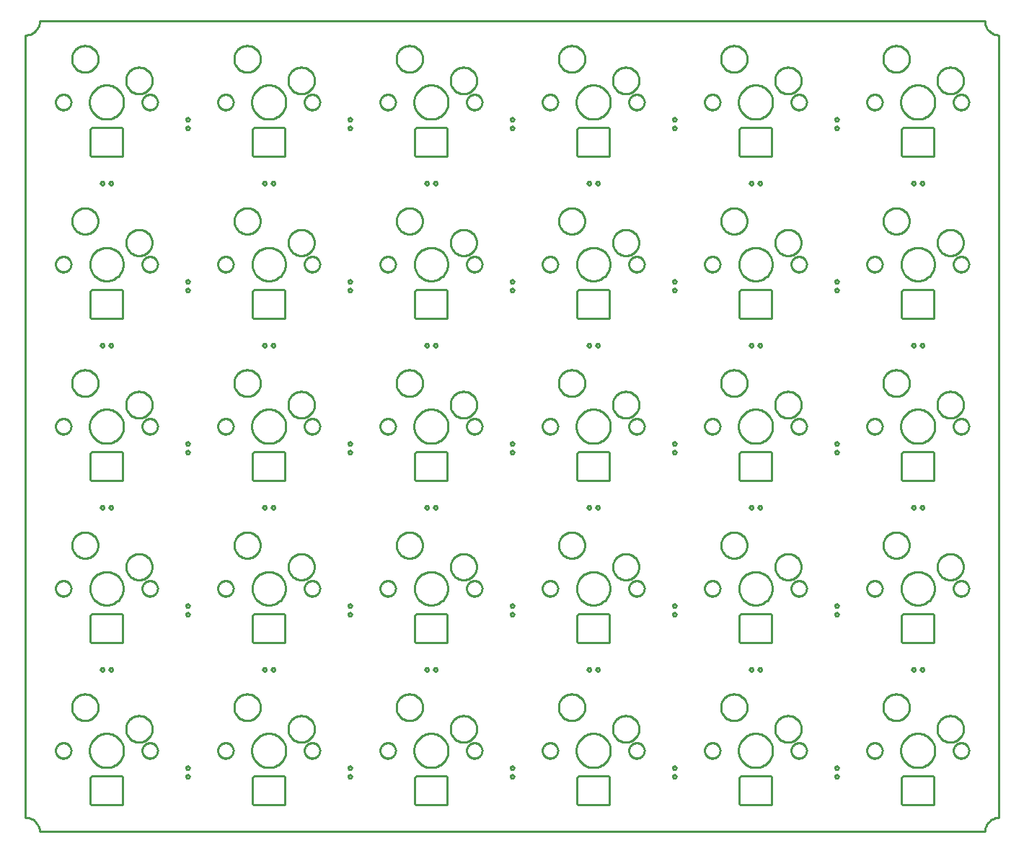
<source format=gbr>
G04 EAGLE Gerber RS-274X export*
G75*
%MOMM*%
%FSLAX34Y34*%
%LPD*%
%IN*%
%IPPOS*%
%AMOC8*
5,1,8,0,0,1.08239X$1,22.5*%
G01*
%ADD10C,0.254000*%


D10*
X-95250Y-840740D02*
X-93811Y-840803D01*
X-92383Y-840991D01*
X-90977Y-841303D01*
X-89603Y-841736D01*
X-88273Y-842287D01*
X-86995Y-842952D01*
X-85780Y-843726D01*
X-84638Y-844603D01*
X-83576Y-845576D01*
X-82603Y-846638D01*
X-81726Y-847780D01*
X-80952Y-848995D01*
X-80287Y-850273D01*
X-79736Y-851603D01*
X-79303Y-852977D01*
X-78991Y-854383D01*
X-78803Y-855811D01*
X-78740Y-857250D01*
X1031240Y-857250D01*
X1031303Y-855811D01*
X1031491Y-854383D01*
X1031803Y-852977D01*
X1032236Y-851603D01*
X1032787Y-850273D01*
X1033452Y-848995D01*
X1034226Y-847780D01*
X1035103Y-846638D01*
X1036076Y-845576D01*
X1037138Y-844603D01*
X1038280Y-843726D01*
X1039495Y-842952D01*
X1040773Y-842287D01*
X1042103Y-841736D01*
X1043477Y-841303D01*
X1044883Y-840991D01*
X1046311Y-840803D01*
X1047750Y-840740D01*
X1047750Y78740D01*
X1046311Y78803D01*
X1044883Y78991D01*
X1043477Y79303D01*
X1042103Y79736D01*
X1040773Y80287D01*
X1039495Y80952D01*
X1038280Y81726D01*
X1037138Y82603D01*
X1036076Y83576D01*
X1035103Y84638D01*
X1034226Y85780D01*
X1033452Y86995D01*
X1032787Y88273D01*
X1032236Y89603D01*
X1031803Y90977D01*
X1031491Y92383D01*
X1031303Y93811D01*
X1031240Y95250D01*
X-78740Y95250D01*
X-78803Y93811D01*
X-78991Y92383D01*
X-79303Y90977D01*
X-79736Y89603D01*
X-80287Y88273D01*
X-80952Y86995D01*
X-81726Y85780D01*
X-82603Y84638D01*
X-83576Y83576D01*
X-84638Y82603D01*
X-85780Y81726D01*
X-86995Y80952D01*
X-88273Y80287D01*
X-89603Y79736D01*
X-90977Y79303D01*
X-92383Y78991D01*
X-93811Y78803D01*
X-95250Y78740D01*
X-95250Y-840740D01*
X552500Y-823990D02*
X552508Y-824164D01*
X552530Y-824337D01*
X552568Y-824508D01*
X552621Y-824674D01*
X552687Y-824835D01*
X552768Y-824990D01*
X552862Y-825137D01*
X552968Y-825276D01*
X553086Y-825404D01*
X553214Y-825522D01*
X553353Y-825628D01*
X553500Y-825722D01*
X553655Y-825803D01*
X553816Y-825869D01*
X553982Y-825922D01*
X554153Y-825960D01*
X554326Y-825982D01*
X554500Y-825990D01*
X588500Y-825990D01*
X588674Y-825982D01*
X588847Y-825960D01*
X589018Y-825922D01*
X589184Y-825869D01*
X589345Y-825803D01*
X589500Y-825722D01*
X589647Y-825628D01*
X589786Y-825522D01*
X589914Y-825404D01*
X590032Y-825276D01*
X590138Y-825137D01*
X590232Y-824990D01*
X590313Y-824835D01*
X590379Y-824674D01*
X590432Y-824508D01*
X590470Y-824337D01*
X590492Y-824164D01*
X590500Y-823990D01*
X590500Y-793990D01*
X590492Y-793816D01*
X590470Y-793643D01*
X590432Y-793472D01*
X590379Y-793306D01*
X590313Y-793145D01*
X590232Y-792990D01*
X590138Y-792843D01*
X590032Y-792704D01*
X589914Y-792576D01*
X589786Y-792458D01*
X589647Y-792352D01*
X589500Y-792258D01*
X589345Y-792177D01*
X589184Y-792111D01*
X589018Y-792058D01*
X588847Y-792020D01*
X588674Y-791998D01*
X588500Y-791990D01*
X554500Y-791990D01*
X554326Y-791998D01*
X554153Y-792020D01*
X553982Y-792058D01*
X553816Y-792111D01*
X553655Y-792177D01*
X553500Y-792258D01*
X553353Y-792352D01*
X553214Y-792458D01*
X553086Y-792576D01*
X552968Y-792704D01*
X552862Y-792843D01*
X552768Y-792990D01*
X552687Y-793145D01*
X552621Y-793306D01*
X552568Y-793472D01*
X552530Y-793643D01*
X552508Y-793816D01*
X552500Y-793990D01*
X552500Y-823990D01*
X933500Y-633490D02*
X933508Y-633664D01*
X933530Y-633837D01*
X933568Y-634008D01*
X933621Y-634174D01*
X933687Y-634335D01*
X933768Y-634490D01*
X933862Y-634637D01*
X933968Y-634776D01*
X934086Y-634904D01*
X934214Y-635022D01*
X934353Y-635128D01*
X934500Y-635222D01*
X934655Y-635303D01*
X934816Y-635369D01*
X934982Y-635422D01*
X935153Y-635460D01*
X935326Y-635482D01*
X935500Y-635490D01*
X969500Y-635490D01*
X969674Y-635482D01*
X969847Y-635460D01*
X970018Y-635422D01*
X970184Y-635369D01*
X970345Y-635303D01*
X970500Y-635222D01*
X970647Y-635128D01*
X970786Y-635022D01*
X970914Y-634904D01*
X971032Y-634776D01*
X971138Y-634637D01*
X971232Y-634490D01*
X971313Y-634335D01*
X971379Y-634174D01*
X971432Y-634008D01*
X971470Y-633837D01*
X971492Y-633664D01*
X971500Y-633490D01*
X971500Y-603490D01*
X971492Y-603316D01*
X971470Y-603143D01*
X971432Y-602972D01*
X971379Y-602806D01*
X971313Y-602645D01*
X971232Y-602490D01*
X971138Y-602343D01*
X971032Y-602204D01*
X970914Y-602076D01*
X970786Y-601958D01*
X970647Y-601852D01*
X970500Y-601758D01*
X970345Y-601677D01*
X970184Y-601611D01*
X970018Y-601558D01*
X969847Y-601520D01*
X969674Y-601498D01*
X969500Y-601490D01*
X935500Y-601490D01*
X935326Y-601498D01*
X935153Y-601520D01*
X934982Y-601558D01*
X934816Y-601611D01*
X934655Y-601677D01*
X934500Y-601758D01*
X934353Y-601852D01*
X934214Y-601958D01*
X934086Y-602076D01*
X933968Y-602204D01*
X933862Y-602343D01*
X933768Y-602490D01*
X933687Y-602645D01*
X933621Y-602806D01*
X933568Y-602972D01*
X933530Y-603143D01*
X933508Y-603316D01*
X933500Y-603490D01*
X933500Y-633490D01*
X171500Y-633490D02*
X171508Y-633664D01*
X171530Y-633837D01*
X171568Y-634008D01*
X171621Y-634174D01*
X171687Y-634335D01*
X171768Y-634490D01*
X171862Y-634637D01*
X171968Y-634776D01*
X172086Y-634904D01*
X172214Y-635022D01*
X172353Y-635128D01*
X172500Y-635222D01*
X172655Y-635303D01*
X172816Y-635369D01*
X172982Y-635422D01*
X173153Y-635460D01*
X173326Y-635482D01*
X173500Y-635490D01*
X207500Y-635490D01*
X207674Y-635482D01*
X207847Y-635460D01*
X208018Y-635422D01*
X208184Y-635369D01*
X208345Y-635303D01*
X208500Y-635222D01*
X208647Y-635128D01*
X208786Y-635022D01*
X208914Y-634904D01*
X209032Y-634776D01*
X209138Y-634637D01*
X209232Y-634490D01*
X209313Y-634335D01*
X209379Y-634174D01*
X209432Y-634008D01*
X209470Y-633837D01*
X209492Y-633664D01*
X209500Y-633490D01*
X209500Y-603490D01*
X209492Y-603316D01*
X209470Y-603143D01*
X209432Y-602972D01*
X209379Y-602806D01*
X209313Y-602645D01*
X209232Y-602490D01*
X209138Y-602343D01*
X209032Y-602204D01*
X208914Y-602076D01*
X208786Y-601958D01*
X208647Y-601852D01*
X208500Y-601758D01*
X208345Y-601677D01*
X208184Y-601611D01*
X208018Y-601558D01*
X207847Y-601520D01*
X207674Y-601498D01*
X207500Y-601490D01*
X173500Y-601490D01*
X173326Y-601498D01*
X173153Y-601520D01*
X172982Y-601558D01*
X172816Y-601611D01*
X172655Y-601677D01*
X172500Y-601758D01*
X172353Y-601852D01*
X172214Y-601958D01*
X172086Y-602076D01*
X171968Y-602204D01*
X171862Y-602343D01*
X171768Y-602490D01*
X171687Y-602645D01*
X171621Y-602806D01*
X171568Y-602972D01*
X171530Y-603143D01*
X171508Y-603316D01*
X171500Y-603490D01*
X171500Y-633490D01*
X552500Y-442990D02*
X552508Y-443164D01*
X552530Y-443337D01*
X552568Y-443508D01*
X552621Y-443674D01*
X552687Y-443835D01*
X552768Y-443990D01*
X552862Y-444137D01*
X552968Y-444276D01*
X553086Y-444404D01*
X553214Y-444522D01*
X553353Y-444628D01*
X553500Y-444722D01*
X553655Y-444803D01*
X553816Y-444869D01*
X553982Y-444922D01*
X554153Y-444960D01*
X554326Y-444982D01*
X554500Y-444990D01*
X588500Y-444990D01*
X588674Y-444982D01*
X588847Y-444960D01*
X589018Y-444922D01*
X589184Y-444869D01*
X589345Y-444803D01*
X589500Y-444722D01*
X589647Y-444628D01*
X589786Y-444522D01*
X589914Y-444404D01*
X590032Y-444276D01*
X590138Y-444137D01*
X590232Y-443990D01*
X590313Y-443835D01*
X590379Y-443674D01*
X590432Y-443508D01*
X590470Y-443337D01*
X590492Y-443164D01*
X590500Y-442990D01*
X590500Y-412990D01*
X590492Y-412816D01*
X590470Y-412643D01*
X590432Y-412472D01*
X590379Y-412306D01*
X590313Y-412145D01*
X590232Y-411990D01*
X590138Y-411843D01*
X590032Y-411704D01*
X589914Y-411576D01*
X589786Y-411458D01*
X589647Y-411352D01*
X589500Y-411258D01*
X589345Y-411177D01*
X589184Y-411111D01*
X589018Y-411058D01*
X588847Y-411020D01*
X588674Y-410998D01*
X588500Y-410990D01*
X554500Y-410990D01*
X554326Y-410998D01*
X554153Y-411020D01*
X553982Y-411058D01*
X553816Y-411111D01*
X553655Y-411177D01*
X553500Y-411258D01*
X553353Y-411352D01*
X553214Y-411458D01*
X553086Y-411576D01*
X552968Y-411704D01*
X552862Y-411843D01*
X552768Y-411990D01*
X552687Y-412145D01*
X552621Y-412306D01*
X552568Y-412472D01*
X552530Y-412643D01*
X552508Y-412816D01*
X552500Y-412990D01*
X552500Y-442990D01*
X933500Y-252490D02*
X933508Y-252664D01*
X933530Y-252837D01*
X933568Y-253008D01*
X933621Y-253174D01*
X933687Y-253335D01*
X933768Y-253490D01*
X933862Y-253637D01*
X933968Y-253776D01*
X934086Y-253904D01*
X934214Y-254022D01*
X934353Y-254128D01*
X934500Y-254222D01*
X934655Y-254303D01*
X934816Y-254369D01*
X934982Y-254422D01*
X935153Y-254460D01*
X935326Y-254482D01*
X935500Y-254490D01*
X969500Y-254490D01*
X969674Y-254482D01*
X969847Y-254460D01*
X970018Y-254422D01*
X970184Y-254369D01*
X970345Y-254303D01*
X970500Y-254222D01*
X970647Y-254128D01*
X970786Y-254022D01*
X970914Y-253904D01*
X971032Y-253776D01*
X971138Y-253637D01*
X971232Y-253490D01*
X971313Y-253335D01*
X971379Y-253174D01*
X971432Y-253008D01*
X971470Y-252837D01*
X971492Y-252664D01*
X971500Y-252490D01*
X971500Y-222490D01*
X971492Y-222316D01*
X971470Y-222143D01*
X971432Y-221972D01*
X971379Y-221806D01*
X971313Y-221645D01*
X971232Y-221490D01*
X971138Y-221343D01*
X971032Y-221204D01*
X970914Y-221076D01*
X970786Y-220958D01*
X970647Y-220852D01*
X970500Y-220758D01*
X970345Y-220677D01*
X970184Y-220611D01*
X970018Y-220558D01*
X969847Y-220520D01*
X969674Y-220498D01*
X969500Y-220490D01*
X935500Y-220490D01*
X935326Y-220498D01*
X935153Y-220520D01*
X934982Y-220558D01*
X934816Y-220611D01*
X934655Y-220677D01*
X934500Y-220758D01*
X934353Y-220852D01*
X934214Y-220958D01*
X934086Y-221076D01*
X933968Y-221204D01*
X933862Y-221343D01*
X933768Y-221490D01*
X933687Y-221645D01*
X933621Y-221806D01*
X933568Y-221972D01*
X933530Y-222143D01*
X933508Y-222316D01*
X933500Y-222490D01*
X933500Y-252490D01*
X171500Y-252490D02*
X171508Y-252664D01*
X171530Y-252837D01*
X171568Y-253008D01*
X171621Y-253174D01*
X171687Y-253335D01*
X171768Y-253490D01*
X171862Y-253637D01*
X171968Y-253776D01*
X172086Y-253904D01*
X172214Y-254022D01*
X172353Y-254128D01*
X172500Y-254222D01*
X172655Y-254303D01*
X172816Y-254369D01*
X172982Y-254422D01*
X173153Y-254460D01*
X173326Y-254482D01*
X173500Y-254490D01*
X207500Y-254490D01*
X207674Y-254482D01*
X207847Y-254460D01*
X208018Y-254422D01*
X208184Y-254369D01*
X208345Y-254303D01*
X208500Y-254222D01*
X208647Y-254128D01*
X208786Y-254022D01*
X208914Y-253904D01*
X209032Y-253776D01*
X209138Y-253637D01*
X209232Y-253490D01*
X209313Y-253335D01*
X209379Y-253174D01*
X209432Y-253008D01*
X209470Y-252837D01*
X209492Y-252664D01*
X209500Y-252490D01*
X209500Y-222490D01*
X209492Y-222316D01*
X209470Y-222143D01*
X209432Y-221972D01*
X209379Y-221806D01*
X209313Y-221645D01*
X209232Y-221490D01*
X209138Y-221343D01*
X209032Y-221204D01*
X208914Y-221076D01*
X208786Y-220958D01*
X208647Y-220852D01*
X208500Y-220758D01*
X208345Y-220677D01*
X208184Y-220611D01*
X208018Y-220558D01*
X207847Y-220520D01*
X207674Y-220498D01*
X207500Y-220490D01*
X173500Y-220490D01*
X173326Y-220498D01*
X173153Y-220520D01*
X172982Y-220558D01*
X172816Y-220611D01*
X172655Y-220677D01*
X172500Y-220758D01*
X172353Y-220852D01*
X172214Y-220958D01*
X172086Y-221076D01*
X171968Y-221204D01*
X171862Y-221343D01*
X171768Y-221490D01*
X171687Y-221645D01*
X171621Y-221806D01*
X171568Y-221972D01*
X171530Y-222143D01*
X171508Y-222316D01*
X171500Y-222490D01*
X171500Y-252490D01*
X552500Y-61990D02*
X552508Y-62164D01*
X552530Y-62337D01*
X552568Y-62508D01*
X552621Y-62674D01*
X552687Y-62835D01*
X552768Y-62990D01*
X552862Y-63137D01*
X552968Y-63276D01*
X553086Y-63404D01*
X553214Y-63522D01*
X553353Y-63628D01*
X553500Y-63722D01*
X553655Y-63803D01*
X553816Y-63869D01*
X553982Y-63922D01*
X554153Y-63960D01*
X554326Y-63982D01*
X554500Y-63990D01*
X588500Y-63990D01*
X588674Y-63982D01*
X588847Y-63960D01*
X589018Y-63922D01*
X589184Y-63869D01*
X589345Y-63803D01*
X589500Y-63722D01*
X589647Y-63628D01*
X589786Y-63522D01*
X589914Y-63404D01*
X590032Y-63276D01*
X590138Y-63137D01*
X590232Y-62990D01*
X590313Y-62835D01*
X590379Y-62674D01*
X590432Y-62508D01*
X590470Y-62337D01*
X590492Y-62164D01*
X590500Y-61990D01*
X590500Y-31990D01*
X590492Y-31816D01*
X590470Y-31643D01*
X590432Y-31472D01*
X590379Y-31306D01*
X590313Y-31145D01*
X590232Y-30990D01*
X590138Y-30843D01*
X590032Y-30704D01*
X589914Y-30576D01*
X589786Y-30458D01*
X589647Y-30352D01*
X589500Y-30258D01*
X589345Y-30177D01*
X589184Y-30111D01*
X589018Y-30058D01*
X588847Y-30020D01*
X588674Y-29998D01*
X588500Y-29990D01*
X554500Y-29990D01*
X554326Y-29998D01*
X554153Y-30020D01*
X553982Y-30058D01*
X553816Y-30111D01*
X553655Y-30177D01*
X553500Y-30258D01*
X553353Y-30352D01*
X553214Y-30458D01*
X553086Y-30576D01*
X552968Y-30704D01*
X552862Y-30843D01*
X552768Y-30990D01*
X552687Y-31145D01*
X552621Y-31306D01*
X552568Y-31472D01*
X552530Y-31643D01*
X552508Y-31816D01*
X552500Y-31990D01*
X552500Y-61990D01*
X362000Y-823990D02*
X362008Y-824164D01*
X362030Y-824337D01*
X362068Y-824508D01*
X362121Y-824674D01*
X362187Y-824835D01*
X362268Y-824990D01*
X362362Y-825137D01*
X362468Y-825276D01*
X362586Y-825404D01*
X362714Y-825522D01*
X362853Y-825628D01*
X363000Y-825722D01*
X363155Y-825803D01*
X363316Y-825869D01*
X363482Y-825922D01*
X363653Y-825960D01*
X363826Y-825982D01*
X364000Y-825990D01*
X398000Y-825990D01*
X398174Y-825982D01*
X398347Y-825960D01*
X398518Y-825922D01*
X398684Y-825869D01*
X398845Y-825803D01*
X399000Y-825722D01*
X399147Y-825628D01*
X399286Y-825522D01*
X399414Y-825404D01*
X399532Y-825276D01*
X399638Y-825137D01*
X399732Y-824990D01*
X399813Y-824835D01*
X399879Y-824674D01*
X399932Y-824508D01*
X399970Y-824337D01*
X399992Y-824164D01*
X400000Y-823990D01*
X400000Y-793990D01*
X399992Y-793816D01*
X399970Y-793643D01*
X399932Y-793472D01*
X399879Y-793306D01*
X399813Y-793145D01*
X399732Y-792990D01*
X399638Y-792843D01*
X399532Y-792704D01*
X399414Y-792576D01*
X399286Y-792458D01*
X399147Y-792352D01*
X399000Y-792258D01*
X398845Y-792177D01*
X398684Y-792111D01*
X398518Y-792058D01*
X398347Y-792020D01*
X398174Y-791998D01*
X398000Y-791990D01*
X364000Y-791990D01*
X363826Y-791998D01*
X363653Y-792020D01*
X363482Y-792058D01*
X363316Y-792111D01*
X363155Y-792177D01*
X363000Y-792258D01*
X362853Y-792352D01*
X362714Y-792458D01*
X362586Y-792576D01*
X362468Y-792704D01*
X362362Y-792843D01*
X362268Y-792990D01*
X362187Y-793145D01*
X362121Y-793306D01*
X362068Y-793472D01*
X362030Y-793643D01*
X362008Y-793816D01*
X362000Y-793990D01*
X362000Y-823990D01*
X743000Y-633490D02*
X743008Y-633664D01*
X743030Y-633837D01*
X743068Y-634008D01*
X743121Y-634174D01*
X743187Y-634335D01*
X743268Y-634490D01*
X743362Y-634637D01*
X743468Y-634776D01*
X743586Y-634904D01*
X743714Y-635022D01*
X743853Y-635128D01*
X744000Y-635222D01*
X744155Y-635303D01*
X744316Y-635369D01*
X744482Y-635422D01*
X744653Y-635460D01*
X744826Y-635482D01*
X745000Y-635490D01*
X779000Y-635490D01*
X779174Y-635482D01*
X779347Y-635460D01*
X779518Y-635422D01*
X779684Y-635369D01*
X779845Y-635303D01*
X780000Y-635222D01*
X780147Y-635128D01*
X780286Y-635022D01*
X780414Y-634904D01*
X780532Y-634776D01*
X780638Y-634637D01*
X780732Y-634490D01*
X780813Y-634335D01*
X780879Y-634174D01*
X780932Y-634008D01*
X780970Y-633837D01*
X780992Y-633664D01*
X781000Y-633490D01*
X781000Y-603490D01*
X780992Y-603316D01*
X780970Y-603143D01*
X780932Y-602972D01*
X780879Y-602806D01*
X780813Y-602645D01*
X780732Y-602490D01*
X780638Y-602343D01*
X780532Y-602204D01*
X780414Y-602076D01*
X780286Y-601958D01*
X780147Y-601852D01*
X780000Y-601758D01*
X779845Y-601677D01*
X779684Y-601611D01*
X779518Y-601558D01*
X779347Y-601520D01*
X779174Y-601498D01*
X779000Y-601490D01*
X745000Y-601490D01*
X744826Y-601498D01*
X744653Y-601520D01*
X744482Y-601558D01*
X744316Y-601611D01*
X744155Y-601677D01*
X744000Y-601758D01*
X743853Y-601852D01*
X743714Y-601958D01*
X743586Y-602076D01*
X743468Y-602204D01*
X743362Y-602343D01*
X743268Y-602490D01*
X743187Y-602645D01*
X743121Y-602806D01*
X743068Y-602972D01*
X743030Y-603143D01*
X743008Y-603316D01*
X743000Y-603490D01*
X743000Y-633490D01*
X-19000Y-633490D02*
X-18992Y-633664D01*
X-18970Y-633837D01*
X-18932Y-634008D01*
X-18879Y-634174D01*
X-18813Y-634335D01*
X-18732Y-634490D01*
X-18638Y-634637D01*
X-18532Y-634776D01*
X-18414Y-634904D01*
X-18286Y-635022D01*
X-18147Y-635128D01*
X-18000Y-635222D01*
X-17845Y-635303D01*
X-17684Y-635369D01*
X-17518Y-635422D01*
X-17347Y-635460D01*
X-17174Y-635482D01*
X-17000Y-635490D01*
X17000Y-635490D01*
X17174Y-635482D01*
X17347Y-635460D01*
X17518Y-635422D01*
X17684Y-635369D01*
X17845Y-635303D01*
X18000Y-635222D01*
X18147Y-635128D01*
X18286Y-635022D01*
X18414Y-634904D01*
X18532Y-634776D01*
X18638Y-634637D01*
X18732Y-634490D01*
X18813Y-634335D01*
X18879Y-634174D01*
X18932Y-634008D01*
X18970Y-633837D01*
X18992Y-633664D01*
X19000Y-633490D01*
X19000Y-603490D01*
X18992Y-603316D01*
X18970Y-603143D01*
X18932Y-602972D01*
X18879Y-602806D01*
X18813Y-602645D01*
X18732Y-602490D01*
X18638Y-602343D01*
X18532Y-602204D01*
X18414Y-602076D01*
X18286Y-601958D01*
X18147Y-601852D01*
X18000Y-601758D01*
X17845Y-601677D01*
X17684Y-601611D01*
X17518Y-601558D01*
X17347Y-601520D01*
X17174Y-601498D01*
X17000Y-601490D01*
X-17000Y-601490D01*
X-17174Y-601498D01*
X-17347Y-601520D01*
X-17518Y-601558D01*
X-17684Y-601611D01*
X-17845Y-601677D01*
X-18000Y-601758D01*
X-18147Y-601852D01*
X-18286Y-601958D01*
X-18414Y-602076D01*
X-18532Y-602204D01*
X-18638Y-602343D01*
X-18732Y-602490D01*
X-18813Y-602645D01*
X-18879Y-602806D01*
X-18932Y-602972D01*
X-18970Y-603143D01*
X-18992Y-603316D01*
X-19000Y-603490D01*
X-19000Y-633490D01*
X362000Y-442990D02*
X362008Y-443164D01*
X362030Y-443337D01*
X362068Y-443508D01*
X362121Y-443674D01*
X362187Y-443835D01*
X362268Y-443990D01*
X362362Y-444137D01*
X362468Y-444276D01*
X362586Y-444404D01*
X362714Y-444522D01*
X362853Y-444628D01*
X363000Y-444722D01*
X363155Y-444803D01*
X363316Y-444869D01*
X363482Y-444922D01*
X363653Y-444960D01*
X363826Y-444982D01*
X364000Y-444990D01*
X398000Y-444990D01*
X398174Y-444982D01*
X398347Y-444960D01*
X398518Y-444922D01*
X398684Y-444869D01*
X398845Y-444803D01*
X399000Y-444722D01*
X399147Y-444628D01*
X399286Y-444522D01*
X399414Y-444404D01*
X399532Y-444276D01*
X399638Y-444137D01*
X399732Y-443990D01*
X399813Y-443835D01*
X399879Y-443674D01*
X399932Y-443508D01*
X399970Y-443337D01*
X399992Y-443164D01*
X400000Y-442990D01*
X400000Y-412990D01*
X399992Y-412816D01*
X399970Y-412643D01*
X399932Y-412472D01*
X399879Y-412306D01*
X399813Y-412145D01*
X399732Y-411990D01*
X399638Y-411843D01*
X399532Y-411704D01*
X399414Y-411576D01*
X399286Y-411458D01*
X399147Y-411352D01*
X399000Y-411258D01*
X398845Y-411177D01*
X398684Y-411111D01*
X398518Y-411058D01*
X398347Y-411020D01*
X398174Y-410998D01*
X398000Y-410990D01*
X364000Y-410990D01*
X363826Y-410998D01*
X363653Y-411020D01*
X363482Y-411058D01*
X363316Y-411111D01*
X363155Y-411177D01*
X363000Y-411258D01*
X362853Y-411352D01*
X362714Y-411458D01*
X362586Y-411576D01*
X362468Y-411704D01*
X362362Y-411843D01*
X362268Y-411990D01*
X362187Y-412145D01*
X362121Y-412306D01*
X362068Y-412472D01*
X362030Y-412643D01*
X362008Y-412816D01*
X362000Y-412990D01*
X362000Y-442990D01*
X743000Y-252490D02*
X743008Y-252664D01*
X743030Y-252837D01*
X743068Y-253008D01*
X743121Y-253174D01*
X743187Y-253335D01*
X743268Y-253490D01*
X743362Y-253637D01*
X743468Y-253776D01*
X743586Y-253904D01*
X743714Y-254022D01*
X743853Y-254128D01*
X744000Y-254222D01*
X744155Y-254303D01*
X744316Y-254369D01*
X744482Y-254422D01*
X744653Y-254460D01*
X744826Y-254482D01*
X745000Y-254490D01*
X779000Y-254490D01*
X779174Y-254482D01*
X779347Y-254460D01*
X779518Y-254422D01*
X779684Y-254369D01*
X779845Y-254303D01*
X780000Y-254222D01*
X780147Y-254128D01*
X780286Y-254022D01*
X780414Y-253904D01*
X780532Y-253776D01*
X780638Y-253637D01*
X780732Y-253490D01*
X780813Y-253335D01*
X780879Y-253174D01*
X780932Y-253008D01*
X780970Y-252837D01*
X780992Y-252664D01*
X781000Y-252490D01*
X781000Y-222490D01*
X780992Y-222316D01*
X780970Y-222143D01*
X780932Y-221972D01*
X780879Y-221806D01*
X780813Y-221645D01*
X780732Y-221490D01*
X780638Y-221343D01*
X780532Y-221204D01*
X780414Y-221076D01*
X780286Y-220958D01*
X780147Y-220852D01*
X780000Y-220758D01*
X779845Y-220677D01*
X779684Y-220611D01*
X779518Y-220558D01*
X779347Y-220520D01*
X779174Y-220498D01*
X779000Y-220490D01*
X745000Y-220490D01*
X744826Y-220498D01*
X744653Y-220520D01*
X744482Y-220558D01*
X744316Y-220611D01*
X744155Y-220677D01*
X744000Y-220758D01*
X743853Y-220852D01*
X743714Y-220958D01*
X743586Y-221076D01*
X743468Y-221204D01*
X743362Y-221343D01*
X743268Y-221490D01*
X743187Y-221645D01*
X743121Y-221806D01*
X743068Y-221972D01*
X743030Y-222143D01*
X743008Y-222316D01*
X743000Y-222490D01*
X743000Y-252490D01*
X362000Y-61990D02*
X362008Y-62164D01*
X362030Y-62337D01*
X362068Y-62508D01*
X362121Y-62674D01*
X362187Y-62835D01*
X362268Y-62990D01*
X362362Y-63137D01*
X362468Y-63276D01*
X362586Y-63404D01*
X362714Y-63522D01*
X362853Y-63628D01*
X363000Y-63722D01*
X363155Y-63803D01*
X363316Y-63869D01*
X363482Y-63922D01*
X363653Y-63960D01*
X363826Y-63982D01*
X364000Y-63990D01*
X398000Y-63990D01*
X398174Y-63982D01*
X398347Y-63960D01*
X398518Y-63922D01*
X398684Y-63869D01*
X398845Y-63803D01*
X399000Y-63722D01*
X399147Y-63628D01*
X399286Y-63522D01*
X399414Y-63404D01*
X399532Y-63276D01*
X399638Y-63137D01*
X399732Y-62990D01*
X399813Y-62835D01*
X399879Y-62674D01*
X399932Y-62508D01*
X399970Y-62337D01*
X399992Y-62164D01*
X400000Y-61990D01*
X400000Y-31990D01*
X399992Y-31816D01*
X399970Y-31643D01*
X399932Y-31472D01*
X399879Y-31306D01*
X399813Y-31145D01*
X399732Y-30990D01*
X399638Y-30843D01*
X399532Y-30704D01*
X399414Y-30576D01*
X399286Y-30458D01*
X399147Y-30352D01*
X399000Y-30258D01*
X398845Y-30177D01*
X398684Y-30111D01*
X398518Y-30058D01*
X398347Y-30020D01*
X398174Y-29998D01*
X398000Y-29990D01*
X364000Y-29990D01*
X363826Y-29998D01*
X363653Y-30020D01*
X363482Y-30058D01*
X363316Y-30111D01*
X363155Y-30177D01*
X363000Y-30258D01*
X362853Y-30352D01*
X362714Y-30458D01*
X362586Y-30576D01*
X362468Y-30704D01*
X362362Y-30843D01*
X362268Y-30990D01*
X362187Y-31145D01*
X362121Y-31306D01*
X362068Y-31472D01*
X362030Y-31643D01*
X362008Y-31816D01*
X362000Y-31990D01*
X362000Y-61990D01*
X-19000Y-252490D02*
X-18992Y-252664D01*
X-18970Y-252837D01*
X-18932Y-253008D01*
X-18879Y-253174D01*
X-18813Y-253335D01*
X-18732Y-253490D01*
X-18638Y-253637D01*
X-18532Y-253776D01*
X-18414Y-253904D01*
X-18286Y-254022D01*
X-18147Y-254128D01*
X-18000Y-254222D01*
X-17845Y-254303D01*
X-17684Y-254369D01*
X-17518Y-254422D01*
X-17347Y-254460D01*
X-17174Y-254482D01*
X-17000Y-254490D01*
X17000Y-254490D01*
X17174Y-254482D01*
X17347Y-254460D01*
X17518Y-254422D01*
X17684Y-254369D01*
X17845Y-254303D01*
X18000Y-254222D01*
X18147Y-254128D01*
X18286Y-254022D01*
X18414Y-253904D01*
X18532Y-253776D01*
X18638Y-253637D01*
X18732Y-253490D01*
X18813Y-253335D01*
X18879Y-253174D01*
X18932Y-253008D01*
X18970Y-252837D01*
X18992Y-252664D01*
X19000Y-252490D01*
X19000Y-222490D01*
X18992Y-222316D01*
X18970Y-222143D01*
X18932Y-221972D01*
X18879Y-221806D01*
X18813Y-221645D01*
X18732Y-221490D01*
X18638Y-221343D01*
X18532Y-221204D01*
X18414Y-221076D01*
X18286Y-220958D01*
X18147Y-220852D01*
X18000Y-220758D01*
X17845Y-220677D01*
X17684Y-220611D01*
X17518Y-220558D01*
X17347Y-220520D01*
X17174Y-220498D01*
X17000Y-220490D01*
X-17000Y-220490D01*
X-17174Y-220498D01*
X-17347Y-220520D01*
X-17518Y-220558D01*
X-17684Y-220611D01*
X-17845Y-220677D01*
X-18000Y-220758D01*
X-18147Y-220852D01*
X-18286Y-220958D01*
X-18414Y-221076D01*
X-18532Y-221204D01*
X-18638Y-221343D01*
X-18732Y-221490D01*
X-18813Y-221645D01*
X-18879Y-221806D01*
X-18932Y-221972D01*
X-18970Y-222143D01*
X-18992Y-222316D01*
X-19000Y-222490D01*
X-19000Y-252490D01*
X933500Y-823990D02*
X933508Y-824164D01*
X933530Y-824337D01*
X933568Y-824508D01*
X933621Y-824674D01*
X933687Y-824835D01*
X933768Y-824990D01*
X933862Y-825137D01*
X933968Y-825276D01*
X934086Y-825404D01*
X934214Y-825522D01*
X934353Y-825628D01*
X934500Y-825722D01*
X934655Y-825803D01*
X934816Y-825869D01*
X934982Y-825922D01*
X935153Y-825960D01*
X935326Y-825982D01*
X935500Y-825990D01*
X969500Y-825990D01*
X969674Y-825982D01*
X969847Y-825960D01*
X970018Y-825922D01*
X970184Y-825869D01*
X970345Y-825803D01*
X970500Y-825722D01*
X970647Y-825628D01*
X970786Y-825522D01*
X970914Y-825404D01*
X971032Y-825276D01*
X971138Y-825137D01*
X971232Y-824990D01*
X971313Y-824835D01*
X971379Y-824674D01*
X971432Y-824508D01*
X971470Y-824337D01*
X971492Y-824164D01*
X971500Y-823990D01*
X971500Y-793990D01*
X971492Y-793816D01*
X971470Y-793643D01*
X971432Y-793472D01*
X971379Y-793306D01*
X971313Y-793145D01*
X971232Y-792990D01*
X971138Y-792843D01*
X971032Y-792704D01*
X970914Y-792576D01*
X970786Y-792458D01*
X970647Y-792352D01*
X970500Y-792258D01*
X970345Y-792177D01*
X970184Y-792111D01*
X970018Y-792058D01*
X969847Y-792020D01*
X969674Y-791998D01*
X969500Y-791990D01*
X935500Y-791990D01*
X935326Y-791998D01*
X935153Y-792020D01*
X934982Y-792058D01*
X934816Y-792111D01*
X934655Y-792177D01*
X934500Y-792258D01*
X934353Y-792352D01*
X934214Y-792458D01*
X934086Y-792576D01*
X933968Y-792704D01*
X933862Y-792843D01*
X933768Y-792990D01*
X933687Y-793145D01*
X933621Y-793306D01*
X933568Y-793472D01*
X933530Y-793643D01*
X933508Y-793816D01*
X933500Y-793990D01*
X933500Y-823990D01*
X171500Y-823990D02*
X171508Y-824164D01*
X171530Y-824337D01*
X171568Y-824508D01*
X171621Y-824674D01*
X171687Y-824835D01*
X171768Y-824990D01*
X171862Y-825137D01*
X171968Y-825276D01*
X172086Y-825404D01*
X172214Y-825522D01*
X172353Y-825628D01*
X172500Y-825722D01*
X172655Y-825803D01*
X172816Y-825869D01*
X172982Y-825922D01*
X173153Y-825960D01*
X173326Y-825982D01*
X173500Y-825990D01*
X207500Y-825990D01*
X207674Y-825982D01*
X207847Y-825960D01*
X208018Y-825922D01*
X208184Y-825869D01*
X208345Y-825803D01*
X208500Y-825722D01*
X208647Y-825628D01*
X208786Y-825522D01*
X208914Y-825404D01*
X209032Y-825276D01*
X209138Y-825137D01*
X209232Y-824990D01*
X209313Y-824835D01*
X209379Y-824674D01*
X209432Y-824508D01*
X209470Y-824337D01*
X209492Y-824164D01*
X209500Y-823990D01*
X209500Y-793990D01*
X209492Y-793816D01*
X209470Y-793643D01*
X209432Y-793472D01*
X209379Y-793306D01*
X209313Y-793145D01*
X209232Y-792990D01*
X209138Y-792843D01*
X209032Y-792704D01*
X208914Y-792576D01*
X208786Y-792458D01*
X208647Y-792352D01*
X208500Y-792258D01*
X208345Y-792177D01*
X208184Y-792111D01*
X208018Y-792058D01*
X207847Y-792020D01*
X207674Y-791998D01*
X207500Y-791990D01*
X173500Y-791990D01*
X173326Y-791998D01*
X173153Y-792020D01*
X172982Y-792058D01*
X172816Y-792111D01*
X172655Y-792177D01*
X172500Y-792258D01*
X172353Y-792352D01*
X172214Y-792458D01*
X172086Y-792576D01*
X171968Y-792704D01*
X171862Y-792843D01*
X171768Y-792990D01*
X171687Y-793145D01*
X171621Y-793306D01*
X171568Y-793472D01*
X171530Y-793643D01*
X171508Y-793816D01*
X171500Y-793990D01*
X171500Y-823990D01*
X552500Y-633490D02*
X552508Y-633664D01*
X552530Y-633837D01*
X552568Y-634008D01*
X552621Y-634174D01*
X552687Y-634335D01*
X552768Y-634490D01*
X552862Y-634637D01*
X552968Y-634776D01*
X553086Y-634904D01*
X553214Y-635022D01*
X553353Y-635128D01*
X553500Y-635222D01*
X553655Y-635303D01*
X553816Y-635369D01*
X553982Y-635422D01*
X554153Y-635460D01*
X554326Y-635482D01*
X554500Y-635490D01*
X588500Y-635490D01*
X588674Y-635482D01*
X588847Y-635460D01*
X589018Y-635422D01*
X589184Y-635369D01*
X589345Y-635303D01*
X589500Y-635222D01*
X589647Y-635128D01*
X589786Y-635022D01*
X589914Y-634904D01*
X590032Y-634776D01*
X590138Y-634637D01*
X590232Y-634490D01*
X590313Y-634335D01*
X590379Y-634174D01*
X590432Y-634008D01*
X590470Y-633837D01*
X590492Y-633664D01*
X590500Y-633490D01*
X590500Y-603490D01*
X590492Y-603316D01*
X590470Y-603143D01*
X590432Y-602972D01*
X590379Y-602806D01*
X590313Y-602645D01*
X590232Y-602490D01*
X590138Y-602343D01*
X590032Y-602204D01*
X589914Y-602076D01*
X589786Y-601958D01*
X589647Y-601852D01*
X589500Y-601758D01*
X589345Y-601677D01*
X589184Y-601611D01*
X589018Y-601558D01*
X588847Y-601520D01*
X588674Y-601498D01*
X588500Y-601490D01*
X554500Y-601490D01*
X554326Y-601498D01*
X554153Y-601520D01*
X553982Y-601558D01*
X553816Y-601611D01*
X553655Y-601677D01*
X553500Y-601758D01*
X553353Y-601852D01*
X553214Y-601958D01*
X553086Y-602076D01*
X552968Y-602204D01*
X552862Y-602343D01*
X552768Y-602490D01*
X552687Y-602645D01*
X552621Y-602806D01*
X552568Y-602972D01*
X552530Y-603143D01*
X552508Y-603316D01*
X552500Y-603490D01*
X552500Y-633490D01*
X933500Y-442990D02*
X933508Y-443164D01*
X933530Y-443337D01*
X933568Y-443508D01*
X933621Y-443674D01*
X933687Y-443835D01*
X933768Y-443990D01*
X933862Y-444137D01*
X933968Y-444276D01*
X934086Y-444404D01*
X934214Y-444522D01*
X934353Y-444628D01*
X934500Y-444722D01*
X934655Y-444803D01*
X934816Y-444869D01*
X934982Y-444922D01*
X935153Y-444960D01*
X935326Y-444982D01*
X935500Y-444990D01*
X969500Y-444990D01*
X969674Y-444982D01*
X969847Y-444960D01*
X970018Y-444922D01*
X970184Y-444869D01*
X970345Y-444803D01*
X970500Y-444722D01*
X970647Y-444628D01*
X970786Y-444522D01*
X970914Y-444404D01*
X971032Y-444276D01*
X971138Y-444137D01*
X971232Y-443990D01*
X971313Y-443835D01*
X971379Y-443674D01*
X971432Y-443508D01*
X971470Y-443337D01*
X971492Y-443164D01*
X971500Y-442990D01*
X971500Y-412990D01*
X971492Y-412816D01*
X971470Y-412643D01*
X971432Y-412472D01*
X971379Y-412306D01*
X971313Y-412145D01*
X971232Y-411990D01*
X971138Y-411843D01*
X971032Y-411704D01*
X970914Y-411576D01*
X970786Y-411458D01*
X970647Y-411352D01*
X970500Y-411258D01*
X970345Y-411177D01*
X970184Y-411111D01*
X970018Y-411058D01*
X969847Y-411020D01*
X969674Y-410998D01*
X969500Y-410990D01*
X935500Y-410990D01*
X935326Y-410998D01*
X935153Y-411020D01*
X934982Y-411058D01*
X934816Y-411111D01*
X934655Y-411177D01*
X934500Y-411258D01*
X934353Y-411352D01*
X934214Y-411458D01*
X934086Y-411576D01*
X933968Y-411704D01*
X933862Y-411843D01*
X933768Y-411990D01*
X933687Y-412145D01*
X933621Y-412306D01*
X933568Y-412472D01*
X933530Y-412643D01*
X933508Y-412816D01*
X933500Y-412990D01*
X933500Y-442990D01*
X171500Y-442990D02*
X171508Y-443164D01*
X171530Y-443337D01*
X171568Y-443508D01*
X171621Y-443674D01*
X171687Y-443835D01*
X171768Y-443990D01*
X171862Y-444137D01*
X171968Y-444276D01*
X172086Y-444404D01*
X172214Y-444522D01*
X172353Y-444628D01*
X172500Y-444722D01*
X172655Y-444803D01*
X172816Y-444869D01*
X172982Y-444922D01*
X173153Y-444960D01*
X173326Y-444982D01*
X173500Y-444990D01*
X207500Y-444990D01*
X207674Y-444982D01*
X207847Y-444960D01*
X208018Y-444922D01*
X208184Y-444869D01*
X208345Y-444803D01*
X208500Y-444722D01*
X208647Y-444628D01*
X208786Y-444522D01*
X208914Y-444404D01*
X209032Y-444276D01*
X209138Y-444137D01*
X209232Y-443990D01*
X209313Y-443835D01*
X209379Y-443674D01*
X209432Y-443508D01*
X209470Y-443337D01*
X209492Y-443164D01*
X209500Y-442990D01*
X209500Y-412990D01*
X209492Y-412816D01*
X209470Y-412643D01*
X209432Y-412472D01*
X209379Y-412306D01*
X209313Y-412145D01*
X209232Y-411990D01*
X209138Y-411843D01*
X209032Y-411704D01*
X208914Y-411576D01*
X208786Y-411458D01*
X208647Y-411352D01*
X208500Y-411258D01*
X208345Y-411177D01*
X208184Y-411111D01*
X208018Y-411058D01*
X207847Y-411020D01*
X207674Y-410998D01*
X207500Y-410990D01*
X173500Y-410990D01*
X173326Y-410998D01*
X173153Y-411020D01*
X172982Y-411058D01*
X172816Y-411111D01*
X172655Y-411177D01*
X172500Y-411258D01*
X172353Y-411352D01*
X172214Y-411458D01*
X172086Y-411576D01*
X171968Y-411704D01*
X171862Y-411843D01*
X171768Y-411990D01*
X171687Y-412145D01*
X171621Y-412306D01*
X171568Y-412472D01*
X171530Y-412643D01*
X171508Y-412816D01*
X171500Y-412990D01*
X171500Y-442990D01*
X552500Y-252490D02*
X552508Y-252664D01*
X552530Y-252837D01*
X552568Y-253008D01*
X552621Y-253174D01*
X552687Y-253335D01*
X552768Y-253490D01*
X552862Y-253637D01*
X552968Y-253776D01*
X553086Y-253904D01*
X553214Y-254022D01*
X553353Y-254128D01*
X553500Y-254222D01*
X553655Y-254303D01*
X553816Y-254369D01*
X553982Y-254422D01*
X554153Y-254460D01*
X554326Y-254482D01*
X554500Y-254490D01*
X588500Y-254490D01*
X588674Y-254482D01*
X588847Y-254460D01*
X589018Y-254422D01*
X589184Y-254369D01*
X589345Y-254303D01*
X589500Y-254222D01*
X589647Y-254128D01*
X589786Y-254022D01*
X589914Y-253904D01*
X590032Y-253776D01*
X590138Y-253637D01*
X590232Y-253490D01*
X590313Y-253335D01*
X590379Y-253174D01*
X590432Y-253008D01*
X590470Y-252837D01*
X590492Y-252664D01*
X590500Y-252490D01*
X590500Y-222490D01*
X590492Y-222316D01*
X590470Y-222143D01*
X590432Y-221972D01*
X590379Y-221806D01*
X590313Y-221645D01*
X590232Y-221490D01*
X590138Y-221343D01*
X590032Y-221204D01*
X589914Y-221076D01*
X589786Y-220958D01*
X589647Y-220852D01*
X589500Y-220758D01*
X589345Y-220677D01*
X589184Y-220611D01*
X589018Y-220558D01*
X588847Y-220520D01*
X588674Y-220498D01*
X588500Y-220490D01*
X554500Y-220490D01*
X554326Y-220498D01*
X554153Y-220520D01*
X553982Y-220558D01*
X553816Y-220611D01*
X553655Y-220677D01*
X553500Y-220758D01*
X553353Y-220852D01*
X553214Y-220958D01*
X553086Y-221076D01*
X552968Y-221204D01*
X552862Y-221343D01*
X552768Y-221490D01*
X552687Y-221645D01*
X552621Y-221806D01*
X552568Y-221972D01*
X552530Y-222143D01*
X552508Y-222316D01*
X552500Y-222490D01*
X552500Y-252490D01*
X171500Y-61990D02*
X171508Y-62164D01*
X171530Y-62337D01*
X171568Y-62508D01*
X171621Y-62674D01*
X171687Y-62835D01*
X171768Y-62990D01*
X171862Y-63137D01*
X171968Y-63276D01*
X172086Y-63404D01*
X172214Y-63522D01*
X172353Y-63628D01*
X172500Y-63722D01*
X172655Y-63803D01*
X172816Y-63869D01*
X172982Y-63922D01*
X173153Y-63960D01*
X173326Y-63982D01*
X173500Y-63990D01*
X207500Y-63990D01*
X207674Y-63982D01*
X207847Y-63960D01*
X208018Y-63922D01*
X208184Y-63869D01*
X208345Y-63803D01*
X208500Y-63722D01*
X208647Y-63628D01*
X208786Y-63522D01*
X208914Y-63404D01*
X209032Y-63276D01*
X209138Y-63137D01*
X209232Y-62990D01*
X209313Y-62835D01*
X209379Y-62674D01*
X209432Y-62508D01*
X209470Y-62337D01*
X209492Y-62164D01*
X209500Y-61990D01*
X209500Y-31990D01*
X209492Y-31816D01*
X209470Y-31643D01*
X209432Y-31472D01*
X209379Y-31306D01*
X209313Y-31145D01*
X209232Y-30990D01*
X209138Y-30843D01*
X209032Y-30704D01*
X208914Y-30576D01*
X208786Y-30458D01*
X208647Y-30352D01*
X208500Y-30258D01*
X208345Y-30177D01*
X208184Y-30111D01*
X208018Y-30058D01*
X207847Y-30020D01*
X207674Y-29998D01*
X207500Y-29990D01*
X173500Y-29990D01*
X173326Y-29998D01*
X173153Y-30020D01*
X172982Y-30058D01*
X172816Y-30111D01*
X172655Y-30177D01*
X172500Y-30258D01*
X172353Y-30352D01*
X172214Y-30458D01*
X172086Y-30576D01*
X171968Y-30704D01*
X171862Y-30843D01*
X171768Y-30990D01*
X171687Y-31145D01*
X171621Y-31306D01*
X171568Y-31472D01*
X171530Y-31643D01*
X171508Y-31816D01*
X171500Y-31990D01*
X171500Y-61990D01*
X933500Y-61990D02*
X933508Y-62164D01*
X933530Y-62337D01*
X933568Y-62508D01*
X933621Y-62674D01*
X933687Y-62835D01*
X933768Y-62990D01*
X933862Y-63137D01*
X933968Y-63276D01*
X934086Y-63404D01*
X934214Y-63522D01*
X934353Y-63628D01*
X934500Y-63722D01*
X934655Y-63803D01*
X934816Y-63869D01*
X934982Y-63922D01*
X935153Y-63960D01*
X935326Y-63982D01*
X935500Y-63990D01*
X969500Y-63990D01*
X969674Y-63982D01*
X969847Y-63960D01*
X970018Y-63922D01*
X970184Y-63869D01*
X970345Y-63803D01*
X970500Y-63722D01*
X970647Y-63628D01*
X970786Y-63522D01*
X970914Y-63404D01*
X971032Y-63276D01*
X971138Y-63137D01*
X971232Y-62990D01*
X971313Y-62835D01*
X971379Y-62674D01*
X971432Y-62508D01*
X971470Y-62337D01*
X971492Y-62164D01*
X971500Y-61990D01*
X971500Y-31990D01*
X971492Y-31816D01*
X971470Y-31643D01*
X971432Y-31472D01*
X971379Y-31306D01*
X971313Y-31145D01*
X971232Y-30990D01*
X971138Y-30843D01*
X971032Y-30704D01*
X970914Y-30576D01*
X970786Y-30458D01*
X970647Y-30352D01*
X970500Y-30258D01*
X970345Y-30177D01*
X970184Y-30111D01*
X970018Y-30058D01*
X969847Y-30020D01*
X969674Y-29998D01*
X969500Y-29990D01*
X935500Y-29990D01*
X935326Y-29998D01*
X935153Y-30020D01*
X934982Y-30058D01*
X934816Y-30111D01*
X934655Y-30177D01*
X934500Y-30258D01*
X934353Y-30352D01*
X934214Y-30458D01*
X934086Y-30576D01*
X933968Y-30704D01*
X933862Y-30843D01*
X933768Y-30990D01*
X933687Y-31145D01*
X933621Y-31306D01*
X933568Y-31472D01*
X933530Y-31643D01*
X933508Y-31816D01*
X933500Y-31990D01*
X933500Y-61990D01*
X743000Y-823990D02*
X743008Y-824164D01*
X743030Y-824337D01*
X743068Y-824508D01*
X743121Y-824674D01*
X743187Y-824835D01*
X743268Y-824990D01*
X743362Y-825137D01*
X743468Y-825276D01*
X743586Y-825404D01*
X743714Y-825522D01*
X743853Y-825628D01*
X744000Y-825722D01*
X744155Y-825803D01*
X744316Y-825869D01*
X744482Y-825922D01*
X744653Y-825960D01*
X744826Y-825982D01*
X745000Y-825990D01*
X779000Y-825990D01*
X779174Y-825982D01*
X779347Y-825960D01*
X779518Y-825922D01*
X779684Y-825869D01*
X779845Y-825803D01*
X780000Y-825722D01*
X780147Y-825628D01*
X780286Y-825522D01*
X780414Y-825404D01*
X780532Y-825276D01*
X780638Y-825137D01*
X780732Y-824990D01*
X780813Y-824835D01*
X780879Y-824674D01*
X780932Y-824508D01*
X780970Y-824337D01*
X780992Y-824164D01*
X781000Y-823990D01*
X781000Y-793990D01*
X780992Y-793816D01*
X780970Y-793643D01*
X780932Y-793472D01*
X780879Y-793306D01*
X780813Y-793145D01*
X780732Y-792990D01*
X780638Y-792843D01*
X780532Y-792704D01*
X780414Y-792576D01*
X780286Y-792458D01*
X780147Y-792352D01*
X780000Y-792258D01*
X779845Y-792177D01*
X779684Y-792111D01*
X779518Y-792058D01*
X779347Y-792020D01*
X779174Y-791998D01*
X779000Y-791990D01*
X745000Y-791990D01*
X744826Y-791998D01*
X744653Y-792020D01*
X744482Y-792058D01*
X744316Y-792111D01*
X744155Y-792177D01*
X744000Y-792258D01*
X743853Y-792352D01*
X743714Y-792458D01*
X743586Y-792576D01*
X743468Y-792704D01*
X743362Y-792843D01*
X743268Y-792990D01*
X743187Y-793145D01*
X743121Y-793306D01*
X743068Y-793472D01*
X743030Y-793643D01*
X743008Y-793816D01*
X743000Y-793990D01*
X743000Y-823990D01*
X-19000Y-823990D02*
X-18992Y-824164D01*
X-18970Y-824337D01*
X-18932Y-824508D01*
X-18879Y-824674D01*
X-18813Y-824835D01*
X-18732Y-824990D01*
X-18638Y-825137D01*
X-18532Y-825276D01*
X-18414Y-825404D01*
X-18286Y-825522D01*
X-18147Y-825628D01*
X-18000Y-825722D01*
X-17845Y-825803D01*
X-17684Y-825869D01*
X-17518Y-825922D01*
X-17347Y-825960D01*
X-17174Y-825982D01*
X-17000Y-825990D01*
X17000Y-825990D01*
X17174Y-825982D01*
X17347Y-825960D01*
X17518Y-825922D01*
X17684Y-825869D01*
X17845Y-825803D01*
X18000Y-825722D01*
X18147Y-825628D01*
X18286Y-825522D01*
X18414Y-825404D01*
X18532Y-825276D01*
X18638Y-825137D01*
X18732Y-824990D01*
X18813Y-824835D01*
X18879Y-824674D01*
X18932Y-824508D01*
X18970Y-824337D01*
X18992Y-824164D01*
X19000Y-823990D01*
X19000Y-793990D01*
X18992Y-793816D01*
X18970Y-793643D01*
X18932Y-793472D01*
X18879Y-793306D01*
X18813Y-793145D01*
X18732Y-792990D01*
X18638Y-792843D01*
X18532Y-792704D01*
X18414Y-792576D01*
X18286Y-792458D01*
X18147Y-792352D01*
X18000Y-792258D01*
X17845Y-792177D01*
X17684Y-792111D01*
X17518Y-792058D01*
X17347Y-792020D01*
X17174Y-791998D01*
X17000Y-791990D01*
X-17000Y-791990D01*
X-17174Y-791998D01*
X-17347Y-792020D01*
X-17518Y-792058D01*
X-17684Y-792111D01*
X-17845Y-792177D01*
X-18000Y-792258D01*
X-18147Y-792352D01*
X-18286Y-792458D01*
X-18414Y-792576D01*
X-18532Y-792704D01*
X-18638Y-792843D01*
X-18732Y-792990D01*
X-18813Y-793145D01*
X-18879Y-793306D01*
X-18932Y-793472D01*
X-18970Y-793643D01*
X-18992Y-793816D01*
X-19000Y-793990D01*
X-19000Y-823990D01*
X362000Y-633490D02*
X362008Y-633664D01*
X362030Y-633837D01*
X362068Y-634008D01*
X362121Y-634174D01*
X362187Y-634335D01*
X362268Y-634490D01*
X362362Y-634637D01*
X362468Y-634776D01*
X362586Y-634904D01*
X362714Y-635022D01*
X362853Y-635128D01*
X363000Y-635222D01*
X363155Y-635303D01*
X363316Y-635369D01*
X363482Y-635422D01*
X363653Y-635460D01*
X363826Y-635482D01*
X364000Y-635490D01*
X398000Y-635490D01*
X398174Y-635482D01*
X398347Y-635460D01*
X398518Y-635422D01*
X398684Y-635369D01*
X398845Y-635303D01*
X399000Y-635222D01*
X399147Y-635128D01*
X399286Y-635022D01*
X399414Y-634904D01*
X399532Y-634776D01*
X399638Y-634637D01*
X399732Y-634490D01*
X399813Y-634335D01*
X399879Y-634174D01*
X399932Y-634008D01*
X399970Y-633837D01*
X399992Y-633664D01*
X400000Y-633490D01*
X400000Y-603490D01*
X399992Y-603316D01*
X399970Y-603143D01*
X399932Y-602972D01*
X399879Y-602806D01*
X399813Y-602645D01*
X399732Y-602490D01*
X399638Y-602343D01*
X399532Y-602204D01*
X399414Y-602076D01*
X399286Y-601958D01*
X399147Y-601852D01*
X399000Y-601758D01*
X398845Y-601677D01*
X398684Y-601611D01*
X398518Y-601558D01*
X398347Y-601520D01*
X398174Y-601498D01*
X398000Y-601490D01*
X364000Y-601490D01*
X363826Y-601498D01*
X363653Y-601520D01*
X363482Y-601558D01*
X363316Y-601611D01*
X363155Y-601677D01*
X363000Y-601758D01*
X362853Y-601852D01*
X362714Y-601958D01*
X362586Y-602076D01*
X362468Y-602204D01*
X362362Y-602343D01*
X362268Y-602490D01*
X362187Y-602645D01*
X362121Y-602806D01*
X362068Y-602972D01*
X362030Y-603143D01*
X362008Y-603316D01*
X362000Y-603490D01*
X362000Y-633490D01*
X743000Y-442990D02*
X743008Y-443164D01*
X743030Y-443337D01*
X743068Y-443508D01*
X743121Y-443674D01*
X743187Y-443835D01*
X743268Y-443990D01*
X743362Y-444137D01*
X743468Y-444276D01*
X743586Y-444404D01*
X743714Y-444522D01*
X743853Y-444628D01*
X744000Y-444722D01*
X744155Y-444803D01*
X744316Y-444869D01*
X744482Y-444922D01*
X744653Y-444960D01*
X744826Y-444982D01*
X745000Y-444990D01*
X779000Y-444990D01*
X779174Y-444982D01*
X779347Y-444960D01*
X779518Y-444922D01*
X779684Y-444869D01*
X779845Y-444803D01*
X780000Y-444722D01*
X780147Y-444628D01*
X780286Y-444522D01*
X780414Y-444404D01*
X780532Y-444276D01*
X780638Y-444137D01*
X780732Y-443990D01*
X780813Y-443835D01*
X780879Y-443674D01*
X780932Y-443508D01*
X780970Y-443337D01*
X780992Y-443164D01*
X781000Y-442990D01*
X781000Y-412990D01*
X780992Y-412816D01*
X780970Y-412643D01*
X780932Y-412472D01*
X780879Y-412306D01*
X780813Y-412145D01*
X780732Y-411990D01*
X780638Y-411843D01*
X780532Y-411704D01*
X780414Y-411576D01*
X780286Y-411458D01*
X780147Y-411352D01*
X780000Y-411258D01*
X779845Y-411177D01*
X779684Y-411111D01*
X779518Y-411058D01*
X779347Y-411020D01*
X779174Y-410998D01*
X779000Y-410990D01*
X745000Y-410990D01*
X744826Y-410998D01*
X744653Y-411020D01*
X744482Y-411058D01*
X744316Y-411111D01*
X744155Y-411177D01*
X744000Y-411258D01*
X743853Y-411352D01*
X743714Y-411458D01*
X743586Y-411576D01*
X743468Y-411704D01*
X743362Y-411843D01*
X743268Y-411990D01*
X743187Y-412145D01*
X743121Y-412306D01*
X743068Y-412472D01*
X743030Y-412643D01*
X743008Y-412816D01*
X743000Y-412990D01*
X743000Y-442990D01*
X-19000Y-442990D02*
X-18992Y-443164D01*
X-18970Y-443337D01*
X-18932Y-443508D01*
X-18879Y-443674D01*
X-18813Y-443835D01*
X-18732Y-443990D01*
X-18638Y-444137D01*
X-18532Y-444276D01*
X-18414Y-444404D01*
X-18286Y-444522D01*
X-18147Y-444628D01*
X-18000Y-444722D01*
X-17845Y-444803D01*
X-17684Y-444869D01*
X-17518Y-444922D01*
X-17347Y-444960D01*
X-17174Y-444982D01*
X-17000Y-444990D01*
X17000Y-444990D01*
X17174Y-444982D01*
X17347Y-444960D01*
X17518Y-444922D01*
X17684Y-444869D01*
X17845Y-444803D01*
X18000Y-444722D01*
X18147Y-444628D01*
X18286Y-444522D01*
X18414Y-444404D01*
X18532Y-444276D01*
X18638Y-444137D01*
X18732Y-443990D01*
X18813Y-443835D01*
X18879Y-443674D01*
X18932Y-443508D01*
X18970Y-443337D01*
X18992Y-443164D01*
X19000Y-442990D01*
X19000Y-412990D01*
X18992Y-412816D01*
X18970Y-412643D01*
X18932Y-412472D01*
X18879Y-412306D01*
X18813Y-412145D01*
X18732Y-411990D01*
X18638Y-411843D01*
X18532Y-411704D01*
X18414Y-411576D01*
X18286Y-411458D01*
X18147Y-411352D01*
X18000Y-411258D01*
X17845Y-411177D01*
X17684Y-411111D01*
X17518Y-411058D01*
X17347Y-411020D01*
X17174Y-410998D01*
X17000Y-410990D01*
X-17000Y-410990D01*
X-17174Y-410998D01*
X-17347Y-411020D01*
X-17518Y-411058D01*
X-17684Y-411111D01*
X-17845Y-411177D01*
X-18000Y-411258D01*
X-18147Y-411352D01*
X-18286Y-411458D01*
X-18414Y-411576D01*
X-18532Y-411704D01*
X-18638Y-411843D01*
X-18732Y-411990D01*
X-18813Y-412145D01*
X-18879Y-412306D01*
X-18932Y-412472D01*
X-18970Y-412643D01*
X-18992Y-412816D01*
X-19000Y-412990D01*
X-19000Y-442990D01*
X362000Y-252490D02*
X362008Y-252664D01*
X362030Y-252837D01*
X362068Y-253008D01*
X362121Y-253174D01*
X362187Y-253335D01*
X362268Y-253490D01*
X362362Y-253637D01*
X362468Y-253776D01*
X362586Y-253904D01*
X362714Y-254022D01*
X362853Y-254128D01*
X363000Y-254222D01*
X363155Y-254303D01*
X363316Y-254369D01*
X363482Y-254422D01*
X363653Y-254460D01*
X363826Y-254482D01*
X364000Y-254490D01*
X398000Y-254490D01*
X398174Y-254482D01*
X398347Y-254460D01*
X398518Y-254422D01*
X398684Y-254369D01*
X398845Y-254303D01*
X399000Y-254222D01*
X399147Y-254128D01*
X399286Y-254022D01*
X399414Y-253904D01*
X399532Y-253776D01*
X399638Y-253637D01*
X399732Y-253490D01*
X399813Y-253335D01*
X399879Y-253174D01*
X399932Y-253008D01*
X399970Y-252837D01*
X399992Y-252664D01*
X400000Y-252490D01*
X400000Y-222490D01*
X399992Y-222316D01*
X399970Y-222143D01*
X399932Y-221972D01*
X399879Y-221806D01*
X399813Y-221645D01*
X399732Y-221490D01*
X399638Y-221343D01*
X399532Y-221204D01*
X399414Y-221076D01*
X399286Y-220958D01*
X399147Y-220852D01*
X399000Y-220758D01*
X398845Y-220677D01*
X398684Y-220611D01*
X398518Y-220558D01*
X398347Y-220520D01*
X398174Y-220498D01*
X398000Y-220490D01*
X364000Y-220490D01*
X363826Y-220498D01*
X363653Y-220520D01*
X363482Y-220558D01*
X363316Y-220611D01*
X363155Y-220677D01*
X363000Y-220758D01*
X362853Y-220852D01*
X362714Y-220958D01*
X362586Y-221076D01*
X362468Y-221204D01*
X362362Y-221343D01*
X362268Y-221490D01*
X362187Y-221645D01*
X362121Y-221806D01*
X362068Y-221972D01*
X362030Y-222143D01*
X362008Y-222316D01*
X362000Y-222490D01*
X362000Y-252490D01*
X-19000Y-61990D02*
X-18992Y-62164D01*
X-18970Y-62337D01*
X-18932Y-62508D01*
X-18879Y-62674D01*
X-18813Y-62835D01*
X-18732Y-62990D01*
X-18638Y-63137D01*
X-18532Y-63276D01*
X-18414Y-63404D01*
X-18286Y-63522D01*
X-18147Y-63628D01*
X-18000Y-63722D01*
X-17845Y-63803D01*
X-17684Y-63869D01*
X-17518Y-63922D01*
X-17347Y-63960D01*
X-17174Y-63982D01*
X-17000Y-63990D01*
X17000Y-63990D01*
X17174Y-63982D01*
X17347Y-63960D01*
X17518Y-63922D01*
X17684Y-63869D01*
X17845Y-63803D01*
X18000Y-63722D01*
X18147Y-63628D01*
X18286Y-63522D01*
X18414Y-63404D01*
X18532Y-63276D01*
X18638Y-63137D01*
X18732Y-62990D01*
X18813Y-62835D01*
X18879Y-62674D01*
X18932Y-62508D01*
X18970Y-62337D01*
X18992Y-62164D01*
X19000Y-61990D01*
X19000Y-31990D01*
X18992Y-31816D01*
X18970Y-31643D01*
X18932Y-31472D01*
X18879Y-31306D01*
X18813Y-31145D01*
X18732Y-30990D01*
X18638Y-30843D01*
X18532Y-30704D01*
X18414Y-30576D01*
X18286Y-30458D01*
X18147Y-30352D01*
X18000Y-30258D01*
X17845Y-30177D01*
X17684Y-30111D01*
X17518Y-30058D01*
X17347Y-30020D01*
X17174Y-29998D01*
X17000Y-29990D01*
X-17000Y-29990D01*
X-17174Y-29998D01*
X-17347Y-30020D01*
X-17518Y-30058D01*
X-17684Y-30111D01*
X-17845Y-30177D01*
X-18000Y-30258D01*
X-18147Y-30352D01*
X-18286Y-30458D01*
X-18414Y-30576D01*
X-18532Y-30704D01*
X-18638Y-30843D01*
X-18732Y-30990D01*
X-18813Y-31145D01*
X-18879Y-31306D01*
X-18932Y-31472D01*
X-18970Y-31643D01*
X-18992Y-31816D01*
X-19000Y-31990D01*
X-19000Y-61990D01*
X743000Y-61990D02*
X743008Y-62164D01*
X743030Y-62337D01*
X743068Y-62508D01*
X743121Y-62674D01*
X743187Y-62835D01*
X743268Y-62990D01*
X743362Y-63137D01*
X743468Y-63276D01*
X743586Y-63404D01*
X743714Y-63522D01*
X743853Y-63628D01*
X744000Y-63722D01*
X744155Y-63803D01*
X744316Y-63869D01*
X744482Y-63922D01*
X744653Y-63960D01*
X744826Y-63982D01*
X745000Y-63990D01*
X779000Y-63990D01*
X779174Y-63982D01*
X779347Y-63960D01*
X779518Y-63922D01*
X779684Y-63869D01*
X779845Y-63803D01*
X780000Y-63722D01*
X780147Y-63628D01*
X780286Y-63522D01*
X780414Y-63404D01*
X780532Y-63276D01*
X780638Y-63137D01*
X780732Y-62990D01*
X780813Y-62835D01*
X780879Y-62674D01*
X780932Y-62508D01*
X780970Y-62337D01*
X780992Y-62164D01*
X781000Y-61990D01*
X781000Y-31990D01*
X780992Y-31816D01*
X780970Y-31643D01*
X780932Y-31472D01*
X780879Y-31306D01*
X780813Y-31145D01*
X780732Y-30990D01*
X780638Y-30843D01*
X780532Y-30704D01*
X780414Y-30576D01*
X780286Y-30458D01*
X780147Y-30352D01*
X780000Y-30258D01*
X779845Y-30177D01*
X779684Y-30111D01*
X779518Y-30058D01*
X779347Y-30020D01*
X779174Y-29998D01*
X779000Y-29990D01*
X745000Y-29990D01*
X744826Y-29998D01*
X744653Y-30020D01*
X744482Y-30058D01*
X744316Y-30111D01*
X744155Y-30177D01*
X744000Y-30258D01*
X743853Y-30352D01*
X743714Y-30458D01*
X743586Y-30576D01*
X743468Y-30704D01*
X743362Y-30843D01*
X743268Y-30990D01*
X743187Y-31145D01*
X743121Y-31306D01*
X743068Y-31472D01*
X743030Y-31643D01*
X743008Y-31816D01*
X743000Y-31990D01*
X743000Y-61990D01*
X97250Y-30677D02*
X97173Y-31063D01*
X97022Y-31427D01*
X96804Y-31755D01*
X96525Y-32034D01*
X96197Y-32252D01*
X95833Y-32403D01*
X95447Y-32480D01*
X95053Y-32480D01*
X94667Y-32403D01*
X94303Y-32252D01*
X93975Y-32034D01*
X93697Y-31755D01*
X93478Y-31427D01*
X93327Y-31063D01*
X93250Y-30677D01*
X93250Y-30283D01*
X93327Y-29897D01*
X93478Y-29533D01*
X93697Y-29205D01*
X93975Y-28927D01*
X94303Y-28708D01*
X94667Y-28557D01*
X95053Y-28480D01*
X95447Y-28480D01*
X95833Y-28557D01*
X96197Y-28708D01*
X96525Y-28927D01*
X96804Y-29205D01*
X97022Y-29533D01*
X97173Y-29897D01*
X97250Y-30283D01*
X97250Y-30677D01*
X287750Y-30677D02*
X287673Y-31063D01*
X287522Y-31427D01*
X287304Y-31755D01*
X287025Y-32034D01*
X286697Y-32252D01*
X286333Y-32403D01*
X285947Y-32480D01*
X285553Y-32480D01*
X285167Y-32403D01*
X284803Y-32252D01*
X284475Y-32034D01*
X284197Y-31755D01*
X283978Y-31427D01*
X283827Y-31063D01*
X283750Y-30677D01*
X283750Y-30283D01*
X283827Y-29897D01*
X283978Y-29533D01*
X284197Y-29205D01*
X284475Y-28927D01*
X284803Y-28708D01*
X285167Y-28557D01*
X285553Y-28480D01*
X285947Y-28480D01*
X286333Y-28557D01*
X286697Y-28708D01*
X287025Y-28927D01*
X287304Y-29205D01*
X287522Y-29533D01*
X287673Y-29897D01*
X287750Y-30283D01*
X287750Y-30677D01*
X478250Y-30677D02*
X478173Y-31063D01*
X478022Y-31427D01*
X477804Y-31755D01*
X477525Y-32034D01*
X477197Y-32252D01*
X476833Y-32403D01*
X476447Y-32480D01*
X476053Y-32480D01*
X475667Y-32403D01*
X475303Y-32252D01*
X474975Y-32034D01*
X474697Y-31755D01*
X474478Y-31427D01*
X474327Y-31063D01*
X474250Y-30677D01*
X474250Y-30283D01*
X474327Y-29897D01*
X474478Y-29533D01*
X474697Y-29205D01*
X474975Y-28927D01*
X475303Y-28708D01*
X475667Y-28557D01*
X476053Y-28480D01*
X476447Y-28480D01*
X476833Y-28557D01*
X477197Y-28708D01*
X477525Y-28927D01*
X477804Y-29205D01*
X478022Y-29533D01*
X478173Y-29897D01*
X478250Y-30283D01*
X478250Y-30677D01*
X668750Y-30677D02*
X668673Y-31063D01*
X668522Y-31427D01*
X668304Y-31755D01*
X668025Y-32034D01*
X667697Y-32252D01*
X667333Y-32403D01*
X666947Y-32480D01*
X666553Y-32480D01*
X666167Y-32403D01*
X665803Y-32252D01*
X665475Y-32034D01*
X665197Y-31755D01*
X664978Y-31427D01*
X664827Y-31063D01*
X664750Y-30677D01*
X664750Y-30283D01*
X664827Y-29897D01*
X664978Y-29533D01*
X665197Y-29205D01*
X665475Y-28927D01*
X665803Y-28708D01*
X666167Y-28557D01*
X666553Y-28480D01*
X666947Y-28480D01*
X667333Y-28557D01*
X667697Y-28708D01*
X668025Y-28927D01*
X668304Y-29205D01*
X668522Y-29533D01*
X668673Y-29897D01*
X668750Y-30283D01*
X668750Y-30677D01*
X859250Y-30677D02*
X859173Y-31063D01*
X859022Y-31427D01*
X858804Y-31755D01*
X858525Y-32034D01*
X858197Y-32252D01*
X857833Y-32403D01*
X857447Y-32480D01*
X857053Y-32480D01*
X856667Y-32403D01*
X856303Y-32252D01*
X855975Y-32034D01*
X855697Y-31755D01*
X855478Y-31427D01*
X855327Y-31063D01*
X855250Y-30677D01*
X855250Y-30283D01*
X855327Y-29897D01*
X855478Y-29533D01*
X855697Y-29205D01*
X855975Y-28927D01*
X856303Y-28708D01*
X856667Y-28557D01*
X857053Y-28480D01*
X857447Y-28480D01*
X857833Y-28557D01*
X858197Y-28708D01*
X858525Y-28927D01*
X858804Y-29205D01*
X859022Y-29533D01*
X859173Y-29897D01*
X859250Y-30283D01*
X859250Y-30677D01*
X-3080Y-95447D02*
X-3157Y-95833D01*
X-3308Y-96197D01*
X-3527Y-96525D01*
X-3805Y-96804D01*
X-4133Y-97022D01*
X-4497Y-97173D01*
X-4883Y-97250D01*
X-5277Y-97250D01*
X-5663Y-97173D01*
X-6027Y-97022D01*
X-6355Y-96804D01*
X-6634Y-96525D01*
X-6852Y-96197D01*
X-7003Y-95833D01*
X-7080Y-95447D01*
X-7080Y-95053D01*
X-7003Y-94667D01*
X-6852Y-94303D01*
X-6634Y-93975D01*
X-6355Y-93697D01*
X-6027Y-93478D01*
X-5663Y-93327D01*
X-5277Y-93250D01*
X-4883Y-93250D01*
X-4497Y-93327D01*
X-4133Y-93478D01*
X-3805Y-93697D01*
X-3527Y-93975D01*
X-3308Y-94303D01*
X-3157Y-94667D01*
X-3080Y-95053D01*
X-3080Y-95447D01*
X7080Y-95447D02*
X7003Y-95833D01*
X6852Y-96197D01*
X6634Y-96525D01*
X6355Y-96804D01*
X6027Y-97022D01*
X5663Y-97173D01*
X5277Y-97250D01*
X4883Y-97250D01*
X4497Y-97173D01*
X4133Y-97022D01*
X3805Y-96804D01*
X3527Y-96525D01*
X3308Y-96197D01*
X3157Y-95833D01*
X3080Y-95447D01*
X3080Y-95053D01*
X3157Y-94667D01*
X3308Y-94303D01*
X3527Y-93975D01*
X3805Y-93697D01*
X4133Y-93478D01*
X4497Y-93327D01*
X4883Y-93250D01*
X5277Y-93250D01*
X5663Y-93327D01*
X6027Y-93478D01*
X6355Y-93697D01*
X6634Y-93975D01*
X6852Y-94303D01*
X7003Y-94667D01*
X7080Y-95053D01*
X7080Y-95447D01*
X187420Y-95447D02*
X187343Y-95833D01*
X187192Y-96197D01*
X186974Y-96525D01*
X186695Y-96804D01*
X186367Y-97022D01*
X186003Y-97173D01*
X185617Y-97250D01*
X185223Y-97250D01*
X184837Y-97173D01*
X184473Y-97022D01*
X184145Y-96804D01*
X183867Y-96525D01*
X183648Y-96197D01*
X183497Y-95833D01*
X183420Y-95447D01*
X183420Y-95053D01*
X183497Y-94667D01*
X183648Y-94303D01*
X183867Y-93975D01*
X184145Y-93697D01*
X184473Y-93478D01*
X184837Y-93327D01*
X185223Y-93250D01*
X185617Y-93250D01*
X186003Y-93327D01*
X186367Y-93478D01*
X186695Y-93697D01*
X186974Y-93975D01*
X187192Y-94303D01*
X187343Y-94667D01*
X187420Y-95053D01*
X187420Y-95447D01*
X197580Y-95447D02*
X197503Y-95833D01*
X197352Y-96197D01*
X197134Y-96525D01*
X196855Y-96804D01*
X196527Y-97022D01*
X196163Y-97173D01*
X195777Y-97250D01*
X195383Y-97250D01*
X194997Y-97173D01*
X194633Y-97022D01*
X194305Y-96804D01*
X194027Y-96525D01*
X193808Y-96197D01*
X193657Y-95833D01*
X193580Y-95447D01*
X193580Y-95053D01*
X193657Y-94667D01*
X193808Y-94303D01*
X194027Y-93975D01*
X194305Y-93697D01*
X194633Y-93478D01*
X194997Y-93327D01*
X195383Y-93250D01*
X195777Y-93250D01*
X196163Y-93327D01*
X196527Y-93478D01*
X196855Y-93697D01*
X197134Y-93975D01*
X197352Y-94303D01*
X197503Y-94667D01*
X197580Y-95053D01*
X197580Y-95447D01*
X377920Y-95447D02*
X377843Y-95833D01*
X377692Y-96197D01*
X377474Y-96525D01*
X377195Y-96804D01*
X376867Y-97022D01*
X376503Y-97173D01*
X376117Y-97250D01*
X375723Y-97250D01*
X375337Y-97173D01*
X374973Y-97022D01*
X374645Y-96804D01*
X374367Y-96525D01*
X374148Y-96197D01*
X373997Y-95833D01*
X373920Y-95447D01*
X373920Y-95053D01*
X373997Y-94667D01*
X374148Y-94303D01*
X374367Y-93975D01*
X374645Y-93697D01*
X374973Y-93478D01*
X375337Y-93327D01*
X375723Y-93250D01*
X376117Y-93250D01*
X376503Y-93327D01*
X376867Y-93478D01*
X377195Y-93697D01*
X377474Y-93975D01*
X377692Y-94303D01*
X377843Y-94667D01*
X377920Y-95053D01*
X377920Y-95447D01*
X388080Y-95447D02*
X388003Y-95833D01*
X387852Y-96197D01*
X387634Y-96525D01*
X387355Y-96804D01*
X387027Y-97022D01*
X386663Y-97173D01*
X386277Y-97250D01*
X385883Y-97250D01*
X385497Y-97173D01*
X385133Y-97022D01*
X384805Y-96804D01*
X384527Y-96525D01*
X384308Y-96197D01*
X384157Y-95833D01*
X384080Y-95447D01*
X384080Y-95053D01*
X384157Y-94667D01*
X384308Y-94303D01*
X384527Y-93975D01*
X384805Y-93697D01*
X385133Y-93478D01*
X385497Y-93327D01*
X385883Y-93250D01*
X386277Y-93250D01*
X386663Y-93327D01*
X387027Y-93478D01*
X387355Y-93697D01*
X387634Y-93975D01*
X387852Y-94303D01*
X388003Y-94667D01*
X388080Y-95053D01*
X388080Y-95447D01*
X568420Y-95447D02*
X568343Y-95833D01*
X568192Y-96197D01*
X567974Y-96525D01*
X567695Y-96804D01*
X567367Y-97022D01*
X567003Y-97173D01*
X566617Y-97250D01*
X566223Y-97250D01*
X565837Y-97173D01*
X565473Y-97022D01*
X565145Y-96804D01*
X564867Y-96525D01*
X564648Y-96197D01*
X564497Y-95833D01*
X564420Y-95447D01*
X564420Y-95053D01*
X564497Y-94667D01*
X564648Y-94303D01*
X564867Y-93975D01*
X565145Y-93697D01*
X565473Y-93478D01*
X565837Y-93327D01*
X566223Y-93250D01*
X566617Y-93250D01*
X567003Y-93327D01*
X567367Y-93478D01*
X567695Y-93697D01*
X567974Y-93975D01*
X568192Y-94303D01*
X568343Y-94667D01*
X568420Y-95053D01*
X568420Y-95447D01*
X578580Y-95447D02*
X578503Y-95833D01*
X578352Y-96197D01*
X578134Y-96525D01*
X577855Y-96804D01*
X577527Y-97022D01*
X577163Y-97173D01*
X576777Y-97250D01*
X576383Y-97250D01*
X575997Y-97173D01*
X575633Y-97022D01*
X575305Y-96804D01*
X575027Y-96525D01*
X574808Y-96197D01*
X574657Y-95833D01*
X574580Y-95447D01*
X574580Y-95053D01*
X574657Y-94667D01*
X574808Y-94303D01*
X575027Y-93975D01*
X575305Y-93697D01*
X575633Y-93478D01*
X575997Y-93327D01*
X576383Y-93250D01*
X576777Y-93250D01*
X577163Y-93327D01*
X577527Y-93478D01*
X577855Y-93697D01*
X578134Y-93975D01*
X578352Y-94303D01*
X578503Y-94667D01*
X578580Y-95053D01*
X578580Y-95447D01*
X758920Y-95447D02*
X758843Y-95833D01*
X758692Y-96197D01*
X758474Y-96525D01*
X758195Y-96804D01*
X757867Y-97022D01*
X757503Y-97173D01*
X757117Y-97250D01*
X756723Y-97250D01*
X756337Y-97173D01*
X755973Y-97022D01*
X755645Y-96804D01*
X755367Y-96525D01*
X755148Y-96197D01*
X754997Y-95833D01*
X754920Y-95447D01*
X754920Y-95053D01*
X754997Y-94667D01*
X755148Y-94303D01*
X755367Y-93975D01*
X755645Y-93697D01*
X755973Y-93478D01*
X756337Y-93327D01*
X756723Y-93250D01*
X757117Y-93250D01*
X757503Y-93327D01*
X757867Y-93478D01*
X758195Y-93697D01*
X758474Y-93975D01*
X758692Y-94303D01*
X758843Y-94667D01*
X758920Y-95053D01*
X758920Y-95447D01*
X769080Y-95447D02*
X769003Y-95833D01*
X768852Y-96197D01*
X768634Y-96525D01*
X768355Y-96804D01*
X768027Y-97022D01*
X767663Y-97173D01*
X767277Y-97250D01*
X766883Y-97250D01*
X766497Y-97173D01*
X766133Y-97022D01*
X765805Y-96804D01*
X765527Y-96525D01*
X765308Y-96197D01*
X765157Y-95833D01*
X765080Y-95447D01*
X765080Y-95053D01*
X765157Y-94667D01*
X765308Y-94303D01*
X765527Y-93975D01*
X765805Y-93697D01*
X766133Y-93478D01*
X766497Y-93327D01*
X766883Y-93250D01*
X767277Y-93250D01*
X767663Y-93327D01*
X768027Y-93478D01*
X768355Y-93697D01*
X768634Y-93975D01*
X768852Y-94303D01*
X769003Y-94667D01*
X769080Y-95053D01*
X769080Y-95447D01*
X949420Y-95447D02*
X949343Y-95833D01*
X949192Y-96197D01*
X948974Y-96525D01*
X948695Y-96804D01*
X948367Y-97022D01*
X948003Y-97173D01*
X947617Y-97250D01*
X947223Y-97250D01*
X946837Y-97173D01*
X946473Y-97022D01*
X946145Y-96804D01*
X945867Y-96525D01*
X945648Y-96197D01*
X945497Y-95833D01*
X945420Y-95447D01*
X945420Y-95053D01*
X945497Y-94667D01*
X945648Y-94303D01*
X945867Y-93975D01*
X946145Y-93697D01*
X946473Y-93478D01*
X946837Y-93327D01*
X947223Y-93250D01*
X947617Y-93250D01*
X948003Y-93327D01*
X948367Y-93478D01*
X948695Y-93697D01*
X948974Y-93975D01*
X949192Y-94303D01*
X949343Y-94667D01*
X949420Y-95053D01*
X949420Y-95447D01*
X959580Y-95447D02*
X959503Y-95833D01*
X959352Y-96197D01*
X959134Y-96525D01*
X958855Y-96804D01*
X958527Y-97022D01*
X958163Y-97173D01*
X957777Y-97250D01*
X957383Y-97250D01*
X956997Y-97173D01*
X956633Y-97022D01*
X956305Y-96804D01*
X956027Y-96525D01*
X955808Y-96197D01*
X955657Y-95833D01*
X955580Y-95447D01*
X955580Y-95053D01*
X955657Y-94667D01*
X955808Y-94303D01*
X956027Y-93975D01*
X956305Y-93697D01*
X956633Y-93478D01*
X956997Y-93327D01*
X957383Y-93250D01*
X957777Y-93250D01*
X958163Y-93327D01*
X958527Y-93478D01*
X958855Y-93697D01*
X959134Y-93975D01*
X959352Y-94303D01*
X959503Y-94667D01*
X959580Y-95053D01*
X959580Y-95447D01*
X97250Y-211017D02*
X97173Y-211403D01*
X97022Y-211767D01*
X96804Y-212095D01*
X96525Y-212374D01*
X96197Y-212592D01*
X95833Y-212743D01*
X95447Y-212820D01*
X95053Y-212820D01*
X94667Y-212743D01*
X94303Y-212592D01*
X93975Y-212374D01*
X93697Y-212095D01*
X93478Y-211767D01*
X93327Y-211403D01*
X93250Y-211017D01*
X93250Y-210623D01*
X93327Y-210237D01*
X93478Y-209873D01*
X93697Y-209545D01*
X93975Y-209267D01*
X94303Y-209048D01*
X94667Y-208897D01*
X95053Y-208820D01*
X95447Y-208820D01*
X95833Y-208897D01*
X96197Y-209048D01*
X96525Y-209267D01*
X96804Y-209545D01*
X97022Y-209873D01*
X97173Y-210237D01*
X97250Y-210623D01*
X97250Y-211017D01*
X97250Y-221177D02*
X97173Y-221563D01*
X97022Y-221927D01*
X96804Y-222255D01*
X96525Y-222534D01*
X96197Y-222752D01*
X95833Y-222903D01*
X95447Y-222980D01*
X95053Y-222980D01*
X94667Y-222903D01*
X94303Y-222752D01*
X93975Y-222534D01*
X93697Y-222255D01*
X93478Y-221927D01*
X93327Y-221563D01*
X93250Y-221177D01*
X93250Y-220783D01*
X93327Y-220397D01*
X93478Y-220033D01*
X93697Y-219705D01*
X93975Y-219427D01*
X94303Y-219208D01*
X94667Y-219057D01*
X95053Y-218980D01*
X95447Y-218980D01*
X95833Y-219057D01*
X96197Y-219208D01*
X96525Y-219427D01*
X96804Y-219705D01*
X97022Y-220033D01*
X97173Y-220397D01*
X97250Y-220783D01*
X97250Y-221177D01*
X287750Y-211017D02*
X287673Y-211403D01*
X287522Y-211767D01*
X287304Y-212095D01*
X287025Y-212374D01*
X286697Y-212592D01*
X286333Y-212743D01*
X285947Y-212820D01*
X285553Y-212820D01*
X285167Y-212743D01*
X284803Y-212592D01*
X284475Y-212374D01*
X284197Y-212095D01*
X283978Y-211767D01*
X283827Y-211403D01*
X283750Y-211017D01*
X283750Y-210623D01*
X283827Y-210237D01*
X283978Y-209873D01*
X284197Y-209545D01*
X284475Y-209267D01*
X284803Y-209048D01*
X285167Y-208897D01*
X285553Y-208820D01*
X285947Y-208820D01*
X286333Y-208897D01*
X286697Y-209048D01*
X287025Y-209267D01*
X287304Y-209545D01*
X287522Y-209873D01*
X287673Y-210237D01*
X287750Y-210623D01*
X287750Y-211017D01*
X287750Y-221177D02*
X287673Y-221563D01*
X287522Y-221927D01*
X287304Y-222255D01*
X287025Y-222534D01*
X286697Y-222752D01*
X286333Y-222903D01*
X285947Y-222980D01*
X285553Y-222980D01*
X285167Y-222903D01*
X284803Y-222752D01*
X284475Y-222534D01*
X284197Y-222255D01*
X283978Y-221927D01*
X283827Y-221563D01*
X283750Y-221177D01*
X283750Y-220783D01*
X283827Y-220397D01*
X283978Y-220033D01*
X284197Y-219705D01*
X284475Y-219427D01*
X284803Y-219208D01*
X285167Y-219057D01*
X285553Y-218980D01*
X285947Y-218980D01*
X286333Y-219057D01*
X286697Y-219208D01*
X287025Y-219427D01*
X287304Y-219705D01*
X287522Y-220033D01*
X287673Y-220397D01*
X287750Y-220783D01*
X287750Y-221177D01*
X478250Y-211017D02*
X478173Y-211403D01*
X478022Y-211767D01*
X477804Y-212095D01*
X477525Y-212374D01*
X477197Y-212592D01*
X476833Y-212743D01*
X476447Y-212820D01*
X476053Y-212820D01*
X475667Y-212743D01*
X475303Y-212592D01*
X474975Y-212374D01*
X474697Y-212095D01*
X474478Y-211767D01*
X474327Y-211403D01*
X474250Y-211017D01*
X474250Y-210623D01*
X474327Y-210237D01*
X474478Y-209873D01*
X474697Y-209545D01*
X474975Y-209267D01*
X475303Y-209048D01*
X475667Y-208897D01*
X476053Y-208820D01*
X476447Y-208820D01*
X476833Y-208897D01*
X477197Y-209048D01*
X477525Y-209267D01*
X477804Y-209545D01*
X478022Y-209873D01*
X478173Y-210237D01*
X478250Y-210623D01*
X478250Y-211017D01*
X478250Y-221177D02*
X478173Y-221563D01*
X478022Y-221927D01*
X477804Y-222255D01*
X477525Y-222534D01*
X477197Y-222752D01*
X476833Y-222903D01*
X476447Y-222980D01*
X476053Y-222980D01*
X475667Y-222903D01*
X475303Y-222752D01*
X474975Y-222534D01*
X474697Y-222255D01*
X474478Y-221927D01*
X474327Y-221563D01*
X474250Y-221177D01*
X474250Y-220783D01*
X474327Y-220397D01*
X474478Y-220033D01*
X474697Y-219705D01*
X474975Y-219427D01*
X475303Y-219208D01*
X475667Y-219057D01*
X476053Y-218980D01*
X476447Y-218980D01*
X476833Y-219057D01*
X477197Y-219208D01*
X477525Y-219427D01*
X477804Y-219705D01*
X478022Y-220033D01*
X478173Y-220397D01*
X478250Y-220783D01*
X478250Y-221177D01*
X668750Y-211017D02*
X668673Y-211403D01*
X668522Y-211767D01*
X668304Y-212095D01*
X668025Y-212374D01*
X667697Y-212592D01*
X667333Y-212743D01*
X666947Y-212820D01*
X666553Y-212820D01*
X666167Y-212743D01*
X665803Y-212592D01*
X665475Y-212374D01*
X665197Y-212095D01*
X664978Y-211767D01*
X664827Y-211403D01*
X664750Y-211017D01*
X664750Y-210623D01*
X664827Y-210237D01*
X664978Y-209873D01*
X665197Y-209545D01*
X665475Y-209267D01*
X665803Y-209048D01*
X666167Y-208897D01*
X666553Y-208820D01*
X666947Y-208820D01*
X667333Y-208897D01*
X667697Y-209048D01*
X668025Y-209267D01*
X668304Y-209545D01*
X668522Y-209873D01*
X668673Y-210237D01*
X668750Y-210623D01*
X668750Y-211017D01*
X668750Y-221177D02*
X668673Y-221563D01*
X668522Y-221927D01*
X668304Y-222255D01*
X668025Y-222534D01*
X667697Y-222752D01*
X667333Y-222903D01*
X666947Y-222980D01*
X666553Y-222980D01*
X666167Y-222903D01*
X665803Y-222752D01*
X665475Y-222534D01*
X665197Y-222255D01*
X664978Y-221927D01*
X664827Y-221563D01*
X664750Y-221177D01*
X664750Y-220783D01*
X664827Y-220397D01*
X664978Y-220033D01*
X665197Y-219705D01*
X665475Y-219427D01*
X665803Y-219208D01*
X666167Y-219057D01*
X666553Y-218980D01*
X666947Y-218980D01*
X667333Y-219057D01*
X667697Y-219208D01*
X668025Y-219427D01*
X668304Y-219705D01*
X668522Y-220033D01*
X668673Y-220397D01*
X668750Y-220783D01*
X668750Y-221177D01*
X859250Y-211017D02*
X859173Y-211403D01*
X859022Y-211767D01*
X858804Y-212095D01*
X858525Y-212374D01*
X858197Y-212592D01*
X857833Y-212743D01*
X857447Y-212820D01*
X857053Y-212820D01*
X856667Y-212743D01*
X856303Y-212592D01*
X855975Y-212374D01*
X855697Y-212095D01*
X855478Y-211767D01*
X855327Y-211403D01*
X855250Y-211017D01*
X855250Y-210623D01*
X855327Y-210237D01*
X855478Y-209873D01*
X855697Y-209545D01*
X855975Y-209267D01*
X856303Y-209048D01*
X856667Y-208897D01*
X857053Y-208820D01*
X857447Y-208820D01*
X857833Y-208897D01*
X858197Y-209048D01*
X858525Y-209267D01*
X858804Y-209545D01*
X859022Y-209873D01*
X859173Y-210237D01*
X859250Y-210623D01*
X859250Y-211017D01*
X859250Y-221177D02*
X859173Y-221563D01*
X859022Y-221927D01*
X858804Y-222255D01*
X858525Y-222534D01*
X858197Y-222752D01*
X857833Y-222903D01*
X857447Y-222980D01*
X857053Y-222980D01*
X856667Y-222903D01*
X856303Y-222752D01*
X855975Y-222534D01*
X855697Y-222255D01*
X855478Y-221927D01*
X855327Y-221563D01*
X855250Y-221177D01*
X855250Y-220783D01*
X855327Y-220397D01*
X855478Y-220033D01*
X855697Y-219705D01*
X855975Y-219427D01*
X856303Y-219208D01*
X856667Y-219057D01*
X857053Y-218980D01*
X857447Y-218980D01*
X857833Y-219057D01*
X858197Y-219208D01*
X858525Y-219427D01*
X858804Y-219705D01*
X859022Y-220033D01*
X859173Y-220397D01*
X859250Y-220783D01*
X859250Y-221177D01*
X-3080Y-285947D02*
X-3157Y-286333D01*
X-3308Y-286697D01*
X-3527Y-287025D01*
X-3805Y-287304D01*
X-4133Y-287522D01*
X-4497Y-287673D01*
X-4883Y-287750D01*
X-5277Y-287750D01*
X-5663Y-287673D01*
X-6027Y-287522D01*
X-6355Y-287304D01*
X-6634Y-287025D01*
X-6852Y-286697D01*
X-7003Y-286333D01*
X-7080Y-285947D01*
X-7080Y-285553D01*
X-7003Y-285167D01*
X-6852Y-284803D01*
X-6634Y-284475D01*
X-6355Y-284197D01*
X-6027Y-283978D01*
X-5663Y-283827D01*
X-5277Y-283750D01*
X-4883Y-283750D01*
X-4497Y-283827D01*
X-4133Y-283978D01*
X-3805Y-284197D01*
X-3527Y-284475D01*
X-3308Y-284803D01*
X-3157Y-285167D01*
X-3080Y-285553D01*
X-3080Y-285947D01*
X7080Y-285947D02*
X7003Y-286333D01*
X6852Y-286697D01*
X6634Y-287025D01*
X6355Y-287304D01*
X6027Y-287522D01*
X5663Y-287673D01*
X5277Y-287750D01*
X4883Y-287750D01*
X4497Y-287673D01*
X4133Y-287522D01*
X3805Y-287304D01*
X3527Y-287025D01*
X3308Y-286697D01*
X3157Y-286333D01*
X3080Y-285947D01*
X3080Y-285553D01*
X3157Y-285167D01*
X3308Y-284803D01*
X3527Y-284475D01*
X3805Y-284197D01*
X4133Y-283978D01*
X4497Y-283827D01*
X4883Y-283750D01*
X5277Y-283750D01*
X5663Y-283827D01*
X6027Y-283978D01*
X6355Y-284197D01*
X6634Y-284475D01*
X6852Y-284803D01*
X7003Y-285167D01*
X7080Y-285553D01*
X7080Y-285947D01*
X187420Y-285947D02*
X187343Y-286333D01*
X187192Y-286697D01*
X186974Y-287025D01*
X186695Y-287304D01*
X186367Y-287522D01*
X186003Y-287673D01*
X185617Y-287750D01*
X185223Y-287750D01*
X184837Y-287673D01*
X184473Y-287522D01*
X184145Y-287304D01*
X183867Y-287025D01*
X183648Y-286697D01*
X183497Y-286333D01*
X183420Y-285947D01*
X183420Y-285553D01*
X183497Y-285167D01*
X183648Y-284803D01*
X183867Y-284475D01*
X184145Y-284197D01*
X184473Y-283978D01*
X184837Y-283827D01*
X185223Y-283750D01*
X185617Y-283750D01*
X186003Y-283827D01*
X186367Y-283978D01*
X186695Y-284197D01*
X186974Y-284475D01*
X187192Y-284803D01*
X187343Y-285167D01*
X187420Y-285553D01*
X187420Y-285947D01*
X197580Y-285947D02*
X197503Y-286333D01*
X197352Y-286697D01*
X197134Y-287025D01*
X196855Y-287304D01*
X196527Y-287522D01*
X196163Y-287673D01*
X195777Y-287750D01*
X195383Y-287750D01*
X194997Y-287673D01*
X194633Y-287522D01*
X194305Y-287304D01*
X194027Y-287025D01*
X193808Y-286697D01*
X193657Y-286333D01*
X193580Y-285947D01*
X193580Y-285553D01*
X193657Y-285167D01*
X193808Y-284803D01*
X194027Y-284475D01*
X194305Y-284197D01*
X194633Y-283978D01*
X194997Y-283827D01*
X195383Y-283750D01*
X195777Y-283750D01*
X196163Y-283827D01*
X196527Y-283978D01*
X196855Y-284197D01*
X197134Y-284475D01*
X197352Y-284803D01*
X197503Y-285167D01*
X197580Y-285553D01*
X197580Y-285947D01*
X377920Y-285947D02*
X377843Y-286333D01*
X377692Y-286697D01*
X377474Y-287025D01*
X377195Y-287304D01*
X376867Y-287522D01*
X376503Y-287673D01*
X376117Y-287750D01*
X375723Y-287750D01*
X375337Y-287673D01*
X374973Y-287522D01*
X374645Y-287304D01*
X374367Y-287025D01*
X374148Y-286697D01*
X373997Y-286333D01*
X373920Y-285947D01*
X373920Y-285553D01*
X373997Y-285167D01*
X374148Y-284803D01*
X374367Y-284475D01*
X374645Y-284197D01*
X374973Y-283978D01*
X375337Y-283827D01*
X375723Y-283750D01*
X376117Y-283750D01*
X376503Y-283827D01*
X376867Y-283978D01*
X377195Y-284197D01*
X377474Y-284475D01*
X377692Y-284803D01*
X377843Y-285167D01*
X377920Y-285553D01*
X377920Y-285947D01*
X388080Y-285947D02*
X388003Y-286333D01*
X387852Y-286697D01*
X387634Y-287025D01*
X387355Y-287304D01*
X387027Y-287522D01*
X386663Y-287673D01*
X386277Y-287750D01*
X385883Y-287750D01*
X385497Y-287673D01*
X385133Y-287522D01*
X384805Y-287304D01*
X384527Y-287025D01*
X384308Y-286697D01*
X384157Y-286333D01*
X384080Y-285947D01*
X384080Y-285553D01*
X384157Y-285167D01*
X384308Y-284803D01*
X384527Y-284475D01*
X384805Y-284197D01*
X385133Y-283978D01*
X385497Y-283827D01*
X385883Y-283750D01*
X386277Y-283750D01*
X386663Y-283827D01*
X387027Y-283978D01*
X387355Y-284197D01*
X387634Y-284475D01*
X387852Y-284803D01*
X388003Y-285167D01*
X388080Y-285553D01*
X388080Y-285947D01*
X568420Y-285947D02*
X568343Y-286333D01*
X568192Y-286697D01*
X567974Y-287025D01*
X567695Y-287304D01*
X567367Y-287522D01*
X567003Y-287673D01*
X566617Y-287750D01*
X566223Y-287750D01*
X565837Y-287673D01*
X565473Y-287522D01*
X565145Y-287304D01*
X564867Y-287025D01*
X564648Y-286697D01*
X564497Y-286333D01*
X564420Y-285947D01*
X564420Y-285553D01*
X564497Y-285167D01*
X564648Y-284803D01*
X564867Y-284475D01*
X565145Y-284197D01*
X565473Y-283978D01*
X565837Y-283827D01*
X566223Y-283750D01*
X566617Y-283750D01*
X567003Y-283827D01*
X567367Y-283978D01*
X567695Y-284197D01*
X567974Y-284475D01*
X568192Y-284803D01*
X568343Y-285167D01*
X568420Y-285553D01*
X568420Y-285947D01*
X578580Y-285947D02*
X578503Y-286333D01*
X578352Y-286697D01*
X578134Y-287025D01*
X577855Y-287304D01*
X577527Y-287522D01*
X577163Y-287673D01*
X576777Y-287750D01*
X576383Y-287750D01*
X575997Y-287673D01*
X575633Y-287522D01*
X575305Y-287304D01*
X575027Y-287025D01*
X574808Y-286697D01*
X574657Y-286333D01*
X574580Y-285947D01*
X574580Y-285553D01*
X574657Y-285167D01*
X574808Y-284803D01*
X575027Y-284475D01*
X575305Y-284197D01*
X575633Y-283978D01*
X575997Y-283827D01*
X576383Y-283750D01*
X576777Y-283750D01*
X577163Y-283827D01*
X577527Y-283978D01*
X577855Y-284197D01*
X578134Y-284475D01*
X578352Y-284803D01*
X578503Y-285167D01*
X578580Y-285553D01*
X578580Y-285947D01*
X758920Y-285947D02*
X758843Y-286333D01*
X758692Y-286697D01*
X758474Y-287025D01*
X758195Y-287304D01*
X757867Y-287522D01*
X757503Y-287673D01*
X757117Y-287750D01*
X756723Y-287750D01*
X756337Y-287673D01*
X755973Y-287522D01*
X755645Y-287304D01*
X755367Y-287025D01*
X755148Y-286697D01*
X754997Y-286333D01*
X754920Y-285947D01*
X754920Y-285553D01*
X754997Y-285167D01*
X755148Y-284803D01*
X755367Y-284475D01*
X755645Y-284197D01*
X755973Y-283978D01*
X756337Y-283827D01*
X756723Y-283750D01*
X757117Y-283750D01*
X757503Y-283827D01*
X757867Y-283978D01*
X758195Y-284197D01*
X758474Y-284475D01*
X758692Y-284803D01*
X758843Y-285167D01*
X758920Y-285553D01*
X758920Y-285947D01*
X769080Y-285947D02*
X769003Y-286333D01*
X768852Y-286697D01*
X768634Y-287025D01*
X768355Y-287304D01*
X768027Y-287522D01*
X767663Y-287673D01*
X767277Y-287750D01*
X766883Y-287750D01*
X766497Y-287673D01*
X766133Y-287522D01*
X765805Y-287304D01*
X765527Y-287025D01*
X765308Y-286697D01*
X765157Y-286333D01*
X765080Y-285947D01*
X765080Y-285553D01*
X765157Y-285167D01*
X765308Y-284803D01*
X765527Y-284475D01*
X765805Y-284197D01*
X766133Y-283978D01*
X766497Y-283827D01*
X766883Y-283750D01*
X767277Y-283750D01*
X767663Y-283827D01*
X768027Y-283978D01*
X768355Y-284197D01*
X768634Y-284475D01*
X768852Y-284803D01*
X769003Y-285167D01*
X769080Y-285553D01*
X769080Y-285947D01*
X949420Y-285947D02*
X949343Y-286333D01*
X949192Y-286697D01*
X948974Y-287025D01*
X948695Y-287304D01*
X948367Y-287522D01*
X948003Y-287673D01*
X947617Y-287750D01*
X947223Y-287750D01*
X946837Y-287673D01*
X946473Y-287522D01*
X946145Y-287304D01*
X945867Y-287025D01*
X945648Y-286697D01*
X945497Y-286333D01*
X945420Y-285947D01*
X945420Y-285553D01*
X945497Y-285167D01*
X945648Y-284803D01*
X945867Y-284475D01*
X946145Y-284197D01*
X946473Y-283978D01*
X946837Y-283827D01*
X947223Y-283750D01*
X947617Y-283750D01*
X948003Y-283827D01*
X948367Y-283978D01*
X948695Y-284197D01*
X948974Y-284475D01*
X949192Y-284803D01*
X949343Y-285167D01*
X949420Y-285553D01*
X949420Y-285947D01*
X959580Y-285947D02*
X959503Y-286333D01*
X959352Y-286697D01*
X959134Y-287025D01*
X958855Y-287304D01*
X958527Y-287522D01*
X958163Y-287673D01*
X957777Y-287750D01*
X957383Y-287750D01*
X956997Y-287673D01*
X956633Y-287522D01*
X956305Y-287304D01*
X956027Y-287025D01*
X955808Y-286697D01*
X955657Y-286333D01*
X955580Y-285947D01*
X955580Y-285553D01*
X955657Y-285167D01*
X955808Y-284803D01*
X956027Y-284475D01*
X956305Y-284197D01*
X956633Y-283978D01*
X956997Y-283827D01*
X957383Y-283750D01*
X957777Y-283750D01*
X958163Y-283827D01*
X958527Y-283978D01*
X958855Y-284197D01*
X959134Y-284475D01*
X959352Y-284803D01*
X959503Y-285167D01*
X959580Y-285553D01*
X959580Y-285947D01*
X97250Y-401517D02*
X97173Y-401903D01*
X97022Y-402267D01*
X96804Y-402595D01*
X96525Y-402874D01*
X96197Y-403092D01*
X95833Y-403243D01*
X95447Y-403320D01*
X95053Y-403320D01*
X94667Y-403243D01*
X94303Y-403092D01*
X93975Y-402874D01*
X93697Y-402595D01*
X93478Y-402267D01*
X93327Y-401903D01*
X93250Y-401517D01*
X93250Y-401123D01*
X93327Y-400737D01*
X93478Y-400373D01*
X93697Y-400045D01*
X93975Y-399767D01*
X94303Y-399548D01*
X94667Y-399397D01*
X95053Y-399320D01*
X95447Y-399320D01*
X95833Y-399397D01*
X96197Y-399548D01*
X96525Y-399767D01*
X96804Y-400045D01*
X97022Y-400373D01*
X97173Y-400737D01*
X97250Y-401123D01*
X97250Y-401517D01*
X97250Y-411677D02*
X97173Y-412063D01*
X97022Y-412427D01*
X96804Y-412755D01*
X96525Y-413034D01*
X96197Y-413252D01*
X95833Y-413403D01*
X95447Y-413480D01*
X95053Y-413480D01*
X94667Y-413403D01*
X94303Y-413252D01*
X93975Y-413034D01*
X93697Y-412755D01*
X93478Y-412427D01*
X93327Y-412063D01*
X93250Y-411677D01*
X93250Y-411283D01*
X93327Y-410897D01*
X93478Y-410533D01*
X93697Y-410205D01*
X93975Y-409927D01*
X94303Y-409708D01*
X94667Y-409557D01*
X95053Y-409480D01*
X95447Y-409480D01*
X95833Y-409557D01*
X96197Y-409708D01*
X96525Y-409927D01*
X96804Y-410205D01*
X97022Y-410533D01*
X97173Y-410897D01*
X97250Y-411283D01*
X97250Y-411677D01*
X287750Y-401517D02*
X287673Y-401903D01*
X287522Y-402267D01*
X287304Y-402595D01*
X287025Y-402874D01*
X286697Y-403092D01*
X286333Y-403243D01*
X285947Y-403320D01*
X285553Y-403320D01*
X285167Y-403243D01*
X284803Y-403092D01*
X284475Y-402874D01*
X284197Y-402595D01*
X283978Y-402267D01*
X283827Y-401903D01*
X283750Y-401517D01*
X283750Y-401123D01*
X283827Y-400737D01*
X283978Y-400373D01*
X284197Y-400045D01*
X284475Y-399767D01*
X284803Y-399548D01*
X285167Y-399397D01*
X285553Y-399320D01*
X285947Y-399320D01*
X286333Y-399397D01*
X286697Y-399548D01*
X287025Y-399767D01*
X287304Y-400045D01*
X287522Y-400373D01*
X287673Y-400737D01*
X287750Y-401123D01*
X287750Y-401517D01*
X287750Y-411677D02*
X287673Y-412063D01*
X287522Y-412427D01*
X287304Y-412755D01*
X287025Y-413034D01*
X286697Y-413252D01*
X286333Y-413403D01*
X285947Y-413480D01*
X285553Y-413480D01*
X285167Y-413403D01*
X284803Y-413252D01*
X284475Y-413034D01*
X284197Y-412755D01*
X283978Y-412427D01*
X283827Y-412063D01*
X283750Y-411677D01*
X283750Y-411283D01*
X283827Y-410897D01*
X283978Y-410533D01*
X284197Y-410205D01*
X284475Y-409927D01*
X284803Y-409708D01*
X285167Y-409557D01*
X285553Y-409480D01*
X285947Y-409480D01*
X286333Y-409557D01*
X286697Y-409708D01*
X287025Y-409927D01*
X287304Y-410205D01*
X287522Y-410533D01*
X287673Y-410897D01*
X287750Y-411283D01*
X287750Y-411677D01*
X478250Y-401517D02*
X478173Y-401903D01*
X478022Y-402267D01*
X477804Y-402595D01*
X477525Y-402874D01*
X477197Y-403092D01*
X476833Y-403243D01*
X476447Y-403320D01*
X476053Y-403320D01*
X475667Y-403243D01*
X475303Y-403092D01*
X474975Y-402874D01*
X474697Y-402595D01*
X474478Y-402267D01*
X474327Y-401903D01*
X474250Y-401517D01*
X474250Y-401123D01*
X474327Y-400737D01*
X474478Y-400373D01*
X474697Y-400045D01*
X474975Y-399767D01*
X475303Y-399548D01*
X475667Y-399397D01*
X476053Y-399320D01*
X476447Y-399320D01*
X476833Y-399397D01*
X477197Y-399548D01*
X477525Y-399767D01*
X477804Y-400045D01*
X478022Y-400373D01*
X478173Y-400737D01*
X478250Y-401123D01*
X478250Y-401517D01*
X478250Y-411677D02*
X478173Y-412063D01*
X478022Y-412427D01*
X477804Y-412755D01*
X477525Y-413034D01*
X477197Y-413252D01*
X476833Y-413403D01*
X476447Y-413480D01*
X476053Y-413480D01*
X475667Y-413403D01*
X475303Y-413252D01*
X474975Y-413034D01*
X474697Y-412755D01*
X474478Y-412427D01*
X474327Y-412063D01*
X474250Y-411677D01*
X474250Y-411283D01*
X474327Y-410897D01*
X474478Y-410533D01*
X474697Y-410205D01*
X474975Y-409927D01*
X475303Y-409708D01*
X475667Y-409557D01*
X476053Y-409480D01*
X476447Y-409480D01*
X476833Y-409557D01*
X477197Y-409708D01*
X477525Y-409927D01*
X477804Y-410205D01*
X478022Y-410533D01*
X478173Y-410897D01*
X478250Y-411283D01*
X478250Y-411677D01*
X668750Y-401517D02*
X668673Y-401903D01*
X668522Y-402267D01*
X668304Y-402595D01*
X668025Y-402874D01*
X667697Y-403092D01*
X667333Y-403243D01*
X666947Y-403320D01*
X666553Y-403320D01*
X666167Y-403243D01*
X665803Y-403092D01*
X665475Y-402874D01*
X665197Y-402595D01*
X664978Y-402267D01*
X664827Y-401903D01*
X664750Y-401517D01*
X664750Y-401123D01*
X664827Y-400737D01*
X664978Y-400373D01*
X665197Y-400045D01*
X665475Y-399767D01*
X665803Y-399548D01*
X666167Y-399397D01*
X666553Y-399320D01*
X666947Y-399320D01*
X667333Y-399397D01*
X667697Y-399548D01*
X668025Y-399767D01*
X668304Y-400045D01*
X668522Y-400373D01*
X668673Y-400737D01*
X668750Y-401123D01*
X668750Y-401517D01*
X668750Y-411677D02*
X668673Y-412063D01*
X668522Y-412427D01*
X668304Y-412755D01*
X668025Y-413034D01*
X667697Y-413252D01*
X667333Y-413403D01*
X666947Y-413480D01*
X666553Y-413480D01*
X666167Y-413403D01*
X665803Y-413252D01*
X665475Y-413034D01*
X665197Y-412755D01*
X664978Y-412427D01*
X664827Y-412063D01*
X664750Y-411677D01*
X664750Y-411283D01*
X664827Y-410897D01*
X664978Y-410533D01*
X665197Y-410205D01*
X665475Y-409927D01*
X665803Y-409708D01*
X666167Y-409557D01*
X666553Y-409480D01*
X666947Y-409480D01*
X667333Y-409557D01*
X667697Y-409708D01*
X668025Y-409927D01*
X668304Y-410205D01*
X668522Y-410533D01*
X668673Y-410897D01*
X668750Y-411283D01*
X668750Y-411677D01*
X859250Y-401517D02*
X859173Y-401903D01*
X859022Y-402267D01*
X858804Y-402595D01*
X858525Y-402874D01*
X858197Y-403092D01*
X857833Y-403243D01*
X857447Y-403320D01*
X857053Y-403320D01*
X856667Y-403243D01*
X856303Y-403092D01*
X855975Y-402874D01*
X855697Y-402595D01*
X855478Y-402267D01*
X855327Y-401903D01*
X855250Y-401517D01*
X855250Y-401123D01*
X855327Y-400737D01*
X855478Y-400373D01*
X855697Y-400045D01*
X855975Y-399767D01*
X856303Y-399548D01*
X856667Y-399397D01*
X857053Y-399320D01*
X857447Y-399320D01*
X857833Y-399397D01*
X858197Y-399548D01*
X858525Y-399767D01*
X858804Y-400045D01*
X859022Y-400373D01*
X859173Y-400737D01*
X859250Y-401123D01*
X859250Y-401517D01*
X859250Y-411677D02*
X859173Y-412063D01*
X859022Y-412427D01*
X858804Y-412755D01*
X858525Y-413034D01*
X858197Y-413252D01*
X857833Y-413403D01*
X857447Y-413480D01*
X857053Y-413480D01*
X856667Y-413403D01*
X856303Y-413252D01*
X855975Y-413034D01*
X855697Y-412755D01*
X855478Y-412427D01*
X855327Y-412063D01*
X855250Y-411677D01*
X855250Y-411283D01*
X855327Y-410897D01*
X855478Y-410533D01*
X855697Y-410205D01*
X855975Y-409927D01*
X856303Y-409708D01*
X856667Y-409557D01*
X857053Y-409480D01*
X857447Y-409480D01*
X857833Y-409557D01*
X858197Y-409708D01*
X858525Y-409927D01*
X858804Y-410205D01*
X859022Y-410533D01*
X859173Y-410897D01*
X859250Y-411283D01*
X859250Y-411677D01*
X-3080Y-476447D02*
X-3157Y-476833D01*
X-3308Y-477197D01*
X-3527Y-477525D01*
X-3805Y-477804D01*
X-4133Y-478022D01*
X-4497Y-478173D01*
X-4883Y-478250D01*
X-5277Y-478250D01*
X-5663Y-478173D01*
X-6027Y-478022D01*
X-6355Y-477804D01*
X-6634Y-477525D01*
X-6852Y-477197D01*
X-7003Y-476833D01*
X-7080Y-476447D01*
X-7080Y-476053D01*
X-7003Y-475667D01*
X-6852Y-475303D01*
X-6634Y-474975D01*
X-6355Y-474697D01*
X-6027Y-474478D01*
X-5663Y-474327D01*
X-5277Y-474250D01*
X-4883Y-474250D01*
X-4497Y-474327D01*
X-4133Y-474478D01*
X-3805Y-474697D01*
X-3527Y-474975D01*
X-3308Y-475303D01*
X-3157Y-475667D01*
X-3080Y-476053D01*
X-3080Y-476447D01*
X7080Y-476447D02*
X7003Y-476833D01*
X6852Y-477197D01*
X6634Y-477525D01*
X6355Y-477804D01*
X6027Y-478022D01*
X5663Y-478173D01*
X5277Y-478250D01*
X4883Y-478250D01*
X4497Y-478173D01*
X4133Y-478022D01*
X3805Y-477804D01*
X3527Y-477525D01*
X3308Y-477197D01*
X3157Y-476833D01*
X3080Y-476447D01*
X3080Y-476053D01*
X3157Y-475667D01*
X3308Y-475303D01*
X3527Y-474975D01*
X3805Y-474697D01*
X4133Y-474478D01*
X4497Y-474327D01*
X4883Y-474250D01*
X5277Y-474250D01*
X5663Y-474327D01*
X6027Y-474478D01*
X6355Y-474697D01*
X6634Y-474975D01*
X6852Y-475303D01*
X7003Y-475667D01*
X7080Y-476053D01*
X7080Y-476447D01*
X187420Y-476447D02*
X187343Y-476833D01*
X187192Y-477197D01*
X186974Y-477525D01*
X186695Y-477804D01*
X186367Y-478022D01*
X186003Y-478173D01*
X185617Y-478250D01*
X185223Y-478250D01*
X184837Y-478173D01*
X184473Y-478022D01*
X184145Y-477804D01*
X183867Y-477525D01*
X183648Y-477197D01*
X183497Y-476833D01*
X183420Y-476447D01*
X183420Y-476053D01*
X183497Y-475667D01*
X183648Y-475303D01*
X183867Y-474975D01*
X184145Y-474697D01*
X184473Y-474478D01*
X184837Y-474327D01*
X185223Y-474250D01*
X185617Y-474250D01*
X186003Y-474327D01*
X186367Y-474478D01*
X186695Y-474697D01*
X186974Y-474975D01*
X187192Y-475303D01*
X187343Y-475667D01*
X187420Y-476053D01*
X187420Y-476447D01*
X197580Y-476447D02*
X197503Y-476833D01*
X197352Y-477197D01*
X197134Y-477525D01*
X196855Y-477804D01*
X196527Y-478022D01*
X196163Y-478173D01*
X195777Y-478250D01*
X195383Y-478250D01*
X194997Y-478173D01*
X194633Y-478022D01*
X194305Y-477804D01*
X194027Y-477525D01*
X193808Y-477197D01*
X193657Y-476833D01*
X193580Y-476447D01*
X193580Y-476053D01*
X193657Y-475667D01*
X193808Y-475303D01*
X194027Y-474975D01*
X194305Y-474697D01*
X194633Y-474478D01*
X194997Y-474327D01*
X195383Y-474250D01*
X195777Y-474250D01*
X196163Y-474327D01*
X196527Y-474478D01*
X196855Y-474697D01*
X197134Y-474975D01*
X197352Y-475303D01*
X197503Y-475667D01*
X197580Y-476053D01*
X197580Y-476447D01*
X377920Y-476447D02*
X377843Y-476833D01*
X377692Y-477197D01*
X377474Y-477525D01*
X377195Y-477804D01*
X376867Y-478022D01*
X376503Y-478173D01*
X376117Y-478250D01*
X375723Y-478250D01*
X375337Y-478173D01*
X374973Y-478022D01*
X374645Y-477804D01*
X374367Y-477525D01*
X374148Y-477197D01*
X373997Y-476833D01*
X373920Y-476447D01*
X373920Y-476053D01*
X373997Y-475667D01*
X374148Y-475303D01*
X374367Y-474975D01*
X374645Y-474697D01*
X374973Y-474478D01*
X375337Y-474327D01*
X375723Y-474250D01*
X376117Y-474250D01*
X376503Y-474327D01*
X376867Y-474478D01*
X377195Y-474697D01*
X377474Y-474975D01*
X377692Y-475303D01*
X377843Y-475667D01*
X377920Y-476053D01*
X377920Y-476447D01*
X388080Y-476447D02*
X388003Y-476833D01*
X387852Y-477197D01*
X387634Y-477525D01*
X387355Y-477804D01*
X387027Y-478022D01*
X386663Y-478173D01*
X386277Y-478250D01*
X385883Y-478250D01*
X385497Y-478173D01*
X385133Y-478022D01*
X384805Y-477804D01*
X384527Y-477525D01*
X384308Y-477197D01*
X384157Y-476833D01*
X384080Y-476447D01*
X384080Y-476053D01*
X384157Y-475667D01*
X384308Y-475303D01*
X384527Y-474975D01*
X384805Y-474697D01*
X385133Y-474478D01*
X385497Y-474327D01*
X385883Y-474250D01*
X386277Y-474250D01*
X386663Y-474327D01*
X387027Y-474478D01*
X387355Y-474697D01*
X387634Y-474975D01*
X387852Y-475303D01*
X388003Y-475667D01*
X388080Y-476053D01*
X388080Y-476447D01*
X568420Y-476447D02*
X568343Y-476833D01*
X568192Y-477197D01*
X567974Y-477525D01*
X567695Y-477804D01*
X567367Y-478022D01*
X567003Y-478173D01*
X566617Y-478250D01*
X566223Y-478250D01*
X565837Y-478173D01*
X565473Y-478022D01*
X565145Y-477804D01*
X564867Y-477525D01*
X564648Y-477197D01*
X564497Y-476833D01*
X564420Y-476447D01*
X564420Y-476053D01*
X564497Y-475667D01*
X564648Y-475303D01*
X564867Y-474975D01*
X565145Y-474697D01*
X565473Y-474478D01*
X565837Y-474327D01*
X566223Y-474250D01*
X566617Y-474250D01*
X567003Y-474327D01*
X567367Y-474478D01*
X567695Y-474697D01*
X567974Y-474975D01*
X568192Y-475303D01*
X568343Y-475667D01*
X568420Y-476053D01*
X568420Y-476447D01*
X578580Y-476447D02*
X578503Y-476833D01*
X578352Y-477197D01*
X578134Y-477525D01*
X577855Y-477804D01*
X577527Y-478022D01*
X577163Y-478173D01*
X576777Y-478250D01*
X576383Y-478250D01*
X575997Y-478173D01*
X575633Y-478022D01*
X575305Y-477804D01*
X575027Y-477525D01*
X574808Y-477197D01*
X574657Y-476833D01*
X574580Y-476447D01*
X574580Y-476053D01*
X574657Y-475667D01*
X574808Y-475303D01*
X575027Y-474975D01*
X575305Y-474697D01*
X575633Y-474478D01*
X575997Y-474327D01*
X576383Y-474250D01*
X576777Y-474250D01*
X577163Y-474327D01*
X577527Y-474478D01*
X577855Y-474697D01*
X578134Y-474975D01*
X578352Y-475303D01*
X578503Y-475667D01*
X578580Y-476053D01*
X578580Y-476447D01*
X758920Y-476447D02*
X758843Y-476833D01*
X758692Y-477197D01*
X758474Y-477525D01*
X758195Y-477804D01*
X757867Y-478022D01*
X757503Y-478173D01*
X757117Y-478250D01*
X756723Y-478250D01*
X756337Y-478173D01*
X755973Y-478022D01*
X755645Y-477804D01*
X755367Y-477525D01*
X755148Y-477197D01*
X754997Y-476833D01*
X754920Y-476447D01*
X754920Y-476053D01*
X754997Y-475667D01*
X755148Y-475303D01*
X755367Y-474975D01*
X755645Y-474697D01*
X755973Y-474478D01*
X756337Y-474327D01*
X756723Y-474250D01*
X757117Y-474250D01*
X757503Y-474327D01*
X757867Y-474478D01*
X758195Y-474697D01*
X758474Y-474975D01*
X758692Y-475303D01*
X758843Y-475667D01*
X758920Y-476053D01*
X758920Y-476447D01*
X769080Y-476447D02*
X769003Y-476833D01*
X768852Y-477197D01*
X768634Y-477525D01*
X768355Y-477804D01*
X768027Y-478022D01*
X767663Y-478173D01*
X767277Y-478250D01*
X766883Y-478250D01*
X766497Y-478173D01*
X766133Y-478022D01*
X765805Y-477804D01*
X765527Y-477525D01*
X765308Y-477197D01*
X765157Y-476833D01*
X765080Y-476447D01*
X765080Y-476053D01*
X765157Y-475667D01*
X765308Y-475303D01*
X765527Y-474975D01*
X765805Y-474697D01*
X766133Y-474478D01*
X766497Y-474327D01*
X766883Y-474250D01*
X767277Y-474250D01*
X767663Y-474327D01*
X768027Y-474478D01*
X768355Y-474697D01*
X768634Y-474975D01*
X768852Y-475303D01*
X769003Y-475667D01*
X769080Y-476053D01*
X769080Y-476447D01*
X949420Y-476447D02*
X949343Y-476833D01*
X949192Y-477197D01*
X948974Y-477525D01*
X948695Y-477804D01*
X948367Y-478022D01*
X948003Y-478173D01*
X947617Y-478250D01*
X947223Y-478250D01*
X946837Y-478173D01*
X946473Y-478022D01*
X946145Y-477804D01*
X945867Y-477525D01*
X945648Y-477197D01*
X945497Y-476833D01*
X945420Y-476447D01*
X945420Y-476053D01*
X945497Y-475667D01*
X945648Y-475303D01*
X945867Y-474975D01*
X946145Y-474697D01*
X946473Y-474478D01*
X946837Y-474327D01*
X947223Y-474250D01*
X947617Y-474250D01*
X948003Y-474327D01*
X948367Y-474478D01*
X948695Y-474697D01*
X948974Y-474975D01*
X949192Y-475303D01*
X949343Y-475667D01*
X949420Y-476053D01*
X949420Y-476447D01*
X959580Y-476447D02*
X959503Y-476833D01*
X959352Y-477197D01*
X959134Y-477525D01*
X958855Y-477804D01*
X958527Y-478022D01*
X958163Y-478173D01*
X957777Y-478250D01*
X957383Y-478250D01*
X956997Y-478173D01*
X956633Y-478022D01*
X956305Y-477804D01*
X956027Y-477525D01*
X955808Y-477197D01*
X955657Y-476833D01*
X955580Y-476447D01*
X955580Y-476053D01*
X955657Y-475667D01*
X955808Y-475303D01*
X956027Y-474975D01*
X956305Y-474697D01*
X956633Y-474478D01*
X956997Y-474327D01*
X957383Y-474250D01*
X957777Y-474250D01*
X958163Y-474327D01*
X958527Y-474478D01*
X958855Y-474697D01*
X959134Y-474975D01*
X959352Y-475303D01*
X959503Y-475667D01*
X959580Y-476053D01*
X959580Y-476447D01*
X97250Y-592017D02*
X97173Y-592403D01*
X97022Y-592767D01*
X96804Y-593095D01*
X96525Y-593374D01*
X96197Y-593592D01*
X95833Y-593743D01*
X95447Y-593820D01*
X95053Y-593820D01*
X94667Y-593743D01*
X94303Y-593592D01*
X93975Y-593374D01*
X93697Y-593095D01*
X93478Y-592767D01*
X93327Y-592403D01*
X93250Y-592017D01*
X93250Y-591623D01*
X93327Y-591237D01*
X93478Y-590873D01*
X93697Y-590545D01*
X93975Y-590267D01*
X94303Y-590048D01*
X94667Y-589897D01*
X95053Y-589820D01*
X95447Y-589820D01*
X95833Y-589897D01*
X96197Y-590048D01*
X96525Y-590267D01*
X96804Y-590545D01*
X97022Y-590873D01*
X97173Y-591237D01*
X97250Y-591623D01*
X97250Y-592017D01*
X97250Y-602177D02*
X97173Y-602563D01*
X97022Y-602927D01*
X96804Y-603255D01*
X96525Y-603534D01*
X96197Y-603752D01*
X95833Y-603903D01*
X95447Y-603980D01*
X95053Y-603980D01*
X94667Y-603903D01*
X94303Y-603752D01*
X93975Y-603534D01*
X93697Y-603255D01*
X93478Y-602927D01*
X93327Y-602563D01*
X93250Y-602177D01*
X93250Y-601783D01*
X93327Y-601397D01*
X93478Y-601033D01*
X93697Y-600705D01*
X93975Y-600427D01*
X94303Y-600208D01*
X94667Y-600057D01*
X95053Y-599980D01*
X95447Y-599980D01*
X95833Y-600057D01*
X96197Y-600208D01*
X96525Y-600427D01*
X96804Y-600705D01*
X97022Y-601033D01*
X97173Y-601397D01*
X97250Y-601783D01*
X97250Y-602177D01*
X287750Y-592017D02*
X287673Y-592403D01*
X287522Y-592767D01*
X287304Y-593095D01*
X287025Y-593374D01*
X286697Y-593592D01*
X286333Y-593743D01*
X285947Y-593820D01*
X285553Y-593820D01*
X285167Y-593743D01*
X284803Y-593592D01*
X284475Y-593374D01*
X284197Y-593095D01*
X283978Y-592767D01*
X283827Y-592403D01*
X283750Y-592017D01*
X283750Y-591623D01*
X283827Y-591237D01*
X283978Y-590873D01*
X284197Y-590545D01*
X284475Y-590267D01*
X284803Y-590048D01*
X285167Y-589897D01*
X285553Y-589820D01*
X285947Y-589820D01*
X286333Y-589897D01*
X286697Y-590048D01*
X287025Y-590267D01*
X287304Y-590545D01*
X287522Y-590873D01*
X287673Y-591237D01*
X287750Y-591623D01*
X287750Y-592017D01*
X287750Y-602177D02*
X287673Y-602563D01*
X287522Y-602927D01*
X287304Y-603255D01*
X287025Y-603534D01*
X286697Y-603752D01*
X286333Y-603903D01*
X285947Y-603980D01*
X285553Y-603980D01*
X285167Y-603903D01*
X284803Y-603752D01*
X284475Y-603534D01*
X284197Y-603255D01*
X283978Y-602927D01*
X283827Y-602563D01*
X283750Y-602177D01*
X283750Y-601783D01*
X283827Y-601397D01*
X283978Y-601033D01*
X284197Y-600705D01*
X284475Y-600427D01*
X284803Y-600208D01*
X285167Y-600057D01*
X285553Y-599980D01*
X285947Y-599980D01*
X286333Y-600057D01*
X286697Y-600208D01*
X287025Y-600427D01*
X287304Y-600705D01*
X287522Y-601033D01*
X287673Y-601397D01*
X287750Y-601783D01*
X287750Y-602177D01*
X478250Y-592017D02*
X478173Y-592403D01*
X478022Y-592767D01*
X477804Y-593095D01*
X477525Y-593374D01*
X477197Y-593592D01*
X476833Y-593743D01*
X476447Y-593820D01*
X476053Y-593820D01*
X475667Y-593743D01*
X475303Y-593592D01*
X474975Y-593374D01*
X474697Y-593095D01*
X474478Y-592767D01*
X474327Y-592403D01*
X474250Y-592017D01*
X474250Y-591623D01*
X474327Y-591237D01*
X474478Y-590873D01*
X474697Y-590545D01*
X474975Y-590267D01*
X475303Y-590048D01*
X475667Y-589897D01*
X476053Y-589820D01*
X476447Y-589820D01*
X476833Y-589897D01*
X477197Y-590048D01*
X477525Y-590267D01*
X477804Y-590545D01*
X478022Y-590873D01*
X478173Y-591237D01*
X478250Y-591623D01*
X478250Y-592017D01*
X478250Y-602177D02*
X478173Y-602563D01*
X478022Y-602927D01*
X477804Y-603255D01*
X477525Y-603534D01*
X477197Y-603752D01*
X476833Y-603903D01*
X476447Y-603980D01*
X476053Y-603980D01*
X475667Y-603903D01*
X475303Y-603752D01*
X474975Y-603534D01*
X474697Y-603255D01*
X474478Y-602927D01*
X474327Y-602563D01*
X474250Y-602177D01*
X474250Y-601783D01*
X474327Y-601397D01*
X474478Y-601033D01*
X474697Y-600705D01*
X474975Y-600427D01*
X475303Y-600208D01*
X475667Y-600057D01*
X476053Y-599980D01*
X476447Y-599980D01*
X476833Y-600057D01*
X477197Y-600208D01*
X477525Y-600427D01*
X477804Y-600705D01*
X478022Y-601033D01*
X478173Y-601397D01*
X478250Y-601783D01*
X478250Y-602177D01*
X668750Y-592017D02*
X668673Y-592403D01*
X668522Y-592767D01*
X668304Y-593095D01*
X668025Y-593374D01*
X667697Y-593592D01*
X667333Y-593743D01*
X666947Y-593820D01*
X666553Y-593820D01*
X666167Y-593743D01*
X665803Y-593592D01*
X665475Y-593374D01*
X665197Y-593095D01*
X664978Y-592767D01*
X664827Y-592403D01*
X664750Y-592017D01*
X664750Y-591623D01*
X664827Y-591237D01*
X664978Y-590873D01*
X665197Y-590545D01*
X665475Y-590267D01*
X665803Y-590048D01*
X666167Y-589897D01*
X666553Y-589820D01*
X666947Y-589820D01*
X667333Y-589897D01*
X667697Y-590048D01*
X668025Y-590267D01*
X668304Y-590545D01*
X668522Y-590873D01*
X668673Y-591237D01*
X668750Y-591623D01*
X668750Y-592017D01*
X668750Y-602177D02*
X668673Y-602563D01*
X668522Y-602927D01*
X668304Y-603255D01*
X668025Y-603534D01*
X667697Y-603752D01*
X667333Y-603903D01*
X666947Y-603980D01*
X666553Y-603980D01*
X666167Y-603903D01*
X665803Y-603752D01*
X665475Y-603534D01*
X665197Y-603255D01*
X664978Y-602927D01*
X664827Y-602563D01*
X664750Y-602177D01*
X664750Y-601783D01*
X664827Y-601397D01*
X664978Y-601033D01*
X665197Y-600705D01*
X665475Y-600427D01*
X665803Y-600208D01*
X666167Y-600057D01*
X666553Y-599980D01*
X666947Y-599980D01*
X667333Y-600057D01*
X667697Y-600208D01*
X668025Y-600427D01*
X668304Y-600705D01*
X668522Y-601033D01*
X668673Y-601397D01*
X668750Y-601783D01*
X668750Y-602177D01*
X859250Y-592017D02*
X859173Y-592403D01*
X859022Y-592767D01*
X858804Y-593095D01*
X858525Y-593374D01*
X858197Y-593592D01*
X857833Y-593743D01*
X857447Y-593820D01*
X857053Y-593820D01*
X856667Y-593743D01*
X856303Y-593592D01*
X855975Y-593374D01*
X855697Y-593095D01*
X855478Y-592767D01*
X855327Y-592403D01*
X855250Y-592017D01*
X855250Y-591623D01*
X855327Y-591237D01*
X855478Y-590873D01*
X855697Y-590545D01*
X855975Y-590267D01*
X856303Y-590048D01*
X856667Y-589897D01*
X857053Y-589820D01*
X857447Y-589820D01*
X857833Y-589897D01*
X858197Y-590048D01*
X858525Y-590267D01*
X858804Y-590545D01*
X859022Y-590873D01*
X859173Y-591237D01*
X859250Y-591623D01*
X859250Y-592017D01*
X859250Y-602177D02*
X859173Y-602563D01*
X859022Y-602927D01*
X858804Y-603255D01*
X858525Y-603534D01*
X858197Y-603752D01*
X857833Y-603903D01*
X857447Y-603980D01*
X857053Y-603980D01*
X856667Y-603903D01*
X856303Y-603752D01*
X855975Y-603534D01*
X855697Y-603255D01*
X855478Y-602927D01*
X855327Y-602563D01*
X855250Y-602177D01*
X855250Y-601783D01*
X855327Y-601397D01*
X855478Y-601033D01*
X855697Y-600705D01*
X855975Y-600427D01*
X856303Y-600208D01*
X856667Y-600057D01*
X857053Y-599980D01*
X857447Y-599980D01*
X857833Y-600057D01*
X858197Y-600208D01*
X858525Y-600427D01*
X858804Y-600705D01*
X859022Y-601033D01*
X859173Y-601397D01*
X859250Y-601783D01*
X859250Y-602177D01*
X-3080Y-666947D02*
X-3157Y-667333D01*
X-3308Y-667697D01*
X-3527Y-668025D01*
X-3805Y-668304D01*
X-4133Y-668522D01*
X-4497Y-668673D01*
X-4883Y-668750D01*
X-5277Y-668750D01*
X-5663Y-668673D01*
X-6027Y-668522D01*
X-6355Y-668304D01*
X-6634Y-668025D01*
X-6852Y-667697D01*
X-7003Y-667333D01*
X-7080Y-666947D01*
X-7080Y-666553D01*
X-7003Y-666167D01*
X-6852Y-665803D01*
X-6634Y-665475D01*
X-6355Y-665197D01*
X-6027Y-664978D01*
X-5663Y-664827D01*
X-5277Y-664750D01*
X-4883Y-664750D01*
X-4497Y-664827D01*
X-4133Y-664978D01*
X-3805Y-665197D01*
X-3527Y-665475D01*
X-3308Y-665803D01*
X-3157Y-666167D01*
X-3080Y-666553D01*
X-3080Y-666947D01*
X7080Y-666947D02*
X7003Y-667333D01*
X6852Y-667697D01*
X6634Y-668025D01*
X6355Y-668304D01*
X6027Y-668522D01*
X5663Y-668673D01*
X5277Y-668750D01*
X4883Y-668750D01*
X4497Y-668673D01*
X4133Y-668522D01*
X3805Y-668304D01*
X3527Y-668025D01*
X3308Y-667697D01*
X3157Y-667333D01*
X3080Y-666947D01*
X3080Y-666553D01*
X3157Y-666167D01*
X3308Y-665803D01*
X3527Y-665475D01*
X3805Y-665197D01*
X4133Y-664978D01*
X4497Y-664827D01*
X4883Y-664750D01*
X5277Y-664750D01*
X5663Y-664827D01*
X6027Y-664978D01*
X6355Y-665197D01*
X6634Y-665475D01*
X6852Y-665803D01*
X7003Y-666167D01*
X7080Y-666553D01*
X7080Y-666947D01*
X187420Y-666947D02*
X187343Y-667333D01*
X187192Y-667697D01*
X186974Y-668025D01*
X186695Y-668304D01*
X186367Y-668522D01*
X186003Y-668673D01*
X185617Y-668750D01*
X185223Y-668750D01*
X184837Y-668673D01*
X184473Y-668522D01*
X184145Y-668304D01*
X183867Y-668025D01*
X183648Y-667697D01*
X183497Y-667333D01*
X183420Y-666947D01*
X183420Y-666553D01*
X183497Y-666167D01*
X183648Y-665803D01*
X183867Y-665475D01*
X184145Y-665197D01*
X184473Y-664978D01*
X184837Y-664827D01*
X185223Y-664750D01*
X185617Y-664750D01*
X186003Y-664827D01*
X186367Y-664978D01*
X186695Y-665197D01*
X186974Y-665475D01*
X187192Y-665803D01*
X187343Y-666167D01*
X187420Y-666553D01*
X187420Y-666947D01*
X197580Y-666947D02*
X197503Y-667333D01*
X197352Y-667697D01*
X197134Y-668025D01*
X196855Y-668304D01*
X196527Y-668522D01*
X196163Y-668673D01*
X195777Y-668750D01*
X195383Y-668750D01*
X194997Y-668673D01*
X194633Y-668522D01*
X194305Y-668304D01*
X194027Y-668025D01*
X193808Y-667697D01*
X193657Y-667333D01*
X193580Y-666947D01*
X193580Y-666553D01*
X193657Y-666167D01*
X193808Y-665803D01*
X194027Y-665475D01*
X194305Y-665197D01*
X194633Y-664978D01*
X194997Y-664827D01*
X195383Y-664750D01*
X195777Y-664750D01*
X196163Y-664827D01*
X196527Y-664978D01*
X196855Y-665197D01*
X197134Y-665475D01*
X197352Y-665803D01*
X197503Y-666167D01*
X197580Y-666553D01*
X197580Y-666947D01*
X377920Y-666947D02*
X377843Y-667333D01*
X377692Y-667697D01*
X377474Y-668025D01*
X377195Y-668304D01*
X376867Y-668522D01*
X376503Y-668673D01*
X376117Y-668750D01*
X375723Y-668750D01*
X375337Y-668673D01*
X374973Y-668522D01*
X374645Y-668304D01*
X374367Y-668025D01*
X374148Y-667697D01*
X373997Y-667333D01*
X373920Y-666947D01*
X373920Y-666553D01*
X373997Y-666167D01*
X374148Y-665803D01*
X374367Y-665475D01*
X374645Y-665197D01*
X374973Y-664978D01*
X375337Y-664827D01*
X375723Y-664750D01*
X376117Y-664750D01*
X376503Y-664827D01*
X376867Y-664978D01*
X377195Y-665197D01*
X377474Y-665475D01*
X377692Y-665803D01*
X377843Y-666167D01*
X377920Y-666553D01*
X377920Y-666947D01*
X388080Y-666947D02*
X388003Y-667333D01*
X387852Y-667697D01*
X387634Y-668025D01*
X387355Y-668304D01*
X387027Y-668522D01*
X386663Y-668673D01*
X386277Y-668750D01*
X385883Y-668750D01*
X385497Y-668673D01*
X385133Y-668522D01*
X384805Y-668304D01*
X384527Y-668025D01*
X384308Y-667697D01*
X384157Y-667333D01*
X384080Y-666947D01*
X384080Y-666553D01*
X384157Y-666167D01*
X384308Y-665803D01*
X384527Y-665475D01*
X384805Y-665197D01*
X385133Y-664978D01*
X385497Y-664827D01*
X385883Y-664750D01*
X386277Y-664750D01*
X386663Y-664827D01*
X387027Y-664978D01*
X387355Y-665197D01*
X387634Y-665475D01*
X387852Y-665803D01*
X388003Y-666167D01*
X388080Y-666553D01*
X388080Y-666947D01*
X568420Y-666947D02*
X568343Y-667333D01*
X568192Y-667697D01*
X567974Y-668025D01*
X567695Y-668304D01*
X567367Y-668522D01*
X567003Y-668673D01*
X566617Y-668750D01*
X566223Y-668750D01*
X565837Y-668673D01*
X565473Y-668522D01*
X565145Y-668304D01*
X564867Y-668025D01*
X564648Y-667697D01*
X564497Y-667333D01*
X564420Y-666947D01*
X564420Y-666553D01*
X564497Y-666167D01*
X564648Y-665803D01*
X564867Y-665475D01*
X565145Y-665197D01*
X565473Y-664978D01*
X565837Y-664827D01*
X566223Y-664750D01*
X566617Y-664750D01*
X567003Y-664827D01*
X567367Y-664978D01*
X567695Y-665197D01*
X567974Y-665475D01*
X568192Y-665803D01*
X568343Y-666167D01*
X568420Y-666553D01*
X568420Y-666947D01*
X578580Y-666947D02*
X578503Y-667333D01*
X578352Y-667697D01*
X578134Y-668025D01*
X577855Y-668304D01*
X577527Y-668522D01*
X577163Y-668673D01*
X576777Y-668750D01*
X576383Y-668750D01*
X575997Y-668673D01*
X575633Y-668522D01*
X575305Y-668304D01*
X575027Y-668025D01*
X574808Y-667697D01*
X574657Y-667333D01*
X574580Y-666947D01*
X574580Y-666553D01*
X574657Y-666167D01*
X574808Y-665803D01*
X575027Y-665475D01*
X575305Y-665197D01*
X575633Y-664978D01*
X575997Y-664827D01*
X576383Y-664750D01*
X576777Y-664750D01*
X577163Y-664827D01*
X577527Y-664978D01*
X577855Y-665197D01*
X578134Y-665475D01*
X578352Y-665803D01*
X578503Y-666167D01*
X578580Y-666553D01*
X578580Y-666947D01*
X758920Y-666947D02*
X758843Y-667333D01*
X758692Y-667697D01*
X758474Y-668025D01*
X758195Y-668304D01*
X757867Y-668522D01*
X757503Y-668673D01*
X757117Y-668750D01*
X756723Y-668750D01*
X756337Y-668673D01*
X755973Y-668522D01*
X755645Y-668304D01*
X755367Y-668025D01*
X755148Y-667697D01*
X754997Y-667333D01*
X754920Y-666947D01*
X754920Y-666553D01*
X754997Y-666167D01*
X755148Y-665803D01*
X755367Y-665475D01*
X755645Y-665197D01*
X755973Y-664978D01*
X756337Y-664827D01*
X756723Y-664750D01*
X757117Y-664750D01*
X757503Y-664827D01*
X757867Y-664978D01*
X758195Y-665197D01*
X758474Y-665475D01*
X758692Y-665803D01*
X758843Y-666167D01*
X758920Y-666553D01*
X758920Y-666947D01*
X769080Y-666947D02*
X769003Y-667333D01*
X768852Y-667697D01*
X768634Y-668025D01*
X768355Y-668304D01*
X768027Y-668522D01*
X767663Y-668673D01*
X767277Y-668750D01*
X766883Y-668750D01*
X766497Y-668673D01*
X766133Y-668522D01*
X765805Y-668304D01*
X765527Y-668025D01*
X765308Y-667697D01*
X765157Y-667333D01*
X765080Y-666947D01*
X765080Y-666553D01*
X765157Y-666167D01*
X765308Y-665803D01*
X765527Y-665475D01*
X765805Y-665197D01*
X766133Y-664978D01*
X766497Y-664827D01*
X766883Y-664750D01*
X767277Y-664750D01*
X767663Y-664827D01*
X768027Y-664978D01*
X768355Y-665197D01*
X768634Y-665475D01*
X768852Y-665803D01*
X769003Y-666167D01*
X769080Y-666553D01*
X769080Y-666947D01*
X949420Y-666947D02*
X949343Y-667333D01*
X949192Y-667697D01*
X948974Y-668025D01*
X948695Y-668304D01*
X948367Y-668522D01*
X948003Y-668673D01*
X947617Y-668750D01*
X947223Y-668750D01*
X946837Y-668673D01*
X946473Y-668522D01*
X946145Y-668304D01*
X945867Y-668025D01*
X945648Y-667697D01*
X945497Y-667333D01*
X945420Y-666947D01*
X945420Y-666553D01*
X945497Y-666167D01*
X945648Y-665803D01*
X945867Y-665475D01*
X946145Y-665197D01*
X946473Y-664978D01*
X946837Y-664827D01*
X947223Y-664750D01*
X947617Y-664750D01*
X948003Y-664827D01*
X948367Y-664978D01*
X948695Y-665197D01*
X948974Y-665475D01*
X949192Y-665803D01*
X949343Y-666167D01*
X949420Y-666553D01*
X949420Y-666947D01*
X959580Y-666947D02*
X959503Y-667333D01*
X959352Y-667697D01*
X959134Y-668025D01*
X958855Y-668304D01*
X958527Y-668522D01*
X958163Y-668673D01*
X957777Y-668750D01*
X957383Y-668750D01*
X956997Y-668673D01*
X956633Y-668522D01*
X956305Y-668304D01*
X956027Y-668025D01*
X955808Y-667697D01*
X955657Y-667333D01*
X955580Y-666947D01*
X955580Y-666553D01*
X955657Y-666167D01*
X955808Y-665803D01*
X956027Y-665475D01*
X956305Y-665197D01*
X956633Y-664978D01*
X956997Y-664827D01*
X957383Y-664750D01*
X957777Y-664750D01*
X958163Y-664827D01*
X958527Y-664978D01*
X958855Y-665197D01*
X959134Y-665475D01*
X959352Y-665803D01*
X959503Y-666167D01*
X959580Y-666553D01*
X959580Y-666947D01*
X97250Y-782517D02*
X97173Y-782903D01*
X97022Y-783267D01*
X96804Y-783595D01*
X96525Y-783874D01*
X96197Y-784092D01*
X95833Y-784243D01*
X95447Y-784320D01*
X95053Y-784320D01*
X94667Y-784243D01*
X94303Y-784092D01*
X93975Y-783874D01*
X93697Y-783595D01*
X93478Y-783267D01*
X93327Y-782903D01*
X93250Y-782517D01*
X93250Y-782123D01*
X93327Y-781737D01*
X93478Y-781373D01*
X93697Y-781045D01*
X93975Y-780767D01*
X94303Y-780548D01*
X94667Y-780397D01*
X95053Y-780320D01*
X95447Y-780320D01*
X95833Y-780397D01*
X96197Y-780548D01*
X96525Y-780767D01*
X96804Y-781045D01*
X97022Y-781373D01*
X97173Y-781737D01*
X97250Y-782123D01*
X97250Y-782517D01*
X97250Y-792677D02*
X97173Y-793063D01*
X97022Y-793427D01*
X96804Y-793755D01*
X96525Y-794034D01*
X96197Y-794252D01*
X95833Y-794403D01*
X95447Y-794480D01*
X95053Y-794480D01*
X94667Y-794403D01*
X94303Y-794252D01*
X93975Y-794034D01*
X93697Y-793755D01*
X93478Y-793427D01*
X93327Y-793063D01*
X93250Y-792677D01*
X93250Y-792283D01*
X93327Y-791897D01*
X93478Y-791533D01*
X93697Y-791205D01*
X93975Y-790927D01*
X94303Y-790708D01*
X94667Y-790557D01*
X95053Y-790480D01*
X95447Y-790480D01*
X95833Y-790557D01*
X96197Y-790708D01*
X96525Y-790927D01*
X96804Y-791205D01*
X97022Y-791533D01*
X97173Y-791897D01*
X97250Y-792283D01*
X97250Y-792677D01*
X287750Y-782517D02*
X287673Y-782903D01*
X287522Y-783267D01*
X287304Y-783595D01*
X287025Y-783874D01*
X286697Y-784092D01*
X286333Y-784243D01*
X285947Y-784320D01*
X285553Y-784320D01*
X285167Y-784243D01*
X284803Y-784092D01*
X284475Y-783874D01*
X284197Y-783595D01*
X283978Y-783267D01*
X283827Y-782903D01*
X283750Y-782517D01*
X283750Y-782123D01*
X283827Y-781737D01*
X283978Y-781373D01*
X284197Y-781045D01*
X284475Y-780767D01*
X284803Y-780548D01*
X285167Y-780397D01*
X285553Y-780320D01*
X285947Y-780320D01*
X286333Y-780397D01*
X286697Y-780548D01*
X287025Y-780767D01*
X287304Y-781045D01*
X287522Y-781373D01*
X287673Y-781737D01*
X287750Y-782123D01*
X287750Y-782517D01*
X287750Y-792677D02*
X287673Y-793063D01*
X287522Y-793427D01*
X287304Y-793755D01*
X287025Y-794034D01*
X286697Y-794252D01*
X286333Y-794403D01*
X285947Y-794480D01*
X285553Y-794480D01*
X285167Y-794403D01*
X284803Y-794252D01*
X284475Y-794034D01*
X284197Y-793755D01*
X283978Y-793427D01*
X283827Y-793063D01*
X283750Y-792677D01*
X283750Y-792283D01*
X283827Y-791897D01*
X283978Y-791533D01*
X284197Y-791205D01*
X284475Y-790927D01*
X284803Y-790708D01*
X285167Y-790557D01*
X285553Y-790480D01*
X285947Y-790480D01*
X286333Y-790557D01*
X286697Y-790708D01*
X287025Y-790927D01*
X287304Y-791205D01*
X287522Y-791533D01*
X287673Y-791897D01*
X287750Y-792283D01*
X287750Y-792677D01*
X478250Y-782517D02*
X478173Y-782903D01*
X478022Y-783267D01*
X477804Y-783595D01*
X477525Y-783874D01*
X477197Y-784092D01*
X476833Y-784243D01*
X476447Y-784320D01*
X476053Y-784320D01*
X475667Y-784243D01*
X475303Y-784092D01*
X474975Y-783874D01*
X474697Y-783595D01*
X474478Y-783267D01*
X474327Y-782903D01*
X474250Y-782517D01*
X474250Y-782123D01*
X474327Y-781737D01*
X474478Y-781373D01*
X474697Y-781045D01*
X474975Y-780767D01*
X475303Y-780548D01*
X475667Y-780397D01*
X476053Y-780320D01*
X476447Y-780320D01*
X476833Y-780397D01*
X477197Y-780548D01*
X477525Y-780767D01*
X477804Y-781045D01*
X478022Y-781373D01*
X478173Y-781737D01*
X478250Y-782123D01*
X478250Y-782517D01*
X478250Y-792677D02*
X478173Y-793063D01*
X478022Y-793427D01*
X477804Y-793755D01*
X477525Y-794034D01*
X477197Y-794252D01*
X476833Y-794403D01*
X476447Y-794480D01*
X476053Y-794480D01*
X475667Y-794403D01*
X475303Y-794252D01*
X474975Y-794034D01*
X474697Y-793755D01*
X474478Y-793427D01*
X474327Y-793063D01*
X474250Y-792677D01*
X474250Y-792283D01*
X474327Y-791897D01*
X474478Y-791533D01*
X474697Y-791205D01*
X474975Y-790927D01*
X475303Y-790708D01*
X475667Y-790557D01*
X476053Y-790480D01*
X476447Y-790480D01*
X476833Y-790557D01*
X477197Y-790708D01*
X477525Y-790927D01*
X477804Y-791205D01*
X478022Y-791533D01*
X478173Y-791897D01*
X478250Y-792283D01*
X478250Y-792677D01*
X668750Y-782517D02*
X668673Y-782903D01*
X668522Y-783267D01*
X668304Y-783595D01*
X668025Y-783874D01*
X667697Y-784092D01*
X667333Y-784243D01*
X666947Y-784320D01*
X666553Y-784320D01*
X666167Y-784243D01*
X665803Y-784092D01*
X665475Y-783874D01*
X665197Y-783595D01*
X664978Y-783267D01*
X664827Y-782903D01*
X664750Y-782517D01*
X664750Y-782123D01*
X664827Y-781737D01*
X664978Y-781373D01*
X665197Y-781045D01*
X665475Y-780767D01*
X665803Y-780548D01*
X666167Y-780397D01*
X666553Y-780320D01*
X666947Y-780320D01*
X667333Y-780397D01*
X667697Y-780548D01*
X668025Y-780767D01*
X668304Y-781045D01*
X668522Y-781373D01*
X668673Y-781737D01*
X668750Y-782123D01*
X668750Y-782517D01*
X668750Y-792677D02*
X668673Y-793063D01*
X668522Y-793427D01*
X668304Y-793755D01*
X668025Y-794034D01*
X667697Y-794252D01*
X667333Y-794403D01*
X666947Y-794480D01*
X666553Y-794480D01*
X666167Y-794403D01*
X665803Y-794252D01*
X665475Y-794034D01*
X665197Y-793755D01*
X664978Y-793427D01*
X664827Y-793063D01*
X664750Y-792677D01*
X664750Y-792283D01*
X664827Y-791897D01*
X664978Y-791533D01*
X665197Y-791205D01*
X665475Y-790927D01*
X665803Y-790708D01*
X666167Y-790557D01*
X666553Y-790480D01*
X666947Y-790480D01*
X667333Y-790557D01*
X667697Y-790708D01*
X668025Y-790927D01*
X668304Y-791205D01*
X668522Y-791533D01*
X668673Y-791897D01*
X668750Y-792283D01*
X668750Y-792677D01*
X859250Y-782517D02*
X859173Y-782903D01*
X859022Y-783267D01*
X858804Y-783595D01*
X858525Y-783874D01*
X858197Y-784092D01*
X857833Y-784243D01*
X857447Y-784320D01*
X857053Y-784320D01*
X856667Y-784243D01*
X856303Y-784092D01*
X855975Y-783874D01*
X855697Y-783595D01*
X855478Y-783267D01*
X855327Y-782903D01*
X855250Y-782517D01*
X855250Y-782123D01*
X855327Y-781737D01*
X855478Y-781373D01*
X855697Y-781045D01*
X855975Y-780767D01*
X856303Y-780548D01*
X856667Y-780397D01*
X857053Y-780320D01*
X857447Y-780320D01*
X857833Y-780397D01*
X858197Y-780548D01*
X858525Y-780767D01*
X858804Y-781045D01*
X859022Y-781373D01*
X859173Y-781737D01*
X859250Y-782123D01*
X859250Y-782517D01*
X859250Y-792677D02*
X859173Y-793063D01*
X859022Y-793427D01*
X858804Y-793755D01*
X858525Y-794034D01*
X858197Y-794252D01*
X857833Y-794403D01*
X857447Y-794480D01*
X857053Y-794480D01*
X856667Y-794403D01*
X856303Y-794252D01*
X855975Y-794034D01*
X855697Y-793755D01*
X855478Y-793427D01*
X855327Y-793063D01*
X855250Y-792677D01*
X855250Y-792283D01*
X855327Y-791897D01*
X855478Y-791533D01*
X855697Y-791205D01*
X855975Y-790927D01*
X856303Y-790708D01*
X856667Y-790557D01*
X857053Y-790480D01*
X857447Y-790480D01*
X857833Y-790557D01*
X858197Y-790708D01*
X858525Y-790927D01*
X858804Y-791205D01*
X859022Y-791533D01*
X859173Y-791897D01*
X859250Y-792283D01*
X859250Y-792677D01*
X859250Y-20517D02*
X859173Y-20903D01*
X859022Y-21267D01*
X858804Y-21595D01*
X858525Y-21874D01*
X858197Y-22092D01*
X857833Y-22243D01*
X857447Y-22320D01*
X857053Y-22320D01*
X856667Y-22243D01*
X856303Y-22092D01*
X855975Y-21874D01*
X855697Y-21595D01*
X855478Y-21267D01*
X855327Y-20903D01*
X855250Y-20517D01*
X855250Y-20123D01*
X855327Y-19737D01*
X855478Y-19373D01*
X855697Y-19045D01*
X855975Y-18767D01*
X856303Y-18548D01*
X856667Y-18397D01*
X857053Y-18320D01*
X857447Y-18320D01*
X857833Y-18397D01*
X858197Y-18548D01*
X858525Y-18767D01*
X858804Y-19045D01*
X859022Y-19373D01*
X859173Y-19737D01*
X859250Y-20123D01*
X859250Y-20517D01*
X668750Y-20517D02*
X668673Y-20903D01*
X668522Y-21267D01*
X668304Y-21595D01*
X668025Y-21874D01*
X667697Y-22092D01*
X667333Y-22243D01*
X666947Y-22320D01*
X666553Y-22320D01*
X666167Y-22243D01*
X665803Y-22092D01*
X665475Y-21874D01*
X665197Y-21595D01*
X664978Y-21267D01*
X664827Y-20903D01*
X664750Y-20517D01*
X664750Y-20123D01*
X664827Y-19737D01*
X664978Y-19373D01*
X665197Y-19045D01*
X665475Y-18767D01*
X665803Y-18548D01*
X666167Y-18397D01*
X666553Y-18320D01*
X666947Y-18320D01*
X667333Y-18397D01*
X667697Y-18548D01*
X668025Y-18767D01*
X668304Y-19045D01*
X668522Y-19373D01*
X668673Y-19737D01*
X668750Y-20123D01*
X668750Y-20517D01*
X478250Y-20517D02*
X478173Y-20903D01*
X478022Y-21267D01*
X477804Y-21595D01*
X477525Y-21874D01*
X477197Y-22092D01*
X476833Y-22243D01*
X476447Y-22320D01*
X476053Y-22320D01*
X475667Y-22243D01*
X475303Y-22092D01*
X474975Y-21874D01*
X474697Y-21595D01*
X474478Y-21267D01*
X474327Y-20903D01*
X474250Y-20517D01*
X474250Y-20123D01*
X474327Y-19737D01*
X474478Y-19373D01*
X474697Y-19045D01*
X474975Y-18767D01*
X475303Y-18548D01*
X475667Y-18397D01*
X476053Y-18320D01*
X476447Y-18320D01*
X476833Y-18397D01*
X477197Y-18548D01*
X477525Y-18767D01*
X477804Y-19045D01*
X478022Y-19373D01*
X478173Y-19737D01*
X478250Y-20123D01*
X478250Y-20517D01*
X287750Y-20517D02*
X287673Y-20903D01*
X287522Y-21267D01*
X287304Y-21595D01*
X287025Y-21874D01*
X286697Y-22092D01*
X286333Y-22243D01*
X285947Y-22320D01*
X285553Y-22320D01*
X285167Y-22243D01*
X284803Y-22092D01*
X284475Y-21874D01*
X284197Y-21595D01*
X283978Y-21267D01*
X283827Y-20903D01*
X283750Y-20517D01*
X283750Y-20123D01*
X283827Y-19737D01*
X283978Y-19373D01*
X284197Y-19045D01*
X284475Y-18767D01*
X284803Y-18548D01*
X285167Y-18397D01*
X285553Y-18320D01*
X285947Y-18320D01*
X286333Y-18397D01*
X286697Y-18548D01*
X287025Y-18767D01*
X287304Y-19045D01*
X287522Y-19373D01*
X287673Y-19737D01*
X287750Y-20123D01*
X287750Y-20517D01*
X97250Y-20517D02*
X97173Y-20903D01*
X97022Y-21267D01*
X96804Y-21595D01*
X96525Y-21874D01*
X96197Y-22092D01*
X95833Y-22243D01*
X95447Y-22320D01*
X95053Y-22320D01*
X94667Y-22243D01*
X94303Y-22092D01*
X93975Y-21874D01*
X93697Y-21595D01*
X93478Y-21267D01*
X93327Y-20903D01*
X93250Y-20517D01*
X93250Y-20123D01*
X93327Y-19737D01*
X93478Y-19373D01*
X93697Y-19045D01*
X93975Y-18767D01*
X94303Y-18548D01*
X94667Y-18397D01*
X95053Y-18320D01*
X95447Y-18320D01*
X95833Y-18397D01*
X96197Y-18548D01*
X96525Y-18767D01*
X96804Y-19045D01*
X97022Y-19373D01*
X97173Y-19737D01*
X97250Y-20123D01*
X97250Y-20517D01*
X-20000Y-604D02*
X-19927Y-1811D01*
X-19781Y-3011D01*
X-19563Y-4200D01*
X-19274Y-5373D01*
X-18915Y-6527D01*
X-18486Y-7657D01*
X-17990Y-8759D01*
X-17428Y-9830D01*
X-16803Y-10864D01*
X-16116Y-11859D01*
X-15371Y-12810D01*
X-14569Y-13715D01*
X-13715Y-14569D01*
X-12810Y-15371D01*
X-11859Y-16116D01*
X-10864Y-16803D01*
X-9830Y-17428D01*
X-8759Y-17990D01*
X-7657Y-18486D01*
X-6527Y-18915D01*
X-5373Y-19274D01*
X-4200Y-19563D01*
X-3011Y-19781D01*
X-1811Y-19927D01*
X-604Y-20000D01*
X604Y-20000D01*
X1811Y-19927D01*
X3011Y-19781D01*
X4200Y-19563D01*
X5373Y-19274D01*
X6527Y-18915D01*
X7657Y-18486D01*
X8759Y-17990D01*
X9830Y-17428D01*
X10864Y-16803D01*
X11859Y-16116D01*
X12810Y-15371D01*
X13715Y-14569D01*
X14569Y-13715D01*
X15371Y-12810D01*
X16116Y-11859D01*
X16803Y-10864D01*
X17428Y-9830D01*
X17990Y-8759D01*
X18486Y-7657D01*
X18915Y-6527D01*
X19274Y-5373D01*
X19563Y-4200D01*
X19781Y-3011D01*
X19927Y-1811D01*
X20000Y-604D01*
X20000Y604D01*
X19927Y1811D01*
X19781Y3011D01*
X19563Y4200D01*
X19274Y5373D01*
X18915Y6527D01*
X18486Y7657D01*
X17990Y8759D01*
X17428Y9830D01*
X16803Y10864D01*
X16116Y11859D01*
X15371Y12810D01*
X14569Y13715D01*
X13715Y14569D01*
X12810Y15371D01*
X11859Y16116D01*
X10864Y16803D01*
X9830Y17428D01*
X8759Y17990D01*
X7657Y18486D01*
X6527Y18915D01*
X5373Y19274D01*
X4200Y19563D01*
X3011Y19781D01*
X1811Y19927D01*
X604Y20000D01*
X-604Y20000D01*
X-1811Y19927D01*
X-3011Y19781D01*
X-4200Y19563D01*
X-5373Y19274D01*
X-6527Y18915D01*
X-7657Y18486D01*
X-8759Y17990D01*
X-9830Y17428D01*
X-10864Y16803D01*
X-11859Y16116D01*
X-12810Y15371D01*
X-13715Y14569D01*
X-14569Y13715D01*
X-15371Y12810D01*
X-16116Y11859D01*
X-16803Y10864D01*
X-17428Y9830D01*
X-17990Y8759D01*
X-18486Y7657D01*
X-18915Y6527D01*
X-19274Y5373D01*
X-19563Y4200D01*
X-19781Y3011D01*
X-19927Y1811D01*
X-20000Y604D01*
X-20000Y-604D01*
X-40900Y50246D02*
X-40821Y49142D01*
X-40663Y48046D01*
X-40428Y46964D01*
X-40116Y45902D01*
X-39729Y44865D01*
X-39269Y43858D01*
X-38739Y42886D01*
X-38140Y41954D01*
X-37477Y41068D01*
X-36752Y40231D01*
X-35969Y39448D01*
X-35132Y38723D01*
X-34246Y38060D01*
X-33314Y37461D01*
X-32343Y36931D01*
X-31335Y36471D01*
X-30298Y36084D01*
X-29236Y35772D01*
X-28154Y35537D01*
X-27058Y35379D01*
X-25954Y35300D01*
X-24846Y35300D01*
X-23742Y35379D01*
X-22646Y35537D01*
X-21564Y35772D01*
X-20502Y36084D01*
X-19465Y36471D01*
X-18458Y36931D01*
X-17486Y37461D01*
X-16554Y38060D01*
X-15668Y38723D01*
X-14831Y39448D01*
X-14048Y40231D01*
X-13323Y41068D01*
X-12660Y41954D01*
X-12061Y42886D01*
X-11531Y43858D01*
X-11071Y44865D01*
X-10684Y45902D01*
X-10372Y46964D01*
X-10137Y48046D01*
X-9979Y49142D01*
X-9900Y50246D01*
X-9900Y51354D01*
X-9979Y52458D01*
X-10137Y53554D01*
X-10372Y54636D01*
X-10684Y55698D01*
X-11071Y56735D01*
X-11531Y57743D01*
X-12061Y58714D01*
X-12660Y59646D01*
X-13323Y60532D01*
X-14048Y61369D01*
X-14831Y62152D01*
X-15668Y62877D01*
X-16554Y63540D01*
X-17486Y64139D01*
X-18458Y64669D01*
X-19465Y65129D01*
X-20502Y65516D01*
X-21564Y65828D01*
X-22646Y66063D01*
X-23742Y66221D01*
X-24846Y66300D01*
X-25954Y66300D01*
X-27058Y66221D01*
X-28154Y66063D01*
X-29236Y65828D01*
X-30298Y65516D01*
X-31335Y65129D01*
X-32343Y64669D01*
X-33314Y64139D01*
X-34246Y63540D01*
X-35132Y62877D01*
X-35969Y62152D01*
X-36752Y61369D01*
X-37477Y60532D01*
X-38140Y59646D01*
X-38739Y58714D01*
X-39269Y57743D01*
X-39729Y56735D01*
X-40116Y55698D01*
X-40428Y54636D01*
X-40663Y53554D01*
X-40821Y52458D01*
X-40900Y51354D01*
X-40900Y50246D01*
X22600Y24846D02*
X22679Y23742D01*
X22837Y22646D01*
X23072Y21564D01*
X23384Y20502D01*
X23771Y19465D01*
X24231Y18458D01*
X24761Y17486D01*
X25360Y16554D01*
X26023Y15668D01*
X26748Y14831D01*
X27531Y14048D01*
X28368Y13323D01*
X29254Y12660D01*
X30186Y12061D01*
X31158Y11531D01*
X32165Y11071D01*
X33202Y10684D01*
X34264Y10372D01*
X35346Y10137D01*
X36442Y9979D01*
X37546Y9900D01*
X38654Y9900D01*
X39758Y9979D01*
X40854Y10137D01*
X41936Y10372D01*
X42998Y10684D01*
X44035Y11071D01*
X45043Y11531D01*
X46014Y12061D01*
X46946Y12660D01*
X47832Y13323D01*
X48669Y14048D01*
X49452Y14831D01*
X50177Y15668D01*
X50840Y16554D01*
X51439Y17486D01*
X51969Y18458D01*
X52429Y19465D01*
X52816Y20502D01*
X53128Y21564D01*
X53363Y22646D01*
X53521Y23742D01*
X53600Y24846D01*
X53600Y25954D01*
X53521Y27058D01*
X53363Y28154D01*
X53128Y29236D01*
X52816Y30298D01*
X52429Y31335D01*
X51969Y32343D01*
X51439Y33314D01*
X50840Y34246D01*
X50177Y35132D01*
X49452Y35969D01*
X48669Y36752D01*
X47832Y37477D01*
X46946Y38140D01*
X46014Y38739D01*
X45043Y39269D01*
X44035Y39729D01*
X42998Y40116D01*
X41936Y40428D01*
X40854Y40663D01*
X39758Y40821D01*
X38654Y40900D01*
X37546Y40900D01*
X36442Y40821D01*
X35346Y40663D01*
X34264Y40428D01*
X33202Y40116D01*
X32165Y39729D01*
X31158Y39269D01*
X30186Y38739D01*
X29254Y38140D01*
X28368Y37477D01*
X27531Y36752D01*
X26748Y35969D01*
X26023Y35132D01*
X25360Y34246D01*
X24761Y33314D01*
X24231Y32343D01*
X23771Y31335D01*
X23384Y30298D01*
X23072Y29236D01*
X22837Y28154D01*
X22679Y27058D01*
X22600Y25954D01*
X22600Y24846D01*
X-59868Y-396D02*
X-59799Y-1185D01*
X-59661Y-1964D01*
X-59456Y-2729D01*
X-59185Y-3473D01*
X-58851Y-4191D01*
X-58455Y-4877D01*
X-58001Y-5525D01*
X-57492Y-6132D01*
X-56932Y-6692D01*
X-56325Y-7201D01*
X-55677Y-7655D01*
X-54991Y-8051D01*
X-54273Y-8385D01*
X-53529Y-8656D01*
X-52764Y-8861D01*
X-51985Y-8999D01*
X-51196Y-9068D01*
X-50404Y-9068D01*
X-49615Y-8999D01*
X-48836Y-8861D01*
X-48071Y-8656D01*
X-47327Y-8385D01*
X-46609Y-8051D01*
X-45923Y-7655D01*
X-45275Y-7201D01*
X-44668Y-6692D01*
X-44108Y-6132D01*
X-43599Y-5525D01*
X-43145Y-4877D01*
X-42749Y-4191D01*
X-42415Y-3473D01*
X-42144Y-2729D01*
X-41939Y-1964D01*
X-41802Y-1185D01*
X-41733Y-396D01*
X-41733Y396D01*
X-41802Y1185D01*
X-41939Y1964D01*
X-42144Y2729D01*
X-42415Y3473D01*
X-42749Y4191D01*
X-43145Y4877D01*
X-43599Y5525D01*
X-44108Y6132D01*
X-44668Y6692D01*
X-45275Y7201D01*
X-45923Y7655D01*
X-46609Y8051D01*
X-47327Y8385D01*
X-48071Y8656D01*
X-48836Y8861D01*
X-49615Y8999D01*
X-50404Y9068D01*
X-51196Y9068D01*
X-51985Y8999D01*
X-52764Y8861D01*
X-53529Y8656D01*
X-54273Y8385D01*
X-54991Y8051D01*
X-55677Y7655D01*
X-56325Y7201D01*
X-56932Y6692D01*
X-57492Y6132D01*
X-58001Y5525D01*
X-58455Y4877D01*
X-58851Y4191D01*
X-59185Y3473D01*
X-59456Y2729D01*
X-59661Y1964D01*
X-59799Y1185D01*
X-59868Y396D01*
X-59868Y-396D01*
X41733Y-396D02*
X41802Y-1185D01*
X41939Y-1964D01*
X42144Y-2729D01*
X42415Y-3473D01*
X42749Y-4191D01*
X43145Y-4877D01*
X43599Y-5525D01*
X44108Y-6132D01*
X44668Y-6692D01*
X45275Y-7201D01*
X45923Y-7655D01*
X46609Y-8051D01*
X47327Y-8385D01*
X48071Y-8656D01*
X48836Y-8861D01*
X49615Y-8999D01*
X50404Y-9068D01*
X51196Y-9068D01*
X51985Y-8999D01*
X52764Y-8861D01*
X53529Y-8656D01*
X54273Y-8385D01*
X54991Y-8051D01*
X55677Y-7655D01*
X56325Y-7201D01*
X56932Y-6692D01*
X57492Y-6132D01*
X58001Y-5525D01*
X58455Y-4877D01*
X58851Y-4191D01*
X59185Y-3473D01*
X59456Y-2729D01*
X59661Y-1964D01*
X59799Y-1185D01*
X59868Y-396D01*
X59868Y396D01*
X59799Y1185D01*
X59661Y1964D01*
X59456Y2729D01*
X59185Y3473D01*
X58851Y4191D01*
X58455Y4877D01*
X58001Y5525D01*
X57492Y6132D01*
X56932Y6692D01*
X56325Y7201D01*
X55677Y7655D01*
X54991Y8051D01*
X54273Y8385D01*
X53529Y8656D01*
X52764Y8861D01*
X51985Y8999D01*
X51196Y9068D01*
X50404Y9068D01*
X49615Y8999D01*
X48836Y8861D01*
X48071Y8656D01*
X47327Y8385D01*
X46609Y8051D01*
X45923Y7655D01*
X45275Y7201D01*
X44668Y6692D01*
X44108Y6132D01*
X43599Y5525D01*
X43145Y4877D01*
X42749Y4191D01*
X42415Y3473D01*
X42144Y2729D01*
X41939Y1964D01*
X41802Y1185D01*
X41733Y396D01*
X41733Y-396D01*
X170500Y-604D02*
X170573Y-1811D01*
X170719Y-3011D01*
X170937Y-4200D01*
X171226Y-5373D01*
X171585Y-6527D01*
X172014Y-7657D01*
X172510Y-8759D01*
X173072Y-9830D01*
X173697Y-10864D01*
X174384Y-11859D01*
X175129Y-12810D01*
X175931Y-13715D01*
X176785Y-14569D01*
X177690Y-15371D01*
X178641Y-16116D01*
X179636Y-16803D01*
X180670Y-17428D01*
X181741Y-17990D01*
X182843Y-18486D01*
X183973Y-18915D01*
X185127Y-19274D01*
X186300Y-19563D01*
X187489Y-19781D01*
X188689Y-19927D01*
X189896Y-20000D01*
X191104Y-20000D01*
X192311Y-19927D01*
X193511Y-19781D01*
X194700Y-19563D01*
X195873Y-19274D01*
X197027Y-18915D01*
X198157Y-18486D01*
X199259Y-17990D01*
X200330Y-17428D01*
X201364Y-16803D01*
X202359Y-16116D01*
X203310Y-15371D01*
X204215Y-14569D01*
X205069Y-13715D01*
X205871Y-12810D01*
X206616Y-11859D01*
X207303Y-10864D01*
X207928Y-9830D01*
X208490Y-8759D01*
X208986Y-7657D01*
X209415Y-6527D01*
X209774Y-5373D01*
X210063Y-4200D01*
X210281Y-3011D01*
X210427Y-1811D01*
X210500Y-604D01*
X210500Y604D01*
X210427Y1811D01*
X210281Y3011D01*
X210063Y4200D01*
X209774Y5373D01*
X209415Y6527D01*
X208986Y7657D01*
X208490Y8759D01*
X207928Y9830D01*
X207303Y10864D01*
X206616Y11859D01*
X205871Y12810D01*
X205069Y13715D01*
X204215Y14569D01*
X203310Y15371D01*
X202359Y16116D01*
X201364Y16803D01*
X200330Y17428D01*
X199259Y17990D01*
X198157Y18486D01*
X197027Y18915D01*
X195873Y19274D01*
X194700Y19563D01*
X193511Y19781D01*
X192311Y19927D01*
X191104Y20000D01*
X189896Y20000D01*
X188689Y19927D01*
X187489Y19781D01*
X186300Y19563D01*
X185127Y19274D01*
X183973Y18915D01*
X182843Y18486D01*
X181741Y17990D01*
X180670Y17428D01*
X179636Y16803D01*
X178641Y16116D01*
X177690Y15371D01*
X176785Y14569D01*
X175931Y13715D01*
X175129Y12810D01*
X174384Y11859D01*
X173697Y10864D01*
X173072Y9830D01*
X172510Y8759D01*
X172014Y7657D01*
X171585Y6527D01*
X171226Y5373D01*
X170937Y4200D01*
X170719Y3011D01*
X170573Y1811D01*
X170500Y604D01*
X170500Y-604D01*
X149600Y50246D02*
X149679Y49142D01*
X149837Y48046D01*
X150072Y46964D01*
X150384Y45902D01*
X150771Y44865D01*
X151231Y43858D01*
X151761Y42886D01*
X152360Y41954D01*
X153023Y41068D01*
X153748Y40231D01*
X154531Y39448D01*
X155368Y38723D01*
X156254Y38060D01*
X157186Y37461D01*
X158158Y36931D01*
X159165Y36471D01*
X160202Y36084D01*
X161264Y35772D01*
X162346Y35537D01*
X163442Y35379D01*
X164546Y35300D01*
X165654Y35300D01*
X166758Y35379D01*
X167854Y35537D01*
X168936Y35772D01*
X169998Y36084D01*
X171035Y36471D01*
X172043Y36931D01*
X173014Y37461D01*
X173946Y38060D01*
X174832Y38723D01*
X175669Y39448D01*
X176452Y40231D01*
X177177Y41068D01*
X177840Y41954D01*
X178439Y42886D01*
X178969Y43858D01*
X179429Y44865D01*
X179816Y45902D01*
X180128Y46964D01*
X180363Y48046D01*
X180521Y49142D01*
X180600Y50246D01*
X180600Y51354D01*
X180521Y52458D01*
X180363Y53554D01*
X180128Y54636D01*
X179816Y55698D01*
X179429Y56735D01*
X178969Y57743D01*
X178439Y58714D01*
X177840Y59646D01*
X177177Y60532D01*
X176452Y61369D01*
X175669Y62152D01*
X174832Y62877D01*
X173946Y63540D01*
X173014Y64139D01*
X172043Y64669D01*
X171035Y65129D01*
X169998Y65516D01*
X168936Y65828D01*
X167854Y66063D01*
X166758Y66221D01*
X165654Y66300D01*
X164546Y66300D01*
X163442Y66221D01*
X162346Y66063D01*
X161264Y65828D01*
X160202Y65516D01*
X159165Y65129D01*
X158158Y64669D01*
X157186Y64139D01*
X156254Y63540D01*
X155368Y62877D01*
X154531Y62152D01*
X153748Y61369D01*
X153023Y60532D01*
X152360Y59646D01*
X151761Y58714D01*
X151231Y57743D01*
X150771Y56735D01*
X150384Y55698D01*
X150072Y54636D01*
X149837Y53554D01*
X149679Y52458D01*
X149600Y51354D01*
X149600Y50246D01*
X213100Y24846D02*
X213179Y23742D01*
X213337Y22646D01*
X213572Y21564D01*
X213884Y20502D01*
X214271Y19465D01*
X214731Y18458D01*
X215261Y17486D01*
X215860Y16554D01*
X216523Y15668D01*
X217248Y14831D01*
X218031Y14048D01*
X218868Y13323D01*
X219754Y12660D01*
X220686Y12061D01*
X221658Y11531D01*
X222665Y11071D01*
X223702Y10684D01*
X224764Y10372D01*
X225846Y10137D01*
X226942Y9979D01*
X228046Y9900D01*
X229154Y9900D01*
X230258Y9979D01*
X231354Y10137D01*
X232436Y10372D01*
X233498Y10684D01*
X234535Y11071D01*
X235543Y11531D01*
X236514Y12061D01*
X237446Y12660D01*
X238332Y13323D01*
X239169Y14048D01*
X239952Y14831D01*
X240677Y15668D01*
X241340Y16554D01*
X241939Y17486D01*
X242469Y18458D01*
X242929Y19465D01*
X243316Y20502D01*
X243628Y21564D01*
X243863Y22646D01*
X244021Y23742D01*
X244100Y24846D01*
X244100Y25954D01*
X244021Y27058D01*
X243863Y28154D01*
X243628Y29236D01*
X243316Y30298D01*
X242929Y31335D01*
X242469Y32343D01*
X241939Y33314D01*
X241340Y34246D01*
X240677Y35132D01*
X239952Y35969D01*
X239169Y36752D01*
X238332Y37477D01*
X237446Y38140D01*
X236514Y38739D01*
X235543Y39269D01*
X234535Y39729D01*
X233498Y40116D01*
X232436Y40428D01*
X231354Y40663D01*
X230258Y40821D01*
X229154Y40900D01*
X228046Y40900D01*
X226942Y40821D01*
X225846Y40663D01*
X224764Y40428D01*
X223702Y40116D01*
X222665Y39729D01*
X221658Y39269D01*
X220686Y38739D01*
X219754Y38140D01*
X218868Y37477D01*
X218031Y36752D01*
X217248Y35969D01*
X216523Y35132D01*
X215860Y34246D01*
X215261Y33314D01*
X214731Y32343D01*
X214271Y31335D01*
X213884Y30298D01*
X213572Y29236D01*
X213337Y28154D01*
X213179Y27058D01*
X213100Y25954D01*
X213100Y24846D01*
X130633Y-396D02*
X130702Y-1185D01*
X130839Y-1964D01*
X131044Y-2729D01*
X131315Y-3473D01*
X131649Y-4191D01*
X132045Y-4877D01*
X132499Y-5525D01*
X133008Y-6132D01*
X133568Y-6692D01*
X134175Y-7201D01*
X134823Y-7655D01*
X135509Y-8051D01*
X136227Y-8385D01*
X136971Y-8656D01*
X137736Y-8861D01*
X138515Y-8999D01*
X139304Y-9068D01*
X140096Y-9068D01*
X140885Y-8999D01*
X141664Y-8861D01*
X142429Y-8656D01*
X143173Y-8385D01*
X143891Y-8051D01*
X144577Y-7655D01*
X145225Y-7201D01*
X145832Y-6692D01*
X146392Y-6132D01*
X146901Y-5525D01*
X147355Y-4877D01*
X147751Y-4191D01*
X148085Y-3473D01*
X148356Y-2729D01*
X148561Y-1964D01*
X148699Y-1185D01*
X148768Y-396D01*
X148768Y396D01*
X148699Y1185D01*
X148561Y1964D01*
X148356Y2729D01*
X148085Y3473D01*
X147751Y4191D01*
X147355Y4877D01*
X146901Y5525D01*
X146392Y6132D01*
X145832Y6692D01*
X145225Y7201D01*
X144577Y7655D01*
X143891Y8051D01*
X143173Y8385D01*
X142429Y8656D01*
X141664Y8861D01*
X140885Y8999D01*
X140096Y9068D01*
X139304Y9068D01*
X138515Y8999D01*
X137736Y8861D01*
X136971Y8656D01*
X136227Y8385D01*
X135509Y8051D01*
X134823Y7655D01*
X134175Y7201D01*
X133568Y6692D01*
X133008Y6132D01*
X132499Y5525D01*
X132045Y4877D01*
X131649Y4191D01*
X131315Y3473D01*
X131044Y2729D01*
X130839Y1964D01*
X130702Y1185D01*
X130633Y396D01*
X130633Y-396D01*
X232233Y-396D02*
X232302Y-1185D01*
X232439Y-1964D01*
X232644Y-2729D01*
X232915Y-3473D01*
X233249Y-4191D01*
X233645Y-4877D01*
X234099Y-5525D01*
X234608Y-6132D01*
X235168Y-6692D01*
X235775Y-7201D01*
X236423Y-7655D01*
X237109Y-8051D01*
X237827Y-8385D01*
X238571Y-8656D01*
X239336Y-8861D01*
X240115Y-8999D01*
X240904Y-9068D01*
X241696Y-9068D01*
X242485Y-8999D01*
X243264Y-8861D01*
X244029Y-8656D01*
X244773Y-8385D01*
X245491Y-8051D01*
X246177Y-7655D01*
X246825Y-7201D01*
X247432Y-6692D01*
X247992Y-6132D01*
X248501Y-5525D01*
X248955Y-4877D01*
X249351Y-4191D01*
X249685Y-3473D01*
X249956Y-2729D01*
X250161Y-1964D01*
X250299Y-1185D01*
X250368Y-396D01*
X250368Y396D01*
X250299Y1185D01*
X250161Y1964D01*
X249956Y2729D01*
X249685Y3473D01*
X249351Y4191D01*
X248955Y4877D01*
X248501Y5525D01*
X247992Y6132D01*
X247432Y6692D01*
X246825Y7201D01*
X246177Y7655D01*
X245491Y8051D01*
X244773Y8385D01*
X244029Y8656D01*
X243264Y8861D01*
X242485Y8999D01*
X241696Y9068D01*
X240904Y9068D01*
X240115Y8999D01*
X239336Y8861D01*
X238571Y8656D01*
X237827Y8385D01*
X237109Y8051D01*
X236423Y7655D01*
X235775Y7201D01*
X235168Y6692D01*
X234608Y6132D01*
X234099Y5525D01*
X233645Y4877D01*
X233249Y4191D01*
X232915Y3473D01*
X232644Y2729D01*
X232439Y1964D01*
X232302Y1185D01*
X232233Y396D01*
X232233Y-396D01*
X361000Y-604D02*
X361073Y-1811D01*
X361219Y-3011D01*
X361437Y-4200D01*
X361726Y-5373D01*
X362085Y-6527D01*
X362514Y-7657D01*
X363010Y-8759D01*
X363572Y-9830D01*
X364197Y-10864D01*
X364884Y-11859D01*
X365629Y-12810D01*
X366431Y-13715D01*
X367285Y-14569D01*
X368190Y-15371D01*
X369141Y-16116D01*
X370136Y-16803D01*
X371170Y-17428D01*
X372241Y-17990D01*
X373343Y-18486D01*
X374473Y-18915D01*
X375627Y-19274D01*
X376800Y-19563D01*
X377989Y-19781D01*
X379189Y-19927D01*
X380396Y-20000D01*
X381604Y-20000D01*
X382811Y-19927D01*
X384011Y-19781D01*
X385200Y-19563D01*
X386373Y-19274D01*
X387527Y-18915D01*
X388657Y-18486D01*
X389759Y-17990D01*
X390830Y-17428D01*
X391864Y-16803D01*
X392859Y-16116D01*
X393810Y-15371D01*
X394715Y-14569D01*
X395569Y-13715D01*
X396371Y-12810D01*
X397116Y-11859D01*
X397803Y-10864D01*
X398428Y-9830D01*
X398990Y-8759D01*
X399486Y-7657D01*
X399915Y-6527D01*
X400274Y-5373D01*
X400563Y-4200D01*
X400781Y-3011D01*
X400927Y-1811D01*
X401000Y-604D01*
X401000Y604D01*
X400927Y1811D01*
X400781Y3011D01*
X400563Y4200D01*
X400274Y5373D01*
X399915Y6527D01*
X399486Y7657D01*
X398990Y8759D01*
X398428Y9830D01*
X397803Y10864D01*
X397116Y11859D01*
X396371Y12810D01*
X395569Y13715D01*
X394715Y14569D01*
X393810Y15371D01*
X392859Y16116D01*
X391864Y16803D01*
X390830Y17428D01*
X389759Y17990D01*
X388657Y18486D01*
X387527Y18915D01*
X386373Y19274D01*
X385200Y19563D01*
X384011Y19781D01*
X382811Y19927D01*
X381604Y20000D01*
X380396Y20000D01*
X379189Y19927D01*
X377989Y19781D01*
X376800Y19563D01*
X375627Y19274D01*
X374473Y18915D01*
X373343Y18486D01*
X372241Y17990D01*
X371170Y17428D01*
X370136Y16803D01*
X369141Y16116D01*
X368190Y15371D01*
X367285Y14569D01*
X366431Y13715D01*
X365629Y12810D01*
X364884Y11859D01*
X364197Y10864D01*
X363572Y9830D01*
X363010Y8759D01*
X362514Y7657D01*
X362085Y6527D01*
X361726Y5373D01*
X361437Y4200D01*
X361219Y3011D01*
X361073Y1811D01*
X361000Y604D01*
X361000Y-604D01*
X340100Y50246D02*
X340179Y49142D01*
X340337Y48046D01*
X340572Y46964D01*
X340884Y45902D01*
X341271Y44865D01*
X341731Y43858D01*
X342261Y42886D01*
X342860Y41954D01*
X343523Y41068D01*
X344248Y40231D01*
X345031Y39448D01*
X345868Y38723D01*
X346754Y38060D01*
X347686Y37461D01*
X348658Y36931D01*
X349665Y36471D01*
X350702Y36084D01*
X351764Y35772D01*
X352846Y35537D01*
X353942Y35379D01*
X355046Y35300D01*
X356154Y35300D01*
X357258Y35379D01*
X358354Y35537D01*
X359436Y35772D01*
X360498Y36084D01*
X361535Y36471D01*
X362543Y36931D01*
X363514Y37461D01*
X364446Y38060D01*
X365332Y38723D01*
X366169Y39448D01*
X366952Y40231D01*
X367677Y41068D01*
X368340Y41954D01*
X368939Y42886D01*
X369469Y43858D01*
X369929Y44865D01*
X370316Y45902D01*
X370628Y46964D01*
X370863Y48046D01*
X371021Y49142D01*
X371100Y50246D01*
X371100Y51354D01*
X371021Y52458D01*
X370863Y53554D01*
X370628Y54636D01*
X370316Y55698D01*
X369929Y56735D01*
X369469Y57743D01*
X368939Y58714D01*
X368340Y59646D01*
X367677Y60532D01*
X366952Y61369D01*
X366169Y62152D01*
X365332Y62877D01*
X364446Y63540D01*
X363514Y64139D01*
X362543Y64669D01*
X361535Y65129D01*
X360498Y65516D01*
X359436Y65828D01*
X358354Y66063D01*
X357258Y66221D01*
X356154Y66300D01*
X355046Y66300D01*
X353942Y66221D01*
X352846Y66063D01*
X351764Y65828D01*
X350702Y65516D01*
X349665Y65129D01*
X348658Y64669D01*
X347686Y64139D01*
X346754Y63540D01*
X345868Y62877D01*
X345031Y62152D01*
X344248Y61369D01*
X343523Y60532D01*
X342860Y59646D01*
X342261Y58714D01*
X341731Y57743D01*
X341271Y56735D01*
X340884Y55698D01*
X340572Y54636D01*
X340337Y53554D01*
X340179Y52458D01*
X340100Y51354D01*
X340100Y50246D01*
X403600Y24846D02*
X403679Y23742D01*
X403837Y22646D01*
X404072Y21564D01*
X404384Y20502D01*
X404771Y19465D01*
X405231Y18458D01*
X405761Y17486D01*
X406360Y16554D01*
X407023Y15668D01*
X407748Y14831D01*
X408531Y14048D01*
X409368Y13323D01*
X410254Y12660D01*
X411186Y12061D01*
X412158Y11531D01*
X413165Y11071D01*
X414202Y10684D01*
X415264Y10372D01*
X416346Y10137D01*
X417442Y9979D01*
X418546Y9900D01*
X419654Y9900D01*
X420758Y9979D01*
X421854Y10137D01*
X422936Y10372D01*
X423998Y10684D01*
X425035Y11071D01*
X426043Y11531D01*
X427014Y12061D01*
X427946Y12660D01*
X428832Y13323D01*
X429669Y14048D01*
X430452Y14831D01*
X431177Y15668D01*
X431840Y16554D01*
X432439Y17486D01*
X432969Y18458D01*
X433429Y19465D01*
X433816Y20502D01*
X434128Y21564D01*
X434363Y22646D01*
X434521Y23742D01*
X434600Y24846D01*
X434600Y25954D01*
X434521Y27058D01*
X434363Y28154D01*
X434128Y29236D01*
X433816Y30298D01*
X433429Y31335D01*
X432969Y32343D01*
X432439Y33314D01*
X431840Y34246D01*
X431177Y35132D01*
X430452Y35969D01*
X429669Y36752D01*
X428832Y37477D01*
X427946Y38140D01*
X427014Y38739D01*
X426043Y39269D01*
X425035Y39729D01*
X423998Y40116D01*
X422936Y40428D01*
X421854Y40663D01*
X420758Y40821D01*
X419654Y40900D01*
X418546Y40900D01*
X417442Y40821D01*
X416346Y40663D01*
X415264Y40428D01*
X414202Y40116D01*
X413165Y39729D01*
X412158Y39269D01*
X411186Y38739D01*
X410254Y38140D01*
X409368Y37477D01*
X408531Y36752D01*
X407748Y35969D01*
X407023Y35132D01*
X406360Y34246D01*
X405761Y33314D01*
X405231Y32343D01*
X404771Y31335D01*
X404384Y30298D01*
X404072Y29236D01*
X403837Y28154D01*
X403679Y27058D01*
X403600Y25954D01*
X403600Y24846D01*
X321133Y-396D02*
X321202Y-1185D01*
X321339Y-1964D01*
X321544Y-2729D01*
X321815Y-3473D01*
X322149Y-4191D01*
X322545Y-4877D01*
X322999Y-5525D01*
X323508Y-6132D01*
X324068Y-6692D01*
X324675Y-7201D01*
X325323Y-7655D01*
X326009Y-8051D01*
X326727Y-8385D01*
X327471Y-8656D01*
X328236Y-8861D01*
X329015Y-8999D01*
X329804Y-9068D01*
X330596Y-9068D01*
X331385Y-8999D01*
X332164Y-8861D01*
X332929Y-8656D01*
X333673Y-8385D01*
X334391Y-8051D01*
X335077Y-7655D01*
X335725Y-7201D01*
X336332Y-6692D01*
X336892Y-6132D01*
X337401Y-5525D01*
X337855Y-4877D01*
X338251Y-4191D01*
X338585Y-3473D01*
X338856Y-2729D01*
X339061Y-1964D01*
X339199Y-1185D01*
X339268Y-396D01*
X339268Y396D01*
X339199Y1185D01*
X339061Y1964D01*
X338856Y2729D01*
X338585Y3473D01*
X338251Y4191D01*
X337855Y4877D01*
X337401Y5525D01*
X336892Y6132D01*
X336332Y6692D01*
X335725Y7201D01*
X335077Y7655D01*
X334391Y8051D01*
X333673Y8385D01*
X332929Y8656D01*
X332164Y8861D01*
X331385Y8999D01*
X330596Y9068D01*
X329804Y9068D01*
X329015Y8999D01*
X328236Y8861D01*
X327471Y8656D01*
X326727Y8385D01*
X326009Y8051D01*
X325323Y7655D01*
X324675Y7201D01*
X324068Y6692D01*
X323508Y6132D01*
X322999Y5525D01*
X322545Y4877D01*
X322149Y4191D01*
X321815Y3473D01*
X321544Y2729D01*
X321339Y1964D01*
X321202Y1185D01*
X321133Y396D01*
X321133Y-396D01*
X422733Y-396D02*
X422802Y-1185D01*
X422939Y-1964D01*
X423144Y-2729D01*
X423415Y-3473D01*
X423749Y-4191D01*
X424145Y-4877D01*
X424599Y-5525D01*
X425108Y-6132D01*
X425668Y-6692D01*
X426275Y-7201D01*
X426923Y-7655D01*
X427609Y-8051D01*
X428327Y-8385D01*
X429071Y-8656D01*
X429836Y-8861D01*
X430615Y-8999D01*
X431404Y-9068D01*
X432196Y-9068D01*
X432985Y-8999D01*
X433764Y-8861D01*
X434529Y-8656D01*
X435273Y-8385D01*
X435991Y-8051D01*
X436677Y-7655D01*
X437325Y-7201D01*
X437932Y-6692D01*
X438492Y-6132D01*
X439001Y-5525D01*
X439455Y-4877D01*
X439851Y-4191D01*
X440185Y-3473D01*
X440456Y-2729D01*
X440661Y-1964D01*
X440799Y-1185D01*
X440868Y-396D01*
X440868Y396D01*
X440799Y1185D01*
X440661Y1964D01*
X440456Y2729D01*
X440185Y3473D01*
X439851Y4191D01*
X439455Y4877D01*
X439001Y5525D01*
X438492Y6132D01*
X437932Y6692D01*
X437325Y7201D01*
X436677Y7655D01*
X435991Y8051D01*
X435273Y8385D01*
X434529Y8656D01*
X433764Y8861D01*
X432985Y8999D01*
X432196Y9068D01*
X431404Y9068D01*
X430615Y8999D01*
X429836Y8861D01*
X429071Y8656D01*
X428327Y8385D01*
X427609Y8051D01*
X426923Y7655D01*
X426275Y7201D01*
X425668Y6692D01*
X425108Y6132D01*
X424599Y5525D01*
X424145Y4877D01*
X423749Y4191D01*
X423415Y3473D01*
X423144Y2729D01*
X422939Y1964D01*
X422802Y1185D01*
X422733Y396D01*
X422733Y-396D01*
X551500Y-604D02*
X551573Y-1811D01*
X551719Y-3011D01*
X551937Y-4200D01*
X552226Y-5373D01*
X552585Y-6527D01*
X553014Y-7657D01*
X553510Y-8759D01*
X554072Y-9830D01*
X554697Y-10864D01*
X555384Y-11859D01*
X556129Y-12810D01*
X556931Y-13715D01*
X557785Y-14569D01*
X558690Y-15371D01*
X559641Y-16116D01*
X560636Y-16803D01*
X561670Y-17428D01*
X562741Y-17990D01*
X563843Y-18486D01*
X564973Y-18915D01*
X566127Y-19274D01*
X567300Y-19563D01*
X568489Y-19781D01*
X569689Y-19927D01*
X570896Y-20000D01*
X572104Y-20000D01*
X573311Y-19927D01*
X574511Y-19781D01*
X575700Y-19563D01*
X576873Y-19274D01*
X578027Y-18915D01*
X579157Y-18486D01*
X580259Y-17990D01*
X581330Y-17428D01*
X582364Y-16803D01*
X583359Y-16116D01*
X584310Y-15371D01*
X585215Y-14569D01*
X586069Y-13715D01*
X586871Y-12810D01*
X587616Y-11859D01*
X588303Y-10864D01*
X588928Y-9830D01*
X589490Y-8759D01*
X589986Y-7657D01*
X590415Y-6527D01*
X590774Y-5373D01*
X591063Y-4200D01*
X591281Y-3011D01*
X591427Y-1811D01*
X591500Y-604D01*
X591500Y604D01*
X591427Y1811D01*
X591281Y3011D01*
X591063Y4200D01*
X590774Y5373D01*
X590415Y6527D01*
X589986Y7657D01*
X589490Y8759D01*
X588928Y9830D01*
X588303Y10864D01*
X587616Y11859D01*
X586871Y12810D01*
X586069Y13715D01*
X585215Y14569D01*
X584310Y15371D01*
X583359Y16116D01*
X582364Y16803D01*
X581330Y17428D01*
X580259Y17990D01*
X579157Y18486D01*
X578027Y18915D01*
X576873Y19274D01*
X575700Y19563D01*
X574511Y19781D01*
X573311Y19927D01*
X572104Y20000D01*
X570896Y20000D01*
X569689Y19927D01*
X568489Y19781D01*
X567300Y19563D01*
X566127Y19274D01*
X564973Y18915D01*
X563843Y18486D01*
X562741Y17990D01*
X561670Y17428D01*
X560636Y16803D01*
X559641Y16116D01*
X558690Y15371D01*
X557785Y14569D01*
X556931Y13715D01*
X556129Y12810D01*
X555384Y11859D01*
X554697Y10864D01*
X554072Y9830D01*
X553510Y8759D01*
X553014Y7657D01*
X552585Y6527D01*
X552226Y5373D01*
X551937Y4200D01*
X551719Y3011D01*
X551573Y1811D01*
X551500Y604D01*
X551500Y-604D01*
X530600Y50246D02*
X530679Y49142D01*
X530837Y48046D01*
X531072Y46964D01*
X531384Y45902D01*
X531771Y44865D01*
X532231Y43858D01*
X532761Y42886D01*
X533360Y41954D01*
X534023Y41068D01*
X534748Y40231D01*
X535531Y39448D01*
X536368Y38723D01*
X537254Y38060D01*
X538186Y37461D01*
X539158Y36931D01*
X540165Y36471D01*
X541202Y36084D01*
X542264Y35772D01*
X543346Y35537D01*
X544442Y35379D01*
X545546Y35300D01*
X546654Y35300D01*
X547758Y35379D01*
X548854Y35537D01*
X549936Y35772D01*
X550998Y36084D01*
X552035Y36471D01*
X553043Y36931D01*
X554014Y37461D01*
X554946Y38060D01*
X555832Y38723D01*
X556669Y39448D01*
X557452Y40231D01*
X558177Y41068D01*
X558840Y41954D01*
X559439Y42886D01*
X559969Y43858D01*
X560429Y44865D01*
X560816Y45902D01*
X561128Y46964D01*
X561363Y48046D01*
X561521Y49142D01*
X561600Y50246D01*
X561600Y51354D01*
X561521Y52458D01*
X561363Y53554D01*
X561128Y54636D01*
X560816Y55698D01*
X560429Y56735D01*
X559969Y57743D01*
X559439Y58714D01*
X558840Y59646D01*
X558177Y60532D01*
X557452Y61369D01*
X556669Y62152D01*
X555832Y62877D01*
X554946Y63540D01*
X554014Y64139D01*
X553043Y64669D01*
X552035Y65129D01*
X550998Y65516D01*
X549936Y65828D01*
X548854Y66063D01*
X547758Y66221D01*
X546654Y66300D01*
X545546Y66300D01*
X544442Y66221D01*
X543346Y66063D01*
X542264Y65828D01*
X541202Y65516D01*
X540165Y65129D01*
X539158Y64669D01*
X538186Y64139D01*
X537254Y63540D01*
X536368Y62877D01*
X535531Y62152D01*
X534748Y61369D01*
X534023Y60532D01*
X533360Y59646D01*
X532761Y58714D01*
X532231Y57743D01*
X531771Y56735D01*
X531384Y55698D01*
X531072Y54636D01*
X530837Y53554D01*
X530679Y52458D01*
X530600Y51354D01*
X530600Y50246D01*
X594100Y24846D02*
X594179Y23742D01*
X594337Y22646D01*
X594572Y21564D01*
X594884Y20502D01*
X595271Y19465D01*
X595731Y18458D01*
X596261Y17486D01*
X596860Y16554D01*
X597523Y15668D01*
X598248Y14831D01*
X599031Y14048D01*
X599868Y13323D01*
X600754Y12660D01*
X601686Y12061D01*
X602658Y11531D01*
X603665Y11071D01*
X604702Y10684D01*
X605764Y10372D01*
X606846Y10137D01*
X607942Y9979D01*
X609046Y9900D01*
X610154Y9900D01*
X611258Y9979D01*
X612354Y10137D01*
X613436Y10372D01*
X614498Y10684D01*
X615535Y11071D01*
X616543Y11531D01*
X617514Y12061D01*
X618446Y12660D01*
X619332Y13323D01*
X620169Y14048D01*
X620952Y14831D01*
X621677Y15668D01*
X622340Y16554D01*
X622939Y17486D01*
X623469Y18458D01*
X623929Y19465D01*
X624316Y20502D01*
X624628Y21564D01*
X624863Y22646D01*
X625021Y23742D01*
X625100Y24846D01*
X625100Y25954D01*
X625021Y27058D01*
X624863Y28154D01*
X624628Y29236D01*
X624316Y30298D01*
X623929Y31335D01*
X623469Y32343D01*
X622939Y33314D01*
X622340Y34246D01*
X621677Y35132D01*
X620952Y35969D01*
X620169Y36752D01*
X619332Y37477D01*
X618446Y38140D01*
X617514Y38739D01*
X616543Y39269D01*
X615535Y39729D01*
X614498Y40116D01*
X613436Y40428D01*
X612354Y40663D01*
X611258Y40821D01*
X610154Y40900D01*
X609046Y40900D01*
X607942Y40821D01*
X606846Y40663D01*
X605764Y40428D01*
X604702Y40116D01*
X603665Y39729D01*
X602658Y39269D01*
X601686Y38739D01*
X600754Y38140D01*
X599868Y37477D01*
X599031Y36752D01*
X598248Y35969D01*
X597523Y35132D01*
X596860Y34246D01*
X596261Y33314D01*
X595731Y32343D01*
X595271Y31335D01*
X594884Y30298D01*
X594572Y29236D01*
X594337Y28154D01*
X594179Y27058D01*
X594100Y25954D01*
X594100Y24846D01*
X511633Y-396D02*
X511702Y-1185D01*
X511839Y-1964D01*
X512044Y-2729D01*
X512315Y-3473D01*
X512649Y-4191D01*
X513045Y-4877D01*
X513499Y-5525D01*
X514008Y-6132D01*
X514568Y-6692D01*
X515175Y-7201D01*
X515823Y-7655D01*
X516509Y-8051D01*
X517227Y-8385D01*
X517971Y-8656D01*
X518736Y-8861D01*
X519515Y-8999D01*
X520304Y-9068D01*
X521096Y-9068D01*
X521885Y-8999D01*
X522664Y-8861D01*
X523429Y-8656D01*
X524173Y-8385D01*
X524891Y-8051D01*
X525577Y-7655D01*
X526225Y-7201D01*
X526832Y-6692D01*
X527392Y-6132D01*
X527901Y-5525D01*
X528355Y-4877D01*
X528751Y-4191D01*
X529085Y-3473D01*
X529356Y-2729D01*
X529561Y-1964D01*
X529699Y-1185D01*
X529768Y-396D01*
X529768Y396D01*
X529699Y1185D01*
X529561Y1964D01*
X529356Y2729D01*
X529085Y3473D01*
X528751Y4191D01*
X528355Y4877D01*
X527901Y5525D01*
X527392Y6132D01*
X526832Y6692D01*
X526225Y7201D01*
X525577Y7655D01*
X524891Y8051D01*
X524173Y8385D01*
X523429Y8656D01*
X522664Y8861D01*
X521885Y8999D01*
X521096Y9068D01*
X520304Y9068D01*
X519515Y8999D01*
X518736Y8861D01*
X517971Y8656D01*
X517227Y8385D01*
X516509Y8051D01*
X515823Y7655D01*
X515175Y7201D01*
X514568Y6692D01*
X514008Y6132D01*
X513499Y5525D01*
X513045Y4877D01*
X512649Y4191D01*
X512315Y3473D01*
X512044Y2729D01*
X511839Y1964D01*
X511702Y1185D01*
X511633Y396D01*
X511633Y-396D01*
X613233Y-396D02*
X613302Y-1185D01*
X613439Y-1964D01*
X613644Y-2729D01*
X613915Y-3473D01*
X614249Y-4191D01*
X614645Y-4877D01*
X615099Y-5525D01*
X615608Y-6132D01*
X616168Y-6692D01*
X616775Y-7201D01*
X617423Y-7655D01*
X618109Y-8051D01*
X618827Y-8385D01*
X619571Y-8656D01*
X620336Y-8861D01*
X621115Y-8999D01*
X621904Y-9068D01*
X622696Y-9068D01*
X623485Y-8999D01*
X624264Y-8861D01*
X625029Y-8656D01*
X625773Y-8385D01*
X626491Y-8051D01*
X627177Y-7655D01*
X627825Y-7201D01*
X628432Y-6692D01*
X628992Y-6132D01*
X629501Y-5525D01*
X629955Y-4877D01*
X630351Y-4191D01*
X630685Y-3473D01*
X630956Y-2729D01*
X631161Y-1964D01*
X631299Y-1185D01*
X631368Y-396D01*
X631368Y396D01*
X631299Y1185D01*
X631161Y1964D01*
X630956Y2729D01*
X630685Y3473D01*
X630351Y4191D01*
X629955Y4877D01*
X629501Y5525D01*
X628992Y6132D01*
X628432Y6692D01*
X627825Y7201D01*
X627177Y7655D01*
X626491Y8051D01*
X625773Y8385D01*
X625029Y8656D01*
X624264Y8861D01*
X623485Y8999D01*
X622696Y9068D01*
X621904Y9068D01*
X621115Y8999D01*
X620336Y8861D01*
X619571Y8656D01*
X618827Y8385D01*
X618109Y8051D01*
X617423Y7655D01*
X616775Y7201D01*
X616168Y6692D01*
X615608Y6132D01*
X615099Y5525D01*
X614645Y4877D01*
X614249Y4191D01*
X613915Y3473D01*
X613644Y2729D01*
X613439Y1964D01*
X613302Y1185D01*
X613233Y396D01*
X613233Y-396D01*
X742000Y-604D02*
X742073Y-1811D01*
X742219Y-3011D01*
X742437Y-4200D01*
X742726Y-5373D01*
X743085Y-6527D01*
X743514Y-7657D01*
X744010Y-8759D01*
X744572Y-9830D01*
X745197Y-10864D01*
X745884Y-11859D01*
X746629Y-12810D01*
X747431Y-13715D01*
X748285Y-14569D01*
X749190Y-15371D01*
X750141Y-16116D01*
X751136Y-16803D01*
X752170Y-17428D01*
X753241Y-17990D01*
X754343Y-18486D01*
X755473Y-18915D01*
X756627Y-19274D01*
X757800Y-19563D01*
X758989Y-19781D01*
X760189Y-19927D01*
X761396Y-20000D01*
X762604Y-20000D01*
X763811Y-19927D01*
X765011Y-19781D01*
X766200Y-19563D01*
X767373Y-19274D01*
X768527Y-18915D01*
X769657Y-18486D01*
X770759Y-17990D01*
X771830Y-17428D01*
X772864Y-16803D01*
X773859Y-16116D01*
X774810Y-15371D01*
X775715Y-14569D01*
X776569Y-13715D01*
X777371Y-12810D01*
X778116Y-11859D01*
X778803Y-10864D01*
X779428Y-9830D01*
X779990Y-8759D01*
X780486Y-7657D01*
X780915Y-6527D01*
X781274Y-5373D01*
X781563Y-4200D01*
X781781Y-3011D01*
X781927Y-1811D01*
X782000Y-604D01*
X782000Y604D01*
X781927Y1811D01*
X781781Y3011D01*
X781563Y4200D01*
X781274Y5373D01*
X780915Y6527D01*
X780486Y7657D01*
X779990Y8759D01*
X779428Y9830D01*
X778803Y10864D01*
X778116Y11859D01*
X777371Y12810D01*
X776569Y13715D01*
X775715Y14569D01*
X774810Y15371D01*
X773859Y16116D01*
X772864Y16803D01*
X771830Y17428D01*
X770759Y17990D01*
X769657Y18486D01*
X768527Y18915D01*
X767373Y19274D01*
X766200Y19563D01*
X765011Y19781D01*
X763811Y19927D01*
X762604Y20000D01*
X761396Y20000D01*
X760189Y19927D01*
X758989Y19781D01*
X757800Y19563D01*
X756627Y19274D01*
X755473Y18915D01*
X754343Y18486D01*
X753241Y17990D01*
X752170Y17428D01*
X751136Y16803D01*
X750141Y16116D01*
X749190Y15371D01*
X748285Y14569D01*
X747431Y13715D01*
X746629Y12810D01*
X745884Y11859D01*
X745197Y10864D01*
X744572Y9830D01*
X744010Y8759D01*
X743514Y7657D01*
X743085Y6527D01*
X742726Y5373D01*
X742437Y4200D01*
X742219Y3011D01*
X742073Y1811D01*
X742000Y604D01*
X742000Y-604D01*
X721100Y50246D02*
X721179Y49142D01*
X721337Y48046D01*
X721572Y46964D01*
X721884Y45902D01*
X722271Y44865D01*
X722731Y43858D01*
X723261Y42886D01*
X723860Y41954D01*
X724523Y41068D01*
X725248Y40231D01*
X726031Y39448D01*
X726868Y38723D01*
X727754Y38060D01*
X728686Y37461D01*
X729658Y36931D01*
X730665Y36471D01*
X731702Y36084D01*
X732764Y35772D01*
X733846Y35537D01*
X734942Y35379D01*
X736046Y35300D01*
X737154Y35300D01*
X738258Y35379D01*
X739354Y35537D01*
X740436Y35772D01*
X741498Y36084D01*
X742535Y36471D01*
X743543Y36931D01*
X744514Y37461D01*
X745446Y38060D01*
X746332Y38723D01*
X747169Y39448D01*
X747952Y40231D01*
X748677Y41068D01*
X749340Y41954D01*
X749939Y42886D01*
X750469Y43858D01*
X750929Y44865D01*
X751316Y45902D01*
X751628Y46964D01*
X751863Y48046D01*
X752021Y49142D01*
X752100Y50246D01*
X752100Y51354D01*
X752021Y52458D01*
X751863Y53554D01*
X751628Y54636D01*
X751316Y55698D01*
X750929Y56735D01*
X750469Y57743D01*
X749939Y58714D01*
X749340Y59646D01*
X748677Y60532D01*
X747952Y61369D01*
X747169Y62152D01*
X746332Y62877D01*
X745446Y63540D01*
X744514Y64139D01*
X743543Y64669D01*
X742535Y65129D01*
X741498Y65516D01*
X740436Y65828D01*
X739354Y66063D01*
X738258Y66221D01*
X737154Y66300D01*
X736046Y66300D01*
X734942Y66221D01*
X733846Y66063D01*
X732764Y65828D01*
X731702Y65516D01*
X730665Y65129D01*
X729658Y64669D01*
X728686Y64139D01*
X727754Y63540D01*
X726868Y62877D01*
X726031Y62152D01*
X725248Y61369D01*
X724523Y60532D01*
X723860Y59646D01*
X723261Y58714D01*
X722731Y57743D01*
X722271Y56735D01*
X721884Y55698D01*
X721572Y54636D01*
X721337Y53554D01*
X721179Y52458D01*
X721100Y51354D01*
X721100Y50246D01*
X784600Y24846D02*
X784679Y23742D01*
X784837Y22646D01*
X785072Y21564D01*
X785384Y20502D01*
X785771Y19465D01*
X786231Y18458D01*
X786761Y17486D01*
X787360Y16554D01*
X788023Y15668D01*
X788748Y14831D01*
X789531Y14048D01*
X790368Y13323D01*
X791254Y12660D01*
X792186Y12061D01*
X793158Y11531D01*
X794165Y11071D01*
X795202Y10684D01*
X796264Y10372D01*
X797346Y10137D01*
X798442Y9979D01*
X799546Y9900D01*
X800654Y9900D01*
X801758Y9979D01*
X802854Y10137D01*
X803936Y10372D01*
X804998Y10684D01*
X806035Y11071D01*
X807043Y11531D01*
X808014Y12061D01*
X808946Y12660D01*
X809832Y13323D01*
X810669Y14048D01*
X811452Y14831D01*
X812177Y15668D01*
X812840Y16554D01*
X813439Y17486D01*
X813969Y18458D01*
X814429Y19465D01*
X814816Y20502D01*
X815128Y21564D01*
X815363Y22646D01*
X815521Y23742D01*
X815600Y24846D01*
X815600Y25954D01*
X815521Y27058D01*
X815363Y28154D01*
X815128Y29236D01*
X814816Y30298D01*
X814429Y31335D01*
X813969Y32343D01*
X813439Y33314D01*
X812840Y34246D01*
X812177Y35132D01*
X811452Y35969D01*
X810669Y36752D01*
X809832Y37477D01*
X808946Y38140D01*
X808014Y38739D01*
X807043Y39269D01*
X806035Y39729D01*
X804998Y40116D01*
X803936Y40428D01*
X802854Y40663D01*
X801758Y40821D01*
X800654Y40900D01*
X799546Y40900D01*
X798442Y40821D01*
X797346Y40663D01*
X796264Y40428D01*
X795202Y40116D01*
X794165Y39729D01*
X793158Y39269D01*
X792186Y38739D01*
X791254Y38140D01*
X790368Y37477D01*
X789531Y36752D01*
X788748Y35969D01*
X788023Y35132D01*
X787360Y34246D01*
X786761Y33314D01*
X786231Y32343D01*
X785771Y31335D01*
X785384Y30298D01*
X785072Y29236D01*
X784837Y28154D01*
X784679Y27058D01*
X784600Y25954D01*
X784600Y24846D01*
X702133Y-396D02*
X702202Y-1185D01*
X702339Y-1964D01*
X702544Y-2729D01*
X702815Y-3473D01*
X703149Y-4191D01*
X703545Y-4877D01*
X703999Y-5525D01*
X704508Y-6132D01*
X705068Y-6692D01*
X705675Y-7201D01*
X706323Y-7655D01*
X707009Y-8051D01*
X707727Y-8385D01*
X708471Y-8656D01*
X709236Y-8861D01*
X710015Y-8999D01*
X710804Y-9068D01*
X711596Y-9068D01*
X712385Y-8999D01*
X713164Y-8861D01*
X713929Y-8656D01*
X714673Y-8385D01*
X715391Y-8051D01*
X716077Y-7655D01*
X716725Y-7201D01*
X717332Y-6692D01*
X717892Y-6132D01*
X718401Y-5525D01*
X718855Y-4877D01*
X719251Y-4191D01*
X719585Y-3473D01*
X719856Y-2729D01*
X720061Y-1964D01*
X720199Y-1185D01*
X720268Y-396D01*
X720268Y396D01*
X720199Y1185D01*
X720061Y1964D01*
X719856Y2729D01*
X719585Y3473D01*
X719251Y4191D01*
X718855Y4877D01*
X718401Y5525D01*
X717892Y6132D01*
X717332Y6692D01*
X716725Y7201D01*
X716077Y7655D01*
X715391Y8051D01*
X714673Y8385D01*
X713929Y8656D01*
X713164Y8861D01*
X712385Y8999D01*
X711596Y9068D01*
X710804Y9068D01*
X710015Y8999D01*
X709236Y8861D01*
X708471Y8656D01*
X707727Y8385D01*
X707009Y8051D01*
X706323Y7655D01*
X705675Y7201D01*
X705068Y6692D01*
X704508Y6132D01*
X703999Y5525D01*
X703545Y4877D01*
X703149Y4191D01*
X702815Y3473D01*
X702544Y2729D01*
X702339Y1964D01*
X702202Y1185D01*
X702133Y396D01*
X702133Y-396D01*
X803733Y-396D02*
X803802Y-1185D01*
X803939Y-1964D01*
X804144Y-2729D01*
X804415Y-3473D01*
X804749Y-4191D01*
X805145Y-4877D01*
X805599Y-5525D01*
X806108Y-6132D01*
X806668Y-6692D01*
X807275Y-7201D01*
X807923Y-7655D01*
X808609Y-8051D01*
X809327Y-8385D01*
X810071Y-8656D01*
X810836Y-8861D01*
X811615Y-8999D01*
X812404Y-9068D01*
X813196Y-9068D01*
X813985Y-8999D01*
X814764Y-8861D01*
X815529Y-8656D01*
X816273Y-8385D01*
X816991Y-8051D01*
X817677Y-7655D01*
X818325Y-7201D01*
X818932Y-6692D01*
X819492Y-6132D01*
X820001Y-5525D01*
X820455Y-4877D01*
X820851Y-4191D01*
X821185Y-3473D01*
X821456Y-2729D01*
X821661Y-1964D01*
X821799Y-1185D01*
X821868Y-396D01*
X821868Y396D01*
X821799Y1185D01*
X821661Y1964D01*
X821456Y2729D01*
X821185Y3473D01*
X820851Y4191D01*
X820455Y4877D01*
X820001Y5525D01*
X819492Y6132D01*
X818932Y6692D01*
X818325Y7201D01*
X817677Y7655D01*
X816991Y8051D01*
X816273Y8385D01*
X815529Y8656D01*
X814764Y8861D01*
X813985Y8999D01*
X813196Y9068D01*
X812404Y9068D01*
X811615Y8999D01*
X810836Y8861D01*
X810071Y8656D01*
X809327Y8385D01*
X808609Y8051D01*
X807923Y7655D01*
X807275Y7201D01*
X806668Y6692D01*
X806108Y6132D01*
X805599Y5525D01*
X805145Y4877D01*
X804749Y4191D01*
X804415Y3473D01*
X804144Y2729D01*
X803939Y1964D01*
X803802Y1185D01*
X803733Y396D01*
X803733Y-396D01*
X932500Y-604D02*
X932573Y-1811D01*
X932719Y-3011D01*
X932937Y-4200D01*
X933226Y-5373D01*
X933585Y-6527D01*
X934014Y-7657D01*
X934510Y-8759D01*
X935072Y-9830D01*
X935697Y-10864D01*
X936384Y-11859D01*
X937129Y-12810D01*
X937931Y-13715D01*
X938785Y-14569D01*
X939690Y-15371D01*
X940641Y-16116D01*
X941636Y-16803D01*
X942670Y-17428D01*
X943741Y-17990D01*
X944843Y-18486D01*
X945973Y-18915D01*
X947127Y-19274D01*
X948300Y-19563D01*
X949489Y-19781D01*
X950689Y-19927D01*
X951896Y-20000D01*
X953104Y-20000D01*
X954311Y-19927D01*
X955511Y-19781D01*
X956700Y-19563D01*
X957873Y-19274D01*
X959027Y-18915D01*
X960157Y-18486D01*
X961259Y-17990D01*
X962330Y-17428D01*
X963364Y-16803D01*
X964359Y-16116D01*
X965310Y-15371D01*
X966215Y-14569D01*
X967069Y-13715D01*
X967871Y-12810D01*
X968616Y-11859D01*
X969303Y-10864D01*
X969928Y-9830D01*
X970490Y-8759D01*
X970986Y-7657D01*
X971415Y-6527D01*
X971774Y-5373D01*
X972063Y-4200D01*
X972281Y-3011D01*
X972427Y-1811D01*
X972500Y-604D01*
X972500Y604D01*
X972427Y1811D01*
X972281Y3011D01*
X972063Y4200D01*
X971774Y5373D01*
X971415Y6527D01*
X970986Y7657D01*
X970490Y8759D01*
X969928Y9830D01*
X969303Y10864D01*
X968616Y11859D01*
X967871Y12810D01*
X967069Y13715D01*
X966215Y14569D01*
X965310Y15371D01*
X964359Y16116D01*
X963364Y16803D01*
X962330Y17428D01*
X961259Y17990D01*
X960157Y18486D01*
X959027Y18915D01*
X957873Y19274D01*
X956700Y19563D01*
X955511Y19781D01*
X954311Y19927D01*
X953104Y20000D01*
X951896Y20000D01*
X950689Y19927D01*
X949489Y19781D01*
X948300Y19563D01*
X947127Y19274D01*
X945973Y18915D01*
X944843Y18486D01*
X943741Y17990D01*
X942670Y17428D01*
X941636Y16803D01*
X940641Y16116D01*
X939690Y15371D01*
X938785Y14569D01*
X937931Y13715D01*
X937129Y12810D01*
X936384Y11859D01*
X935697Y10864D01*
X935072Y9830D01*
X934510Y8759D01*
X934014Y7657D01*
X933585Y6527D01*
X933226Y5373D01*
X932937Y4200D01*
X932719Y3011D01*
X932573Y1811D01*
X932500Y604D01*
X932500Y-604D01*
X911600Y50246D02*
X911679Y49142D01*
X911837Y48046D01*
X912072Y46964D01*
X912384Y45902D01*
X912771Y44865D01*
X913231Y43858D01*
X913761Y42886D01*
X914360Y41954D01*
X915023Y41068D01*
X915748Y40231D01*
X916531Y39448D01*
X917368Y38723D01*
X918254Y38060D01*
X919186Y37461D01*
X920158Y36931D01*
X921165Y36471D01*
X922202Y36084D01*
X923264Y35772D01*
X924346Y35537D01*
X925442Y35379D01*
X926546Y35300D01*
X927654Y35300D01*
X928758Y35379D01*
X929854Y35537D01*
X930936Y35772D01*
X931998Y36084D01*
X933035Y36471D01*
X934043Y36931D01*
X935014Y37461D01*
X935946Y38060D01*
X936832Y38723D01*
X937669Y39448D01*
X938452Y40231D01*
X939177Y41068D01*
X939840Y41954D01*
X940439Y42886D01*
X940969Y43858D01*
X941429Y44865D01*
X941816Y45902D01*
X942128Y46964D01*
X942363Y48046D01*
X942521Y49142D01*
X942600Y50246D01*
X942600Y51354D01*
X942521Y52458D01*
X942363Y53554D01*
X942128Y54636D01*
X941816Y55698D01*
X941429Y56735D01*
X940969Y57743D01*
X940439Y58714D01*
X939840Y59646D01*
X939177Y60532D01*
X938452Y61369D01*
X937669Y62152D01*
X936832Y62877D01*
X935946Y63540D01*
X935014Y64139D01*
X934043Y64669D01*
X933035Y65129D01*
X931998Y65516D01*
X930936Y65828D01*
X929854Y66063D01*
X928758Y66221D01*
X927654Y66300D01*
X926546Y66300D01*
X925442Y66221D01*
X924346Y66063D01*
X923264Y65828D01*
X922202Y65516D01*
X921165Y65129D01*
X920158Y64669D01*
X919186Y64139D01*
X918254Y63540D01*
X917368Y62877D01*
X916531Y62152D01*
X915748Y61369D01*
X915023Y60532D01*
X914360Y59646D01*
X913761Y58714D01*
X913231Y57743D01*
X912771Y56735D01*
X912384Y55698D01*
X912072Y54636D01*
X911837Y53554D01*
X911679Y52458D01*
X911600Y51354D01*
X911600Y50246D01*
X975100Y24846D02*
X975179Y23742D01*
X975337Y22646D01*
X975572Y21564D01*
X975884Y20502D01*
X976271Y19465D01*
X976731Y18458D01*
X977261Y17486D01*
X977860Y16554D01*
X978523Y15668D01*
X979248Y14831D01*
X980031Y14048D01*
X980868Y13323D01*
X981754Y12660D01*
X982686Y12061D01*
X983658Y11531D01*
X984665Y11071D01*
X985702Y10684D01*
X986764Y10372D01*
X987846Y10137D01*
X988942Y9979D01*
X990046Y9900D01*
X991154Y9900D01*
X992258Y9979D01*
X993354Y10137D01*
X994436Y10372D01*
X995498Y10684D01*
X996535Y11071D01*
X997543Y11531D01*
X998514Y12061D01*
X999446Y12660D01*
X1000332Y13323D01*
X1001169Y14048D01*
X1001952Y14831D01*
X1002677Y15668D01*
X1003340Y16554D01*
X1003939Y17486D01*
X1004469Y18458D01*
X1004929Y19465D01*
X1005316Y20502D01*
X1005628Y21564D01*
X1005863Y22646D01*
X1006021Y23742D01*
X1006100Y24846D01*
X1006100Y25954D01*
X1006021Y27058D01*
X1005863Y28154D01*
X1005628Y29236D01*
X1005316Y30298D01*
X1004929Y31335D01*
X1004469Y32343D01*
X1003939Y33314D01*
X1003340Y34246D01*
X1002677Y35132D01*
X1001952Y35969D01*
X1001169Y36752D01*
X1000332Y37477D01*
X999446Y38140D01*
X998514Y38739D01*
X997543Y39269D01*
X996535Y39729D01*
X995498Y40116D01*
X994436Y40428D01*
X993354Y40663D01*
X992258Y40821D01*
X991154Y40900D01*
X990046Y40900D01*
X988942Y40821D01*
X987846Y40663D01*
X986764Y40428D01*
X985702Y40116D01*
X984665Y39729D01*
X983658Y39269D01*
X982686Y38739D01*
X981754Y38140D01*
X980868Y37477D01*
X980031Y36752D01*
X979248Y35969D01*
X978523Y35132D01*
X977860Y34246D01*
X977261Y33314D01*
X976731Y32343D01*
X976271Y31335D01*
X975884Y30298D01*
X975572Y29236D01*
X975337Y28154D01*
X975179Y27058D01*
X975100Y25954D01*
X975100Y24846D01*
X892633Y-396D02*
X892702Y-1185D01*
X892839Y-1964D01*
X893044Y-2729D01*
X893315Y-3473D01*
X893649Y-4191D01*
X894045Y-4877D01*
X894499Y-5525D01*
X895008Y-6132D01*
X895568Y-6692D01*
X896175Y-7201D01*
X896823Y-7655D01*
X897509Y-8051D01*
X898227Y-8385D01*
X898971Y-8656D01*
X899736Y-8861D01*
X900515Y-8999D01*
X901304Y-9068D01*
X902096Y-9068D01*
X902885Y-8999D01*
X903664Y-8861D01*
X904429Y-8656D01*
X905173Y-8385D01*
X905891Y-8051D01*
X906577Y-7655D01*
X907225Y-7201D01*
X907832Y-6692D01*
X908392Y-6132D01*
X908901Y-5525D01*
X909355Y-4877D01*
X909751Y-4191D01*
X910085Y-3473D01*
X910356Y-2729D01*
X910561Y-1964D01*
X910699Y-1185D01*
X910768Y-396D01*
X910768Y396D01*
X910699Y1185D01*
X910561Y1964D01*
X910356Y2729D01*
X910085Y3473D01*
X909751Y4191D01*
X909355Y4877D01*
X908901Y5525D01*
X908392Y6132D01*
X907832Y6692D01*
X907225Y7201D01*
X906577Y7655D01*
X905891Y8051D01*
X905173Y8385D01*
X904429Y8656D01*
X903664Y8861D01*
X902885Y8999D01*
X902096Y9068D01*
X901304Y9068D01*
X900515Y8999D01*
X899736Y8861D01*
X898971Y8656D01*
X898227Y8385D01*
X897509Y8051D01*
X896823Y7655D01*
X896175Y7201D01*
X895568Y6692D01*
X895008Y6132D01*
X894499Y5525D01*
X894045Y4877D01*
X893649Y4191D01*
X893315Y3473D01*
X893044Y2729D01*
X892839Y1964D01*
X892702Y1185D01*
X892633Y396D01*
X892633Y-396D01*
X994233Y-396D02*
X994302Y-1185D01*
X994439Y-1964D01*
X994644Y-2729D01*
X994915Y-3473D01*
X995249Y-4191D01*
X995645Y-4877D01*
X996099Y-5525D01*
X996608Y-6132D01*
X997168Y-6692D01*
X997775Y-7201D01*
X998423Y-7655D01*
X999109Y-8051D01*
X999827Y-8385D01*
X1000571Y-8656D01*
X1001336Y-8861D01*
X1002115Y-8999D01*
X1002904Y-9068D01*
X1003696Y-9068D01*
X1004485Y-8999D01*
X1005264Y-8861D01*
X1006029Y-8656D01*
X1006773Y-8385D01*
X1007491Y-8051D01*
X1008177Y-7655D01*
X1008825Y-7201D01*
X1009432Y-6692D01*
X1009992Y-6132D01*
X1010501Y-5525D01*
X1010955Y-4877D01*
X1011351Y-4191D01*
X1011685Y-3473D01*
X1011956Y-2729D01*
X1012161Y-1964D01*
X1012299Y-1185D01*
X1012368Y-396D01*
X1012368Y396D01*
X1012299Y1185D01*
X1012161Y1964D01*
X1011956Y2729D01*
X1011685Y3473D01*
X1011351Y4191D01*
X1010955Y4877D01*
X1010501Y5525D01*
X1009992Y6132D01*
X1009432Y6692D01*
X1008825Y7201D01*
X1008177Y7655D01*
X1007491Y8051D01*
X1006773Y8385D01*
X1006029Y8656D01*
X1005264Y8861D01*
X1004485Y8999D01*
X1003696Y9068D01*
X1002904Y9068D01*
X1002115Y8999D01*
X1001336Y8861D01*
X1000571Y8656D01*
X999827Y8385D01*
X999109Y8051D01*
X998423Y7655D01*
X997775Y7201D01*
X997168Y6692D01*
X996608Y6132D01*
X996099Y5525D01*
X995645Y4877D01*
X995249Y4191D01*
X994915Y3473D01*
X994644Y2729D01*
X994439Y1964D01*
X994302Y1185D01*
X994233Y396D01*
X994233Y-396D01*
X-19500Y-191089D02*
X-19429Y-192266D01*
X-19287Y-193435D01*
X-19074Y-194595D01*
X-18792Y-195739D01*
X-18442Y-196864D01*
X-18024Y-197966D01*
X-17540Y-199040D01*
X-16993Y-200084D01*
X-16383Y-201092D01*
X-15713Y-202062D01*
X-14987Y-202990D01*
X-14205Y-203872D01*
X-13372Y-204705D01*
X-12490Y-205487D01*
X-11562Y-206213D01*
X-10592Y-206883D01*
X-9584Y-207493D01*
X-8540Y-208040D01*
X-7466Y-208524D01*
X-6364Y-208942D01*
X-5239Y-209292D01*
X-4095Y-209574D01*
X-2935Y-209787D01*
X-1766Y-209929D01*
X-589Y-210000D01*
X589Y-210000D01*
X1766Y-209929D01*
X2935Y-209787D01*
X4095Y-209574D01*
X5239Y-209292D01*
X6364Y-208942D01*
X7466Y-208524D01*
X8540Y-208040D01*
X9584Y-207493D01*
X10592Y-206883D01*
X11562Y-206213D01*
X12490Y-205487D01*
X13372Y-204705D01*
X14205Y-203872D01*
X14987Y-202990D01*
X15713Y-202062D01*
X16383Y-201092D01*
X16993Y-200084D01*
X17540Y-199040D01*
X18024Y-197966D01*
X18442Y-196864D01*
X18792Y-195739D01*
X19074Y-194595D01*
X19287Y-193435D01*
X19429Y-192266D01*
X19500Y-191089D01*
X19500Y-189911D01*
X19429Y-188734D01*
X19287Y-187565D01*
X19074Y-186405D01*
X18792Y-185261D01*
X18442Y-184136D01*
X18024Y-183034D01*
X17540Y-181960D01*
X16993Y-180916D01*
X16383Y-179908D01*
X15713Y-178938D01*
X14987Y-178010D01*
X14205Y-177128D01*
X13372Y-176295D01*
X12490Y-175513D01*
X11562Y-174787D01*
X10592Y-174117D01*
X9584Y-173507D01*
X8540Y-172960D01*
X7466Y-172476D01*
X6364Y-172058D01*
X5239Y-171708D01*
X4095Y-171426D01*
X2935Y-171213D01*
X1766Y-171071D01*
X589Y-171000D01*
X-589Y-171000D01*
X-1766Y-171071D01*
X-2935Y-171213D01*
X-4095Y-171426D01*
X-5239Y-171708D01*
X-6364Y-172058D01*
X-7466Y-172476D01*
X-8540Y-172960D01*
X-9584Y-173507D01*
X-10592Y-174117D01*
X-11562Y-174787D01*
X-12490Y-175513D01*
X-13372Y-176295D01*
X-14205Y-177128D01*
X-14987Y-178010D01*
X-15713Y-178938D01*
X-16383Y-179908D01*
X-16993Y-180916D01*
X-17540Y-181960D01*
X-18024Y-183034D01*
X-18442Y-184136D01*
X-18792Y-185261D01*
X-19074Y-186405D01*
X-19287Y-187565D01*
X-19429Y-188734D01*
X-19500Y-189911D01*
X-19500Y-191089D01*
X-40718Y-140247D02*
X-40639Y-141338D01*
X-40484Y-142421D01*
X-40251Y-143491D01*
X-39943Y-144540D01*
X-39561Y-145566D01*
X-39106Y-146561D01*
X-38582Y-147521D01*
X-37990Y-148442D01*
X-37334Y-149317D01*
X-36618Y-150144D01*
X-35844Y-150918D01*
X-35017Y-151634D01*
X-34142Y-152290D01*
X-33221Y-152882D01*
X-32261Y-153406D01*
X-31266Y-153861D01*
X-30240Y-154243D01*
X-29191Y-154551D01*
X-28121Y-154784D01*
X-27038Y-154939D01*
X-25947Y-155018D01*
X-24853Y-155018D01*
X-23762Y-154939D01*
X-22679Y-154784D01*
X-21609Y-154551D01*
X-20560Y-154243D01*
X-19535Y-153861D01*
X-18539Y-153406D01*
X-17579Y-152882D01*
X-16659Y-152290D01*
X-15783Y-151634D01*
X-14956Y-150918D01*
X-14182Y-150144D01*
X-13466Y-149317D01*
X-12810Y-148442D01*
X-12218Y-147521D01*
X-11694Y-146561D01*
X-11239Y-145566D01*
X-10857Y-144540D01*
X-10549Y-143491D01*
X-10316Y-142421D01*
X-10161Y-141338D01*
X-10083Y-140247D01*
X-10083Y-139153D01*
X-10161Y-138062D01*
X-10316Y-136979D01*
X-10549Y-135909D01*
X-10857Y-134860D01*
X-11239Y-133835D01*
X-11694Y-132839D01*
X-12218Y-131879D01*
X-12810Y-130959D01*
X-13466Y-130083D01*
X-14182Y-129256D01*
X-14956Y-128482D01*
X-15783Y-127766D01*
X-16659Y-127110D01*
X-17579Y-126518D01*
X-18539Y-125994D01*
X-19535Y-125539D01*
X-20560Y-125157D01*
X-21609Y-124849D01*
X-22679Y-124616D01*
X-23762Y-124461D01*
X-24853Y-124383D01*
X-25947Y-124383D01*
X-27038Y-124461D01*
X-28121Y-124616D01*
X-29191Y-124849D01*
X-30240Y-125157D01*
X-31266Y-125539D01*
X-32261Y-125994D01*
X-33221Y-126518D01*
X-34142Y-127110D01*
X-35017Y-127766D01*
X-35844Y-128482D01*
X-36618Y-129256D01*
X-37334Y-130083D01*
X-37990Y-130959D01*
X-38582Y-131879D01*
X-39106Y-132839D01*
X-39561Y-133835D01*
X-39943Y-134860D01*
X-40251Y-135909D01*
X-40484Y-136979D01*
X-40639Y-138062D01*
X-40718Y-139153D01*
X-40718Y-140247D01*
X22783Y-165647D02*
X22861Y-166738D01*
X23016Y-167821D01*
X23249Y-168891D01*
X23557Y-169940D01*
X23939Y-170966D01*
X24394Y-171961D01*
X24918Y-172921D01*
X25510Y-173842D01*
X26166Y-174717D01*
X26882Y-175544D01*
X27656Y-176318D01*
X28483Y-177034D01*
X29359Y-177690D01*
X30279Y-178282D01*
X31239Y-178806D01*
X32235Y-179261D01*
X33260Y-179643D01*
X34309Y-179951D01*
X35379Y-180184D01*
X36462Y-180339D01*
X37553Y-180418D01*
X38647Y-180418D01*
X39738Y-180339D01*
X40821Y-180184D01*
X41891Y-179951D01*
X42940Y-179643D01*
X43966Y-179261D01*
X44961Y-178806D01*
X45921Y-178282D01*
X46842Y-177690D01*
X47717Y-177034D01*
X48544Y-176318D01*
X49318Y-175544D01*
X50034Y-174717D01*
X50690Y-173842D01*
X51282Y-172921D01*
X51806Y-171961D01*
X52261Y-170966D01*
X52643Y-169940D01*
X52951Y-168891D01*
X53184Y-167821D01*
X53339Y-166738D01*
X53418Y-165647D01*
X53418Y-164553D01*
X53339Y-163462D01*
X53184Y-162379D01*
X52951Y-161309D01*
X52643Y-160260D01*
X52261Y-159235D01*
X51806Y-158239D01*
X51282Y-157279D01*
X50690Y-156359D01*
X50034Y-155483D01*
X49318Y-154656D01*
X48544Y-153882D01*
X47717Y-153166D01*
X46842Y-152510D01*
X45921Y-151918D01*
X44961Y-151394D01*
X43966Y-150939D01*
X42940Y-150557D01*
X41891Y-150249D01*
X40821Y-150016D01*
X39738Y-149861D01*
X38647Y-149783D01*
X37553Y-149783D01*
X36462Y-149861D01*
X35379Y-150016D01*
X34309Y-150249D01*
X33260Y-150557D01*
X32235Y-150939D01*
X31239Y-151394D01*
X30279Y-151918D01*
X29359Y-152510D01*
X28483Y-153166D01*
X27656Y-153882D01*
X26882Y-154656D01*
X26166Y-155483D01*
X25510Y-156359D01*
X24918Y-157279D01*
X24394Y-158239D01*
X23939Y-159235D01*
X23557Y-160260D01*
X23249Y-161309D01*
X23016Y-162379D01*
X22861Y-163462D01*
X22783Y-164553D01*
X22783Y-165647D01*
X-59868Y-190896D02*
X-59799Y-191685D01*
X-59661Y-192464D01*
X-59456Y-193229D01*
X-59185Y-193973D01*
X-58851Y-194691D01*
X-58455Y-195377D01*
X-58001Y-196025D01*
X-57492Y-196632D01*
X-56932Y-197192D01*
X-56325Y-197701D01*
X-55677Y-198155D01*
X-54991Y-198551D01*
X-54273Y-198885D01*
X-53529Y-199156D01*
X-52764Y-199361D01*
X-51985Y-199499D01*
X-51196Y-199568D01*
X-50404Y-199568D01*
X-49615Y-199499D01*
X-48836Y-199361D01*
X-48071Y-199156D01*
X-47327Y-198885D01*
X-46609Y-198551D01*
X-45923Y-198155D01*
X-45275Y-197701D01*
X-44668Y-197192D01*
X-44108Y-196632D01*
X-43599Y-196025D01*
X-43145Y-195377D01*
X-42749Y-194691D01*
X-42415Y-193973D01*
X-42144Y-193229D01*
X-41939Y-192464D01*
X-41802Y-191685D01*
X-41733Y-190896D01*
X-41733Y-190104D01*
X-41802Y-189315D01*
X-41939Y-188536D01*
X-42144Y-187771D01*
X-42415Y-187027D01*
X-42749Y-186309D01*
X-43145Y-185623D01*
X-43599Y-184975D01*
X-44108Y-184368D01*
X-44668Y-183808D01*
X-45275Y-183299D01*
X-45923Y-182845D01*
X-46609Y-182449D01*
X-47327Y-182115D01*
X-48071Y-181844D01*
X-48836Y-181639D01*
X-49615Y-181502D01*
X-50404Y-181433D01*
X-51196Y-181433D01*
X-51985Y-181502D01*
X-52764Y-181639D01*
X-53529Y-181844D01*
X-54273Y-182115D01*
X-54991Y-182449D01*
X-55677Y-182845D01*
X-56325Y-183299D01*
X-56932Y-183808D01*
X-57492Y-184368D01*
X-58001Y-184975D01*
X-58455Y-185623D01*
X-58851Y-186309D01*
X-59185Y-187027D01*
X-59456Y-187771D01*
X-59661Y-188536D01*
X-59799Y-189315D01*
X-59868Y-190104D01*
X-59868Y-190896D01*
X41733Y-190896D02*
X41802Y-191685D01*
X41939Y-192464D01*
X42144Y-193229D01*
X42415Y-193973D01*
X42749Y-194691D01*
X43145Y-195377D01*
X43599Y-196025D01*
X44108Y-196632D01*
X44668Y-197192D01*
X45275Y-197701D01*
X45923Y-198155D01*
X46609Y-198551D01*
X47327Y-198885D01*
X48071Y-199156D01*
X48836Y-199361D01*
X49615Y-199499D01*
X50404Y-199568D01*
X51196Y-199568D01*
X51985Y-199499D01*
X52764Y-199361D01*
X53529Y-199156D01*
X54273Y-198885D01*
X54991Y-198551D01*
X55677Y-198155D01*
X56325Y-197701D01*
X56932Y-197192D01*
X57492Y-196632D01*
X58001Y-196025D01*
X58455Y-195377D01*
X58851Y-194691D01*
X59185Y-193973D01*
X59456Y-193229D01*
X59661Y-192464D01*
X59799Y-191685D01*
X59868Y-190896D01*
X59868Y-190104D01*
X59799Y-189315D01*
X59661Y-188536D01*
X59456Y-187771D01*
X59185Y-187027D01*
X58851Y-186309D01*
X58455Y-185623D01*
X58001Y-184975D01*
X57492Y-184368D01*
X56932Y-183808D01*
X56325Y-183299D01*
X55677Y-182845D01*
X54991Y-182449D01*
X54273Y-182115D01*
X53529Y-181844D01*
X52764Y-181639D01*
X51985Y-181502D01*
X51196Y-181433D01*
X50404Y-181433D01*
X49615Y-181502D01*
X48836Y-181639D01*
X48071Y-181844D01*
X47327Y-182115D01*
X46609Y-182449D01*
X45923Y-182845D01*
X45275Y-183299D01*
X44668Y-183808D01*
X44108Y-184368D01*
X43599Y-184975D01*
X43145Y-185623D01*
X42749Y-186309D01*
X42415Y-187027D01*
X42144Y-187771D01*
X41939Y-188536D01*
X41802Y-189315D01*
X41733Y-190104D01*
X41733Y-190896D01*
X171000Y-191089D02*
X171071Y-192266D01*
X171213Y-193435D01*
X171426Y-194595D01*
X171708Y-195739D01*
X172058Y-196864D01*
X172476Y-197966D01*
X172960Y-199040D01*
X173507Y-200084D01*
X174117Y-201092D01*
X174787Y-202062D01*
X175513Y-202990D01*
X176295Y-203872D01*
X177128Y-204705D01*
X178010Y-205487D01*
X178938Y-206213D01*
X179908Y-206883D01*
X180916Y-207493D01*
X181960Y-208040D01*
X183034Y-208524D01*
X184136Y-208942D01*
X185261Y-209292D01*
X186405Y-209574D01*
X187565Y-209787D01*
X188734Y-209929D01*
X189911Y-210000D01*
X191089Y-210000D01*
X192266Y-209929D01*
X193435Y-209787D01*
X194595Y-209574D01*
X195739Y-209292D01*
X196864Y-208942D01*
X197966Y-208524D01*
X199040Y-208040D01*
X200084Y-207493D01*
X201092Y-206883D01*
X202062Y-206213D01*
X202990Y-205487D01*
X203872Y-204705D01*
X204705Y-203872D01*
X205487Y-202990D01*
X206213Y-202062D01*
X206883Y-201092D01*
X207493Y-200084D01*
X208040Y-199040D01*
X208524Y-197966D01*
X208942Y-196864D01*
X209292Y-195739D01*
X209574Y-194595D01*
X209787Y-193435D01*
X209929Y-192266D01*
X210000Y-191089D01*
X210000Y-189911D01*
X209929Y-188734D01*
X209787Y-187565D01*
X209574Y-186405D01*
X209292Y-185261D01*
X208942Y-184136D01*
X208524Y-183034D01*
X208040Y-181960D01*
X207493Y-180916D01*
X206883Y-179908D01*
X206213Y-178938D01*
X205487Y-178010D01*
X204705Y-177128D01*
X203872Y-176295D01*
X202990Y-175513D01*
X202062Y-174787D01*
X201092Y-174117D01*
X200084Y-173507D01*
X199040Y-172960D01*
X197966Y-172476D01*
X196864Y-172058D01*
X195739Y-171708D01*
X194595Y-171426D01*
X193435Y-171213D01*
X192266Y-171071D01*
X191089Y-171000D01*
X189911Y-171000D01*
X188734Y-171071D01*
X187565Y-171213D01*
X186405Y-171426D01*
X185261Y-171708D01*
X184136Y-172058D01*
X183034Y-172476D01*
X181960Y-172960D01*
X180916Y-173507D01*
X179908Y-174117D01*
X178938Y-174787D01*
X178010Y-175513D01*
X177128Y-176295D01*
X176295Y-177128D01*
X175513Y-178010D01*
X174787Y-178938D01*
X174117Y-179908D01*
X173507Y-180916D01*
X172960Y-181960D01*
X172476Y-183034D01*
X172058Y-184136D01*
X171708Y-185261D01*
X171426Y-186405D01*
X171213Y-187565D01*
X171071Y-188734D01*
X171000Y-189911D01*
X171000Y-191089D01*
X149783Y-140247D02*
X149861Y-141338D01*
X150016Y-142421D01*
X150249Y-143491D01*
X150557Y-144540D01*
X150939Y-145566D01*
X151394Y-146561D01*
X151918Y-147521D01*
X152510Y-148442D01*
X153166Y-149317D01*
X153882Y-150144D01*
X154656Y-150918D01*
X155483Y-151634D01*
X156359Y-152290D01*
X157279Y-152882D01*
X158239Y-153406D01*
X159235Y-153861D01*
X160260Y-154243D01*
X161309Y-154551D01*
X162379Y-154784D01*
X163462Y-154939D01*
X164553Y-155018D01*
X165647Y-155018D01*
X166738Y-154939D01*
X167821Y-154784D01*
X168891Y-154551D01*
X169940Y-154243D01*
X170966Y-153861D01*
X171961Y-153406D01*
X172921Y-152882D01*
X173842Y-152290D01*
X174717Y-151634D01*
X175544Y-150918D01*
X176318Y-150144D01*
X177034Y-149317D01*
X177690Y-148442D01*
X178282Y-147521D01*
X178806Y-146561D01*
X179261Y-145566D01*
X179643Y-144540D01*
X179951Y-143491D01*
X180184Y-142421D01*
X180339Y-141338D01*
X180418Y-140247D01*
X180418Y-139153D01*
X180339Y-138062D01*
X180184Y-136979D01*
X179951Y-135909D01*
X179643Y-134860D01*
X179261Y-133835D01*
X178806Y-132839D01*
X178282Y-131879D01*
X177690Y-130959D01*
X177034Y-130083D01*
X176318Y-129256D01*
X175544Y-128482D01*
X174717Y-127766D01*
X173842Y-127110D01*
X172921Y-126518D01*
X171961Y-125994D01*
X170966Y-125539D01*
X169940Y-125157D01*
X168891Y-124849D01*
X167821Y-124616D01*
X166738Y-124461D01*
X165647Y-124383D01*
X164553Y-124383D01*
X163462Y-124461D01*
X162379Y-124616D01*
X161309Y-124849D01*
X160260Y-125157D01*
X159235Y-125539D01*
X158239Y-125994D01*
X157279Y-126518D01*
X156359Y-127110D01*
X155483Y-127766D01*
X154656Y-128482D01*
X153882Y-129256D01*
X153166Y-130083D01*
X152510Y-130959D01*
X151918Y-131879D01*
X151394Y-132839D01*
X150939Y-133835D01*
X150557Y-134860D01*
X150249Y-135909D01*
X150016Y-136979D01*
X149861Y-138062D01*
X149783Y-139153D01*
X149783Y-140247D01*
X213283Y-165647D02*
X213361Y-166738D01*
X213516Y-167821D01*
X213749Y-168891D01*
X214057Y-169940D01*
X214439Y-170966D01*
X214894Y-171961D01*
X215418Y-172921D01*
X216010Y-173842D01*
X216666Y-174717D01*
X217382Y-175544D01*
X218156Y-176318D01*
X218983Y-177034D01*
X219859Y-177690D01*
X220779Y-178282D01*
X221739Y-178806D01*
X222735Y-179261D01*
X223760Y-179643D01*
X224809Y-179951D01*
X225879Y-180184D01*
X226962Y-180339D01*
X228053Y-180418D01*
X229147Y-180418D01*
X230238Y-180339D01*
X231321Y-180184D01*
X232391Y-179951D01*
X233440Y-179643D01*
X234466Y-179261D01*
X235461Y-178806D01*
X236421Y-178282D01*
X237342Y-177690D01*
X238217Y-177034D01*
X239044Y-176318D01*
X239818Y-175544D01*
X240534Y-174717D01*
X241190Y-173842D01*
X241782Y-172921D01*
X242306Y-171961D01*
X242761Y-170966D01*
X243143Y-169940D01*
X243451Y-168891D01*
X243684Y-167821D01*
X243839Y-166738D01*
X243918Y-165647D01*
X243918Y-164553D01*
X243839Y-163462D01*
X243684Y-162379D01*
X243451Y-161309D01*
X243143Y-160260D01*
X242761Y-159235D01*
X242306Y-158239D01*
X241782Y-157279D01*
X241190Y-156359D01*
X240534Y-155483D01*
X239818Y-154656D01*
X239044Y-153882D01*
X238217Y-153166D01*
X237342Y-152510D01*
X236421Y-151918D01*
X235461Y-151394D01*
X234466Y-150939D01*
X233440Y-150557D01*
X232391Y-150249D01*
X231321Y-150016D01*
X230238Y-149861D01*
X229147Y-149783D01*
X228053Y-149783D01*
X226962Y-149861D01*
X225879Y-150016D01*
X224809Y-150249D01*
X223760Y-150557D01*
X222735Y-150939D01*
X221739Y-151394D01*
X220779Y-151918D01*
X219859Y-152510D01*
X218983Y-153166D01*
X218156Y-153882D01*
X217382Y-154656D01*
X216666Y-155483D01*
X216010Y-156359D01*
X215418Y-157279D01*
X214894Y-158239D01*
X214439Y-159235D01*
X214057Y-160260D01*
X213749Y-161309D01*
X213516Y-162379D01*
X213361Y-163462D01*
X213283Y-164553D01*
X213283Y-165647D01*
X130633Y-190896D02*
X130702Y-191685D01*
X130839Y-192464D01*
X131044Y-193229D01*
X131315Y-193973D01*
X131649Y-194691D01*
X132045Y-195377D01*
X132499Y-196025D01*
X133008Y-196632D01*
X133568Y-197192D01*
X134175Y-197701D01*
X134823Y-198155D01*
X135509Y-198551D01*
X136227Y-198885D01*
X136971Y-199156D01*
X137736Y-199361D01*
X138515Y-199499D01*
X139304Y-199568D01*
X140096Y-199568D01*
X140885Y-199499D01*
X141664Y-199361D01*
X142429Y-199156D01*
X143173Y-198885D01*
X143891Y-198551D01*
X144577Y-198155D01*
X145225Y-197701D01*
X145832Y-197192D01*
X146392Y-196632D01*
X146901Y-196025D01*
X147355Y-195377D01*
X147751Y-194691D01*
X148085Y-193973D01*
X148356Y-193229D01*
X148561Y-192464D01*
X148699Y-191685D01*
X148768Y-190896D01*
X148768Y-190104D01*
X148699Y-189315D01*
X148561Y-188536D01*
X148356Y-187771D01*
X148085Y-187027D01*
X147751Y-186309D01*
X147355Y-185623D01*
X146901Y-184975D01*
X146392Y-184368D01*
X145832Y-183808D01*
X145225Y-183299D01*
X144577Y-182845D01*
X143891Y-182449D01*
X143173Y-182115D01*
X142429Y-181844D01*
X141664Y-181639D01*
X140885Y-181502D01*
X140096Y-181433D01*
X139304Y-181433D01*
X138515Y-181502D01*
X137736Y-181639D01*
X136971Y-181844D01*
X136227Y-182115D01*
X135509Y-182449D01*
X134823Y-182845D01*
X134175Y-183299D01*
X133568Y-183808D01*
X133008Y-184368D01*
X132499Y-184975D01*
X132045Y-185623D01*
X131649Y-186309D01*
X131315Y-187027D01*
X131044Y-187771D01*
X130839Y-188536D01*
X130702Y-189315D01*
X130633Y-190104D01*
X130633Y-190896D01*
X232233Y-190896D02*
X232302Y-191685D01*
X232439Y-192464D01*
X232644Y-193229D01*
X232915Y-193973D01*
X233249Y-194691D01*
X233645Y-195377D01*
X234099Y-196025D01*
X234608Y-196632D01*
X235168Y-197192D01*
X235775Y-197701D01*
X236423Y-198155D01*
X237109Y-198551D01*
X237827Y-198885D01*
X238571Y-199156D01*
X239336Y-199361D01*
X240115Y-199499D01*
X240904Y-199568D01*
X241696Y-199568D01*
X242485Y-199499D01*
X243264Y-199361D01*
X244029Y-199156D01*
X244773Y-198885D01*
X245491Y-198551D01*
X246177Y-198155D01*
X246825Y-197701D01*
X247432Y-197192D01*
X247992Y-196632D01*
X248501Y-196025D01*
X248955Y-195377D01*
X249351Y-194691D01*
X249685Y-193973D01*
X249956Y-193229D01*
X250161Y-192464D01*
X250299Y-191685D01*
X250368Y-190896D01*
X250368Y-190104D01*
X250299Y-189315D01*
X250161Y-188536D01*
X249956Y-187771D01*
X249685Y-187027D01*
X249351Y-186309D01*
X248955Y-185623D01*
X248501Y-184975D01*
X247992Y-184368D01*
X247432Y-183808D01*
X246825Y-183299D01*
X246177Y-182845D01*
X245491Y-182449D01*
X244773Y-182115D01*
X244029Y-181844D01*
X243264Y-181639D01*
X242485Y-181502D01*
X241696Y-181433D01*
X240904Y-181433D01*
X240115Y-181502D01*
X239336Y-181639D01*
X238571Y-181844D01*
X237827Y-182115D01*
X237109Y-182449D01*
X236423Y-182845D01*
X235775Y-183299D01*
X235168Y-183808D01*
X234608Y-184368D01*
X234099Y-184975D01*
X233645Y-185623D01*
X233249Y-186309D01*
X232915Y-187027D01*
X232644Y-187771D01*
X232439Y-188536D01*
X232302Y-189315D01*
X232233Y-190104D01*
X232233Y-190896D01*
X361500Y-191089D02*
X361571Y-192266D01*
X361713Y-193435D01*
X361926Y-194595D01*
X362208Y-195739D01*
X362558Y-196864D01*
X362976Y-197966D01*
X363460Y-199040D01*
X364007Y-200084D01*
X364617Y-201092D01*
X365287Y-202062D01*
X366013Y-202990D01*
X366795Y-203872D01*
X367628Y-204705D01*
X368510Y-205487D01*
X369438Y-206213D01*
X370408Y-206883D01*
X371416Y-207493D01*
X372460Y-208040D01*
X373534Y-208524D01*
X374636Y-208942D01*
X375761Y-209292D01*
X376905Y-209574D01*
X378065Y-209787D01*
X379234Y-209929D01*
X380411Y-210000D01*
X381589Y-210000D01*
X382766Y-209929D01*
X383935Y-209787D01*
X385095Y-209574D01*
X386239Y-209292D01*
X387364Y-208942D01*
X388466Y-208524D01*
X389540Y-208040D01*
X390584Y-207493D01*
X391592Y-206883D01*
X392562Y-206213D01*
X393490Y-205487D01*
X394372Y-204705D01*
X395205Y-203872D01*
X395987Y-202990D01*
X396713Y-202062D01*
X397383Y-201092D01*
X397993Y-200084D01*
X398540Y-199040D01*
X399024Y-197966D01*
X399442Y-196864D01*
X399792Y-195739D01*
X400074Y-194595D01*
X400287Y-193435D01*
X400429Y-192266D01*
X400500Y-191089D01*
X400500Y-189911D01*
X400429Y-188734D01*
X400287Y-187565D01*
X400074Y-186405D01*
X399792Y-185261D01*
X399442Y-184136D01*
X399024Y-183034D01*
X398540Y-181960D01*
X397993Y-180916D01*
X397383Y-179908D01*
X396713Y-178938D01*
X395987Y-178010D01*
X395205Y-177128D01*
X394372Y-176295D01*
X393490Y-175513D01*
X392562Y-174787D01*
X391592Y-174117D01*
X390584Y-173507D01*
X389540Y-172960D01*
X388466Y-172476D01*
X387364Y-172058D01*
X386239Y-171708D01*
X385095Y-171426D01*
X383935Y-171213D01*
X382766Y-171071D01*
X381589Y-171000D01*
X380411Y-171000D01*
X379234Y-171071D01*
X378065Y-171213D01*
X376905Y-171426D01*
X375761Y-171708D01*
X374636Y-172058D01*
X373534Y-172476D01*
X372460Y-172960D01*
X371416Y-173507D01*
X370408Y-174117D01*
X369438Y-174787D01*
X368510Y-175513D01*
X367628Y-176295D01*
X366795Y-177128D01*
X366013Y-178010D01*
X365287Y-178938D01*
X364617Y-179908D01*
X364007Y-180916D01*
X363460Y-181960D01*
X362976Y-183034D01*
X362558Y-184136D01*
X362208Y-185261D01*
X361926Y-186405D01*
X361713Y-187565D01*
X361571Y-188734D01*
X361500Y-189911D01*
X361500Y-191089D01*
X340283Y-140247D02*
X340361Y-141338D01*
X340516Y-142421D01*
X340749Y-143491D01*
X341057Y-144540D01*
X341439Y-145566D01*
X341894Y-146561D01*
X342418Y-147521D01*
X343010Y-148442D01*
X343666Y-149317D01*
X344382Y-150144D01*
X345156Y-150918D01*
X345983Y-151634D01*
X346859Y-152290D01*
X347779Y-152882D01*
X348739Y-153406D01*
X349735Y-153861D01*
X350760Y-154243D01*
X351809Y-154551D01*
X352879Y-154784D01*
X353962Y-154939D01*
X355053Y-155018D01*
X356147Y-155018D01*
X357238Y-154939D01*
X358321Y-154784D01*
X359391Y-154551D01*
X360440Y-154243D01*
X361466Y-153861D01*
X362461Y-153406D01*
X363421Y-152882D01*
X364342Y-152290D01*
X365217Y-151634D01*
X366044Y-150918D01*
X366818Y-150144D01*
X367534Y-149317D01*
X368190Y-148442D01*
X368782Y-147521D01*
X369306Y-146561D01*
X369761Y-145566D01*
X370143Y-144540D01*
X370451Y-143491D01*
X370684Y-142421D01*
X370839Y-141338D01*
X370918Y-140247D01*
X370918Y-139153D01*
X370839Y-138062D01*
X370684Y-136979D01*
X370451Y-135909D01*
X370143Y-134860D01*
X369761Y-133835D01*
X369306Y-132839D01*
X368782Y-131879D01*
X368190Y-130959D01*
X367534Y-130083D01*
X366818Y-129256D01*
X366044Y-128482D01*
X365217Y-127766D01*
X364342Y-127110D01*
X363421Y-126518D01*
X362461Y-125994D01*
X361466Y-125539D01*
X360440Y-125157D01*
X359391Y-124849D01*
X358321Y-124616D01*
X357238Y-124461D01*
X356147Y-124383D01*
X355053Y-124383D01*
X353962Y-124461D01*
X352879Y-124616D01*
X351809Y-124849D01*
X350760Y-125157D01*
X349735Y-125539D01*
X348739Y-125994D01*
X347779Y-126518D01*
X346859Y-127110D01*
X345983Y-127766D01*
X345156Y-128482D01*
X344382Y-129256D01*
X343666Y-130083D01*
X343010Y-130959D01*
X342418Y-131879D01*
X341894Y-132839D01*
X341439Y-133835D01*
X341057Y-134860D01*
X340749Y-135909D01*
X340516Y-136979D01*
X340361Y-138062D01*
X340283Y-139153D01*
X340283Y-140247D01*
X403783Y-165647D02*
X403861Y-166738D01*
X404016Y-167821D01*
X404249Y-168891D01*
X404557Y-169940D01*
X404939Y-170966D01*
X405394Y-171961D01*
X405918Y-172921D01*
X406510Y-173842D01*
X407166Y-174717D01*
X407882Y-175544D01*
X408656Y-176318D01*
X409483Y-177034D01*
X410359Y-177690D01*
X411279Y-178282D01*
X412239Y-178806D01*
X413235Y-179261D01*
X414260Y-179643D01*
X415309Y-179951D01*
X416379Y-180184D01*
X417462Y-180339D01*
X418553Y-180418D01*
X419647Y-180418D01*
X420738Y-180339D01*
X421821Y-180184D01*
X422891Y-179951D01*
X423940Y-179643D01*
X424966Y-179261D01*
X425961Y-178806D01*
X426921Y-178282D01*
X427842Y-177690D01*
X428717Y-177034D01*
X429544Y-176318D01*
X430318Y-175544D01*
X431034Y-174717D01*
X431690Y-173842D01*
X432282Y-172921D01*
X432806Y-171961D01*
X433261Y-170966D01*
X433643Y-169940D01*
X433951Y-168891D01*
X434184Y-167821D01*
X434339Y-166738D01*
X434418Y-165647D01*
X434418Y-164553D01*
X434339Y-163462D01*
X434184Y-162379D01*
X433951Y-161309D01*
X433643Y-160260D01*
X433261Y-159235D01*
X432806Y-158239D01*
X432282Y-157279D01*
X431690Y-156359D01*
X431034Y-155483D01*
X430318Y-154656D01*
X429544Y-153882D01*
X428717Y-153166D01*
X427842Y-152510D01*
X426921Y-151918D01*
X425961Y-151394D01*
X424966Y-150939D01*
X423940Y-150557D01*
X422891Y-150249D01*
X421821Y-150016D01*
X420738Y-149861D01*
X419647Y-149783D01*
X418553Y-149783D01*
X417462Y-149861D01*
X416379Y-150016D01*
X415309Y-150249D01*
X414260Y-150557D01*
X413235Y-150939D01*
X412239Y-151394D01*
X411279Y-151918D01*
X410359Y-152510D01*
X409483Y-153166D01*
X408656Y-153882D01*
X407882Y-154656D01*
X407166Y-155483D01*
X406510Y-156359D01*
X405918Y-157279D01*
X405394Y-158239D01*
X404939Y-159235D01*
X404557Y-160260D01*
X404249Y-161309D01*
X404016Y-162379D01*
X403861Y-163462D01*
X403783Y-164553D01*
X403783Y-165647D01*
X321133Y-190896D02*
X321202Y-191685D01*
X321339Y-192464D01*
X321544Y-193229D01*
X321815Y-193973D01*
X322149Y-194691D01*
X322545Y-195377D01*
X322999Y-196025D01*
X323508Y-196632D01*
X324068Y-197192D01*
X324675Y-197701D01*
X325323Y-198155D01*
X326009Y-198551D01*
X326727Y-198885D01*
X327471Y-199156D01*
X328236Y-199361D01*
X329015Y-199499D01*
X329804Y-199568D01*
X330596Y-199568D01*
X331385Y-199499D01*
X332164Y-199361D01*
X332929Y-199156D01*
X333673Y-198885D01*
X334391Y-198551D01*
X335077Y-198155D01*
X335725Y-197701D01*
X336332Y-197192D01*
X336892Y-196632D01*
X337401Y-196025D01*
X337855Y-195377D01*
X338251Y-194691D01*
X338585Y-193973D01*
X338856Y-193229D01*
X339061Y-192464D01*
X339199Y-191685D01*
X339268Y-190896D01*
X339268Y-190104D01*
X339199Y-189315D01*
X339061Y-188536D01*
X338856Y-187771D01*
X338585Y-187027D01*
X338251Y-186309D01*
X337855Y-185623D01*
X337401Y-184975D01*
X336892Y-184368D01*
X336332Y-183808D01*
X335725Y-183299D01*
X335077Y-182845D01*
X334391Y-182449D01*
X333673Y-182115D01*
X332929Y-181844D01*
X332164Y-181639D01*
X331385Y-181502D01*
X330596Y-181433D01*
X329804Y-181433D01*
X329015Y-181502D01*
X328236Y-181639D01*
X327471Y-181844D01*
X326727Y-182115D01*
X326009Y-182449D01*
X325323Y-182845D01*
X324675Y-183299D01*
X324068Y-183808D01*
X323508Y-184368D01*
X322999Y-184975D01*
X322545Y-185623D01*
X322149Y-186309D01*
X321815Y-187027D01*
X321544Y-187771D01*
X321339Y-188536D01*
X321202Y-189315D01*
X321133Y-190104D01*
X321133Y-190896D01*
X422733Y-190896D02*
X422802Y-191685D01*
X422939Y-192464D01*
X423144Y-193229D01*
X423415Y-193973D01*
X423749Y-194691D01*
X424145Y-195377D01*
X424599Y-196025D01*
X425108Y-196632D01*
X425668Y-197192D01*
X426275Y-197701D01*
X426923Y-198155D01*
X427609Y-198551D01*
X428327Y-198885D01*
X429071Y-199156D01*
X429836Y-199361D01*
X430615Y-199499D01*
X431404Y-199568D01*
X432196Y-199568D01*
X432985Y-199499D01*
X433764Y-199361D01*
X434529Y-199156D01*
X435273Y-198885D01*
X435991Y-198551D01*
X436677Y-198155D01*
X437325Y-197701D01*
X437932Y-197192D01*
X438492Y-196632D01*
X439001Y-196025D01*
X439455Y-195377D01*
X439851Y-194691D01*
X440185Y-193973D01*
X440456Y-193229D01*
X440661Y-192464D01*
X440799Y-191685D01*
X440868Y-190896D01*
X440868Y-190104D01*
X440799Y-189315D01*
X440661Y-188536D01*
X440456Y-187771D01*
X440185Y-187027D01*
X439851Y-186309D01*
X439455Y-185623D01*
X439001Y-184975D01*
X438492Y-184368D01*
X437932Y-183808D01*
X437325Y-183299D01*
X436677Y-182845D01*
X435991Y-182449D01*
X435273Y-182115D01*
X434529Y-181844D01*
X433764Y-181639D01*
X432985Y-181502D01*
X432196Y-181433D01*
X431404Y-181433D01*
X430615Y-181502D01*
X429836Y-181639D01*
X429071Y-181844D01*
X428327Y-182115D01*
X427609Y-182449D01*
X426923Y-182845D01*
X426275Y-183299D01*
X425668Y-183808D01*
X425108Y-184368D01*
X424599Y-184975D01*
X424145Y-185623D01*
X423749Y-186309D01*
X423415Y-187027D01*
X423144Y-187771D01*
X422939Y-188536D01*
X422802Y-189315D01*
X422733Y-190104D01*
X422733Y-190896D01*
X552000Y-191089D02*
X552071Y-192266D01*
X552213Y-193435D01*
X552426Y-194595D01*
X552708Y-195739D01*
X553058Y-196864D01*
X553476Y-197966D01*
X553960Y-199040D01*
X554507Y-200084D01*
X555117Y-201092D01*
X555787Y-202062D01*
X556513Y-202990D01*
X557295Y-203872D01*
X558128Y-204705D01*
X559010Y-205487D01*
X559938Y-206213D01*
X560908Y-206883D01*
X561916Y-207493D01*
X562960Y-208040D01*
X564034Y-208524D01*
X565136Y-208942D01*
X566261Y-209292D01*
X567405Y-209574D01*
X568565Y-209787D01*
X569734Y-209929D01*
X570911Y-210000D01*
X572089Y-210000D01*
X573266Y-209929D01*
X574435Y-209787D01*
X575595Y-209574D01*
X576739Y-209292D01*
X577864Y-208942D01*
X578966Y-208524D01*
X580040Y-208040D01*
X581084Y-207493D01*
X582092Y-206883D01*
X583062Y-206213D01*
X583990Y-205487D01*
X584872Y-204705D01*
X585705Y-203872D01*
X586487Y-202990D01*
X587213Y-202062D01*
X587883Y-201092D01*
X588493Y-200084D01*
X589040Y-199040D01*
X589524Y-197966D01*
X589942Y-196864D01*
X590292Y-195739D01*
X590574Y-194595D01*
X590787Y-193435D01*
X590929Y-192266D01*
X591000Y-191089D01*
X591000Y-189911D01*
X590929Y-188734D01*
X590787Y-187565D01*
X590574Y-186405D01*
X590292Y-185261D01*
X589942Y-184136D01*
X589524Y-183034D01*
X589040Y-181960D01*
X588493Y-180916D01*
X587883Y-179908D01*
X587213Y-178938D01*
X586487Y-178010D01*
X585705Y-177128D01*
X584872Y-176295D01*
X583990Y-175513D01*
X583062Y-174787D01*
X582092Y-174117D01*
X581084Y-173507D01*
X580040Y-172960D01*
X578966Y-172476D01*
X577864Y-172058D01*
X576739Y-171708D01*
X575595Y-171426D01*
X574435Y-171213D01*
X573266Y-171071D01*
X572089Y-171000D01*
X570911Y-171000D01*
X569734Y-171071D01*
X568565Y-171213D01*
X567405Y-171426D01*
X566261Y-171708D01*
X565136Y-172058D01*
X564034Y-172476D01*
X562960Y-172960D01*
X561916Y-173507D01*
X560908Y-174117D01*
X559938Y-174787D01*
X559010Y-175513D01*
X558128Y-176295D01*
X557295Y-177128D01*
X556513Y-178010D01*
X555787Y-178938D01*
X555117Y-179908D01*
X554507Y-180916D01*
X553960Y-181960D01*
X553476Y-183034D01*
X553058Y-184136D01*
X552708Y-185261D01*
X552426Y-186405D01*
X552213Y-187565D01*
X552071Y-188734D01*
X552000Y-189911D01*
X552000Y-191089D01*
X530783Y-140247D02*
X530861Y-141338D01*
X531016Y-142421D01*
X531249Y-143491D01*
X531557Y-144540D01*
X531939Y-145566D01*
X532394Y-146561D01*
X532918Y-147521D01*
X533510Y-148442D01*
X534166Y-149317D01*
X534882Y-150144D01*
X535656Y-150918D01*
X536483Y-151634D01*
X537359Y-152290D01*
X538279Y-152882D01*
X539239Y-153406D01*
X540235Y-153861D01*
X541260Y-154243D01*
X542309Y-154551D01*
X543379Y-154784D01*
X544462Y-154939D01*
X545553Y-155018D01*
X546647Y-155018D01*
X547738Y-154939D01*
X548821Y-154784D01*
X549891Y-154551D01*
X550940Y-154243D01*
X551966Y-153861D01*
X552961Y-153406D01*
X553921Y-152882D01*
X554842Y-152290D01*
X555717Y-151634D01*
X556544Y-150918D01*
X557318Y-150144D01*
X558034Y-149317D01*
X558690Y-148442D01*
X559282Y-147521D01*
X559806Y-146561D01*
X560261Y-145566D01*
X560643Y-144540D01*
X560951Y-143491D01*
X561184Y-142421D01*
X561339Y-141338D01*
X561418Y-140247D01*
X561418Y-139153D01*
X561339Y-138062D01*
X561184Y-136979D01*
X560951Y-135909D01*
X560643Y-134860D01*
X560261Y-133835D01*
X559806Y-132839D01*
X559282Y-131879D01*
X558690Y-130959D01*
X558034Y-130083D01*
X557318Y-129256D01*
X556544Y-128482D01*
X555717Y-127766D01*
X554842Y-127110D01*
X553921Y-126518D01*
X552961Y-125994D01*
X551966Y-125539D01*
X550940Y-125157D01*
X549891Y-124849D01*
X548821Y-124616D01*
X547738Y-124461D01*
X546647Y-124383D01*
X545553Y-124383D01*
X544462Y-124461D01*
X543379Y-124616D01*
X542309Y-124849D01*
X541260Y-125157D01*
X540235Y-125539D01*
X539239Y-125994D01*
X538279Y-126518D01*
X537359Y-127110D01*
X536483Y-127766D01*
X535656Y-128482D01*
X534882Y-129256D01*
X534166Y-130083D01*
X533510Y-130959D01*
X532918Y-131879D01*
X532394Y-132839D01*
X531939Y-133835D01*
X531557Y-134860D01*
X531249Y-135909D01*
X531016Y-136979D01*
X530861Y-138062D01*
X530783Y-139153D01*
X530783Y-140247D01*
X594283Y-165647D02*
X594361Y-166738D01*
X594516Y-167821D01*
X594749Y-168891D01*
X595057Y-169940D01*
X595439Y-170966D01*
X595894Y-171961D01*
X596418Y-172921D01*
X597010Y-173842D01*
X597666Y-174717D01*
X598382Y-175544D01*
X599156Y-176318D01*
X599983Y-177034D01*
X600859Y-177690D01*
X601779Y-178282D01*
X602739Y-178806D01*
X603735Y-179261D01*
X604760Y-179643D01*
X605809Y-179951D01*
X606879Y-180184D01*
X607962Y-180339D01*
X609053Y-180418D01*
X610147Y-180418D01*
X611238Y-180339D01*
X612321Y-180184D01*
X613391Y-179951D01*
X614440Y-179643D01*
X615466Y-179261D01*
X616461Y-178806D01*
X617421Y-178282D01*
X618342Y-177690D01*
X619217Y-177034D01*
X620044Y-176318D01*
X620818Y-175544D01*
X621534Y-174717D01*
X622190Y-173842D01*
X622782Y-172921D01*
X623306Y-171961D01*
X623761Y-170966D01*
X624143Y-169940D01*
X624451Y-168891D01*
X624684Y-167821D01*
X624839Y-166738D01*
X624918Y-165647D01*
X624918Y-164553D01*
X624839Y-163462D01*
X624684Y-162379D01*
X624451Y-161309D01*
X624143Y-160260D01*
X623761Y-159235D01*
X623306Y-158239D01*
X622782Y-157279D01*
X622190Y-156359D01*
X621534Y-155483D01*
X620818Y-154656D01*
X620044Y-153882D01*
X619217Y-153166D01*
X618342Y-152510D01*
X617421Y-151918D01*
X616461Y-151394D01*
X615466Y-150939D01*
X614440Y-150557D01*
X613391Y-150249D01*
X612321Y-150016D01*
X611238Y-149861D01*
X610147Y-149783D01*
X609053Y-149783D01*
X607962Y-149861D01*
X606879Y-150016D01*
X605809Y-150249D01*
X604760Y-150557D01*
X603735Y-150939D01*
X602739Y-151394D01*
X601779Y-151918D01*
X600859Y-152510D01*
X599983Y-153166D01*
X599156Y-153882D01*
X598382Y-154656D01*
X597666Y-155483D01*
X597010Y-156359D01*
X596418Y-157279D01*
X595894Y-158239D01*
X595439Y-159235D01*
X595057Y-160260D01*
X594749Y-161309D01*
X594516Y-162379D01*
X594361Y-163462D01*
X594283Y-164553D01*
X594283Y-165647D01*
X511633Y-190896D02*
X511702Y-191685D01*
X511839Y-192464D01*
X512044Y-193229D01*
X512315Y-193973D01*
X512649Y-194691D01*
X513045Y-195377D01*
X513499Y-196025D01*
X514008Y-196632D01*
X514568Y-197192D01*
X515175Y-197701D01*
X515823Y-198155D01*
X516509Y-198551D01*
X517227Y-198885D01*
X517971Y-199156D01*
X518736Y-199361D01*
X519515Y-199499D01*
X520304Y-199568D01*
X521096Y-199568D01*
X521885Y-199499D01*
X522664Y-199361D01*
X523429Y-199156D01*
X524173Y-198885D01*
X524891Y-198551D01*
X525577Y-198155D01*
X526225Y-197701D01*
X526832Y-197192D01*
X527392Y-196632D01*
X527901Y-196025D01*
X528355Y-195377D01*
X528751Y-194691D01*
X529085Y-193973D01*
X529356Y-193229D01*
X529561Y-192464D01*
X529699Y-191685D01*
X529768Y-190896D01*
X529768Y-190104D01*
X529699Y-189315D01*
X529561Y-188536D01*
X529356Y-187771D01*
X529085Y-187027D01*
X528751Y-186309D01*
X528355Y-185623D01*
X527901Y-184975D01*
X527392Y-184368D01*
X526832Y-183808D01*
X526225Y-183299D01*
X525577Y-182845D01*
X524891Y-182449D01*
X524173Y-182115D01*
X523429Y-181844D01*
X522664Y-181639D01*
X521885Y-181502D01*
X521096Y-181433D01*
X520304Y-181433D01*
X519515Y-181502D01*
X518736Y-181639D01*
X517971Y-181844D01*
X517227Y-182115D01*
X516509Y-182449D01*
X515823Y-182845D01*
X515175Y-183299D01*
X514568Y-183808D01*
X514008Y-184368D01*
X513499Y-184975D01*
X513045Y-185623D01*
X512649Y-186309D01*
X512315Y-187027D01*
X512044Y-187771D01*
X511839Y-188536D01*
X511702Y-189315D01*
X511633Y-190104D01*
X511633Y-190896D01*
X613233Y-190896D02*
X613302Y-191685D01*
X613439Y-192464D01*
X613644Y-193229D01*
X613915Y-193973D01*
X614249Y-194691D01*
X614645Y-195377D01*
X615099Y-196025D01*
X615608Y-196632D01*
X616168Y-197192D01*
X616775Y-197701D01*
X617423Y-198155D01*
X618109Y-198551D01*
X618827Y-198885D01*
X619571Y-199156D01*
X620336Y-199361D01*
X621115Y-199499D01*
X621904Y-199568D01*
X622696Y-199568D01*
X623485Y-199499D01*
X624264Y-199361D01*
X625029Y-199156D01*
X625773Y-198885D01*
X626491Y-198551D01*
X627177Y-198155D01*
X627825Y-197701D01*
X628432Y-197192D01*
X628992Y-196632D01*
X629501Y-196025D01*
X629955Y-195377D01*
X630351Y-194691D01*
X630685Y-193973D01*
X630956Y-193229D01*
X631161Y-192464D01*
X631299Y-191685D01*
X631368Y-190896D01*
X631368Y-190104D01*
X631299Y-189315D01*
X631161Y-188536D01*
X630956Y-187771D01*
X630685Y-187027D01*
X630351Y-186309D01*
X629955Y-185623D01*
X629501Y-184975D01*
X628992Y-184368D01*
X628432Y-183808D01*
X627825Y-183299D01*
X627177Y-182845D01*
X626491Y-182449D01*
X625773Y-182115D01*
X625029Y-181844D01*
X624264Y-181639D01*
X623485Y-181502D01*
X622696Y-181433D01*
X621904Y-181433D01*
X621115Y-181502D01*
X620336Y-181639D01*
X619571Y-181844D01*
X618827Y-182115D01*
X618109Y-182449D01*
X617423Y-182845D01*
X616775Y-183299D01*
X616168Y-183808D01*
X615608Y-184368D01*
X615099Y-184975D01*
X614645Y-185623D01*
X614249Y-186309D01*
X613915Y-187027D01*
X613644Y-187771D01*
X613439Y-188536D01*
X613302Y-189315D01*
X613233Y-190104D01*
X613233Y-190896D01*
X742500Y-191089D02*
X742571Y-192266D01*
X742713Y-193435D01*
X742926Y-194595D01*
X743208Y-195739D01*
X743558Y-196864D01*
X743976Y-197966D01*
X744460Y-199040D01*
X745007Y-200084D01*
X745617Y-201092D01*
X746287Y-202062D01*
X747013Y-202990D01*
X747795Y-203872D01*
X748628Y-204705D01*
X749510Y-205487D01*
X750438Y-206213D01*
X751408Y-206883D01*
X752416Y-207493D01*
X753460Y-208040D01*
X754534Y-208524D01*
X755636Y-208942D01*
X756761Y-209292D01*
X757905Y-209574D01*
X759065Y-209787D01*
X760234Y-209929D01*
X761411Y-210000D01*
X762589Y-210000D01*
X763766Y-209929D01*
X764935Y-209787D01*
X766095Y-209574D01*
X767239Y-209292D01*
X768364Y-208942D01*
X769466Y-208524D01*
X770540Y-208040D01*
X771584Y-207493D01*
X772592Y-206883D01*
X773562Y-206213D01*
X774490Y-205487D01*
X775372Y-204705D01*
X776205Y-203872D01*
X776987Y-202990D01*
X777713Y-202062D01*
X778383Y-201092D01*
X778993Y-200084D01*
X779540Y-199040D01*
X780024Y-197966D01*
X780442Y-196864D01*
X780792Y-195739D01*
X781074Y-194595D01*
X781287Y-193435D01*
X781429Y-192266D01*
X781500Y-191089D01*
X781500Y-189911D01*
X781429Y-188734D01*
X781287Y-187565D01*
X781074Y-186405D01*
X780792Y-185261D01*
X780442Y-184136D01*
X780024Y-183034D01*
X779540Y-181960D01*
X778993Y-180916D01*
X778383Y-179908D01*
X777713Y-178938D01*
X776987Y-178010D01*
X776205Y-177128D01*
X775372Y-176295D01*
X774490Y-175513D01*
X773562Y-174787D01*
X772592Y-174117D01*
X771584Y-173507D01*
X770540Y-172960D01*
X769466Y-172476D01*
X768364Y-172058D01*
X767239Y-171708D01*
X766095Y-171426D01*
X764935Y-171213D01*
X763766Y-171071D01*
X762589Y-171000D01*
X761411Y-171000D01*
X760234Y-171071D01*
X759065Y-171213D01*
X757905Y-171426D01*
X756761Y-171708D01*
X755636Y-172058D01*
X754534Y-172476D01*
X753460Y-172960D01*
X752416Y-173507D01*
X751408Y-174117D01*
X750438Y-174787D01*
X749510Y-175513D01*
X748628Y-176295D01*
X747795Y-177128D01*
X747013Y-178010D01*
X746287Y-178938D01*
X745617Y-179908D01*
X745007Y-180916D01*
X744460Y-181960D01*
X743976Y-183034D01*
X743558Y-184136D01*
X743208Y-185261D01*
X742926Y-186405D01*
X742713Y-187565D01*
X742571Y-188734D01*
X742500Y-189911D01*
X742500Y-191089D01*
X721283Y-140247D02*
X721361Y-141338D01*
X721516Y-142421D01*
X721749Y-143491D01*
X722057Y-144540D01*
X722439Y-145566D01*
X722894Y-146561D01*
X723418Y-147521D01*
X724010Y-148442D01*
X724666Y-149317D01*
X725382Y-150144D01*
X726156Y-150918D01*
X726983Y-151634D01*
X727859Y-152290D01*
X728779Y-152882D01*
X729739Y-153406D01*
X730735Y-153861D01*
X731760Y-154243D01*
X732809Y-154551D01*
X733879Y-154784D01*
X734962Y-154939D01*
X736053Y-155018D01*
X737147Y-155018D01*
X738238Y-154939D01*
X739321Y-154784D01*
X740391Y-154551D01*
X741440Y-154243D01*
X742466Y-153861D01*
X743461Y-153406D01*
X744421Y-152882D01*
X745342Y-152290D01*
X746217Y-151634D01*
X747044Y-150918D01*
X747818Y-150144D01*
X748534Y-149317D01*
X749190Y-148442D01*
X749782Y-147521D01*
X750306Y-146561D01*
X750761Y-145566D01*
X751143Y-144540D01*
X751451Y-143491D01*
X751684Y-142421D01*
X751839Y-141338D01*
X751918Y-140247D01*
X751918Y-139153D01*
X751839Y-138062D01*
X751684Y-136979D01*
X751451Y-135909D01*
X751143Y-134860D01*
X750761Y-133835D01*
X750306Y-132839D01*
X749782Y-131879D01*
X749190Y-130959D01*
X748534Y-130083D01*
X747818Y-129256D01*
X747044Y-128482D01*
X746217Y-127766D01*
X745342Y-127110D01*
X744421Y-126518D01*
X743461Y-125994D01*
X742466Y-125539D01*
X741440Y-125157D01*
X740391Y-124849D01*
X739321Y-124616D01*
X738238Y-124461D01*
X737147Y-124383D01*
X736053Y-124383D01*
X734962Y-124461D01*
X733879Y-124616D01*
X732809Y-124849D01*
X731760Y-125157D01*
X730735Y-125539D01*
X729739Y-125994D01*
X728779Y-126518D01*
X727859Y-127110D01*
X726983Y-127766D01*
X726156Y-128482D01*
X725382Y-129256D01*
X724666Y-130083D01*
X724010Y-130959D01*
X723418Y-131879D01*
X722894Y-132839D01*
X722439Y-133835D01*
X722057Y-134860D01*
X721749Y-135909D01*
X721516Y-136979D01*
X721361Y-138062D01*
X721283Y-139153D01*
X721283Y-140247D01*
X784783Y-165647D02*
X784861Y-166738D01*
X785016Y-167821D01*
X785249Y-168891D01*
X785557Y-169940D01*
X785939Y-170966D01*
X786394Y-171961D01*
X786918Y-172921D01*
X787510Y-173842D01*
X788166Y-174717D01*
X788882Y-175544D01*
X789656Y-176318D01*
X790483Y-177034D01*
X791359Y-177690D01*
X792279Y-178282D01*
X793239Y-178806D01*
X794235Y-179261D01*
X795260Y-179643D01*
X796309Y-179951D01*
X797379Y-180184D01*
X798462Y-180339D01*
X799553Y-180418D01*
X800647Y-180418D01*
X801738Y-180339D01*
X802821Y-180184D01*
X803891Y-179951D01*
X804940Y-179643D01*
X805966Y-179261D01*
X806961Y-178806D01*
X807921Y-178282D01*
X808842Y-177690D01*
X809717Y-177034D01*
X810544Y-176318D01*
X811318Y-175544D01*
X812034Y-174717D01*
X812690Y-173842D01*
X813282Y-172921D01*
X813806Y-171961D01*
X814261Y-170966D01*
X814643Y-169940D01*
X814951Y-168891D01*
X815184Y-167821D01*
X815339Y-166738D01*
X815418Y-165647D01*
X815418Y-164553D01*
X815339Y-163462D01*
X815184Y-162379D01*
X814951Y-161309D01*
X814643Y-160260D01*
X814261Y-159235D01*
X813806Y-158239D01*
X813282Y-157279D01*
X812690Y-156359D01*
X812034Y-155483D01*
X811318Y-154656D01*
X810544Y-153882D01*
X809717Y-153166D01*
X808842Y-152510D01*
X807921Y-151918D01*
X806961Y-151394D01*
X805966Y-150939D01*
X804940Y-150557D01*
X803891Y-150249D01*
X802821Y-150016D01*
X801738Y-149861D01*
X800647Y-149783D01*
X799553Y-149783D01*
X798462Y-149861D01*
X797379Y-150016D01*
X796309Y-150249D01*
X795260Y-150557D01*
X794235Y-150939D01*
X793239Y-151394D01*
X792279Y-151918D01*
X791359Y-152510D01*
X790483Y-153166D01*
X789656Y-153882D01*
X788882Y-154656D01*
X788166Y-155483D01*
X787510Y-156359D01*
X786918Y-157279D01*
X786394Y-158239D01*
X785939Y-159235D01*
X785557Y-160260D01*
X785249Y-161309D01*
X785016Y-162379D01*
X784861Y-163462D01*
X784783Y-164553D01*
X784783Y-165647D01*
X702133Y-190896D02*
X702202Y-191685D01*
X702339Y-192464D01*
X702544Y-193229D01*
X702815Y-193973D01*
X703149Y-194691D01*
X703545Y-195377D01*
X703999Y-196025D01*
X704508Y-196632D01*
X705068Y-197192D01*
X705675Y-197701D01*
X706323Y-198155D01*
X707009Y-198551D01*
X707727Y-198885D01*
X708471Y-199156D01*
X709236Y-199361D01*
X710015Y-199499D01*
X710804Y-199568D01*
X711596Y-199568D01*
X712385Y-199499D01*
X713164Y-199361D01*
X713929Y-199156D01*
X714673Y-198885D01*
X715391Y-198551D01*
X716077Y-198155D01*
X716725Y-197701D01*
X717332Y-197192D01*
X717892Y-196632D01*
X718401Y-196025D01*
X718855Y-195377D01*
X719251Y-194691D01*
X719585Y-193973D01*
X719856Y-193229D01*
X720061Y-192464D01*
X720199Y-191685D01*
X720268Y-190896D01*
X720268Y-190104D01*
X720199Y-189315D01*
X720061Y-188536D01*
X719856Y-187771D01*
X719585Y-187027D01*
X719251Y-186309D01*
X718855Y-185623D01*
X718401Y-184975D01*
X717892Y-184368D01*
X717332Y-183808D01*
X716725Y-183299D01*
X716077Y-182845D01*
X715391Y-182449D01*
X714673Y-182115D01*
X713929Y-181844D01*
X713164Y-181639D01*
X712385Y-181502D01*
X711596Y-181433D01*
X710804Y-181433D01*
X710015Y-181502D01*
X709236Y-181639D01*
X708471Y-181844D01*
X707727Y-182115D01*
X707009Y-182449D01*
X706323Y-182845D01*
X705675Y-183299D01*
X705068Y-183808D01*
X704508Y-184368D01*
X703999Y-184975D01*
X703545Y-185623D01*
X703149Y-186309D01*
X702815Y-187027D01*
X702544Y-187771D01*
X702339Y-188536D01*
X702202Y-189315D01*
X702133Y-190104D01*
X702133Y-190896D01*
X803733Y-190896D02*
X803802Y-191685D01*
X803939Y-192464D01*
X804144Y-193229D01*
X804415Y-193973D01*
X804749Y-194691D01*
X805145Y-195377D01*
X805599Y-196025D01*
X806108Y-196632D01*
X806668Y-197192D01*
X807275Y-197701D01*
X807923Y-198155D01*
X808609Y-198551D01*
X809327Y-198885D01*
X810071Y-199156D01*
X810836Y-199361D01*
X811615Y-199499D01*
X812404Y-199568D01*
X813196Y-199568D01*
X813985Y-199499D01*
X814764Y-199361D01*
X815529Y-199156D01*
X816273Y-198885D01*
X816991Y-198551D01*
X817677Y-198155D01*
X818325Y-197701D01*
X818932Y-197192D01*
X819492Y-196632D01*
X820001Y-196025D01*
X820455Y-195377D01*
X820851Y-194691D01*
X821185Y-193973D01*
X821456Y-193229D01*
X821661Y-192464D01*
X821799Y-191685D01*
X821868Y-190896D01*
X821868Y-190104D01*
X821799Y-189315D01*
X821661Y-188536D01*
X821456Y-187771D01*
X821185Y-187027D01*
X820851Y-186309D01*
X820455Y-185623D01*
X820001Y-184975D01*
X819492Y-184368D01*
X818932Y-183808D01*
X818325Y-183299D01*
X817677Y-182845D01*
X816991Y-182449D01*
X816273Y-182115D01*
X815529Y-181844D01*
X814764Y-181639D01*
X813985Y-181502D01*
X813196Y-181433D01*
X812404Y-181433D01*
X811615Y-181502D01*
X810836Y-181639D01*
X810071Y-181844D01*
X809327Y-182115D01*
X808609Y-182449D01*
X807923Y-182845D01*
X807275Y-183299D01*
X806668Y-183808D01*
X806108Y-184368D01*
X805599Y-184975D01*
X805145Y-185623D01*
X804749Y-186309D01*
X804415Y-187027D01*
X804144Y-187771D01*
X803939Y-188536D01*
X803802Y-189315D01*
X803733Y-190104D01*
X803733Y-190896D01*
X933000Y-191089D02*
X933071Y-192266D01*
X933213Y-193435D01*
X933426Y-194595D01*
X933708Y-195739D01*
X934058Y-196864D01*
X934476Y-197966D01*
X934960Y-199040D01*
X935507Y-200084D01*
X936117Y-201092D01*
X936787Y-202062D01*
X937513Y-202990D01*
X938295Y-203872D01*
X939128Y-204705D01*
X940010Y-205487D01*
X940938Y-206213D01*
X941908Y-206883D01*
X942916Y-207493D01*
X943960Y-208040D01*
X945034Y-208524D01*
X946136Y-208942D01*
X947261Y-209292D01*
X948405Y-209574D01*
X949565Y-209787D01*
X950734Y-209929D01*
X951911Y-210000D01*
X953089Y-210000D01*
X954266Y-209929D01*
X955435Y-209787D01*
X956595Y-209574D01*
X957739Y-209292D01*
X958864Y-208942D01*
X959966Y-208524D01*
X961040Y-208040D01*
X962084Y-207493D01*
X963092Y-206883D01*
X964062Y-206213D01*
X964990Y-205487D01*
X965872Y-204705D01*
X966705Y-203872D01*
X967487Y-202990D01*
X968213Y-202062D01*
X968883Y-201092D01*
X969493Y-200084D01*
X970040Y-199040D01*
X970524Y-197966D01*
X970942Y-196864D01*
X971292Y-195739D01*
X971574Y-194595D01*
X971787Y-193435D01*
X971929Y-192266D01*
X972000Y-191089D01*
X972000Y-189911D01*
X971929Y-188734D01*
X971787Y-187565D01*
X971574Y-186405D01*
X971292Y-185261D01*
X970942Y-184136D01*
X970524Y-183034D01*
X970040Y-181960D01*
X969493Y-180916D01*
X968883Y-1799
... [161302 chars truncated]
</source>
